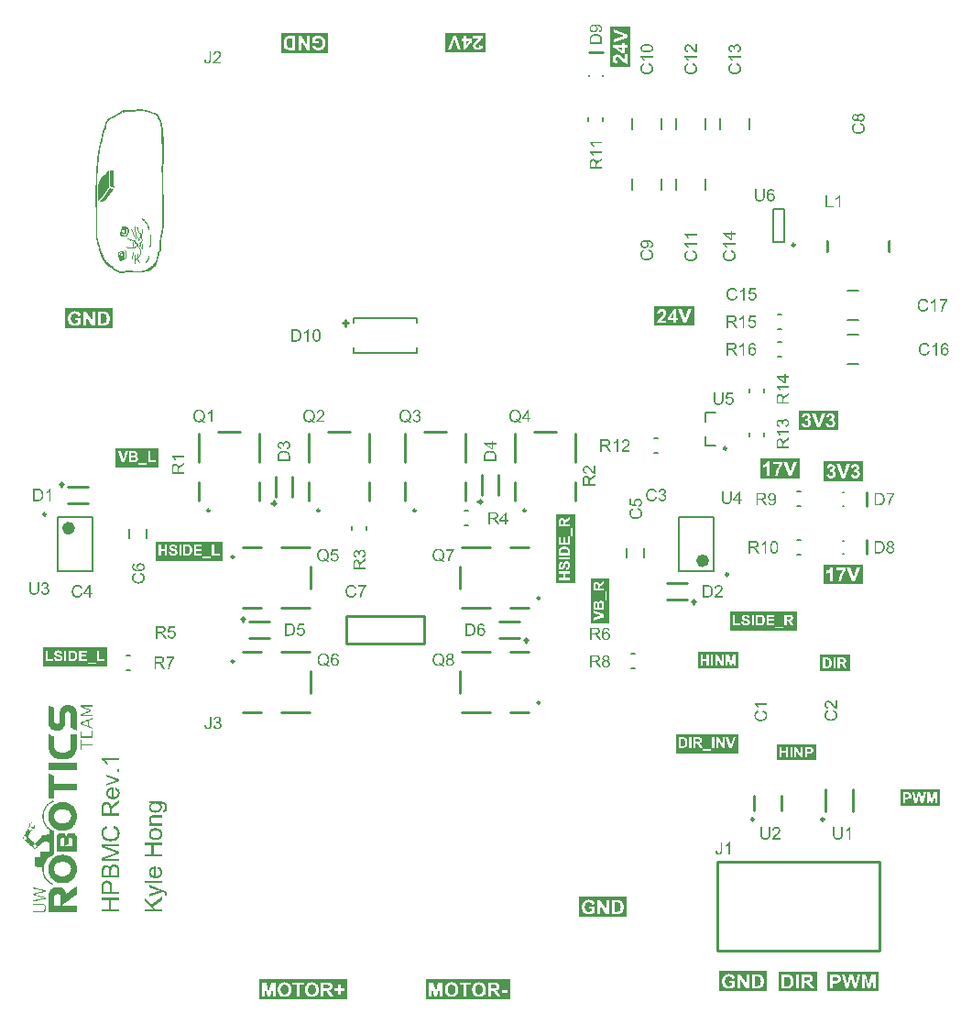
<source format=gto>
G04*
G04 #@! TF.GenerationSoftware,Altium Limited,Altium Designer,20.1.11 (218)*
G04*
G04 Layer_Color=65535*
%FSAX25Y25*%
%MOIN*%
G70*
G04*
G04 #@! TF.SameCoordinates,831A3C98-130E-4F96-B11D-56A826E748C0*
G04*
G04*
G04 #@! TF.FilePolarity,Positive*
G04*
G01*
G75*
%ADD10C,0.00984*%
%ADD11C,0.02362*%
%ADD12C,0.01000*%
%ADD13C,0.00500*%
%ADD14C,0.00787*%
%ADD15C,0.00600*%
G36*
X0048324Y0330166D02*
X0048751D01*
Y0330060D01*
X0049284D01*
Y0329953D01*
X0049604D01*
Y0329847D01*
X0050350D01*
Y0329740D01*
X0050776D01*
Y0329633D01*
X0051096D01*
Y0329527D01*
X0051416D01*
Y0329420D01*
X0051735D01*
Y0329314D01*
X0051949D01*
Y0329207D01*
X0052162D01*
Y0329100D01*
X0052801D01*
Y0328994D01*
X0052908D01*
Y0328887D01*
X0053334D01*
Y0328781D01*
X0053761D01*
Y0328674D01*
X0053974D01*
Y0328568D01*
X0054080D01*
Y0328461D01*
X0054187D01*
Y0328354D01*
X0054294D01*
Y0328248D01*
X0054400D01*
Y0327928D01*
X0054507D01*
Y0327715D01*
X0054614D01*
Y0327502D01*
X0054720D01*
Y0327288D01*
X0054827D01*
Y0327075D01*
X0054933D01*
Y0326969D01*
X0055040D01*
Y0326542D01*
X0055146D01*
Y0326222D01*
X0055253D01*
Y0325796D01*
X0055360D01*
Y0325583D01*
X0055466D01*
Y0325370D01*
X0055573D01*
Y0324517D01*
X0055679D01*
Y0324091D01*
X0055786D01*
Y0323664D01*
X0055893D01*
Y0322278D01*
X0055999D01*
Y0320999D01*
X0056106D01*
Y0320146D01*
X0056212D01*
Y0314071D01*
X0056319D01*
Y0311299D01*
X0056212D01*
Y0310233D01*
X0056106D01*
Y0307781D01*
X0055999D01*
Y0303411D01*
X0056106D01*
Y0299147D01*
X0056212D01*
Y0291579D01*
X0056319D01*
Y0289554D01*
X0056212D01*
Y0287102D01*
X0056106D01*
Y0286569D01*
X0055999D01*
Y0285503D01*
X0055893D01*
Y0285077D01*
X0055786D01*
Y0284544D01*
X0055679D01*
Y0284224D01*
X0055573D01*
Y0283478D01*
X0055466D01*
Y0283051D01*
X0055360D01*
Y0282199D01*
X0055253D01*
Y0281133D01*
X0055360D01*
Y0279001D01*
X0055253D01*
Y0278681D01*
X0055146D01*
Y0278574D01*
X0055040D01*
Y0278361D01*
X0054933D01*
Y0278255D01*
X0054827D01*
Y0277508D01*
X0054720D01*
Y0277295D01*
X0054614D01*
Y0276869D01*
X0054507D01*
Y0276762D01*
X0054400D01*
Y0276549D01*
X0054294D01*
Y0275909D01*
X0054187D01*
Y0275803D01*
X0054080D01*
Y0275163D01*
X0053974D01*
Y0274737D01*
X0053867D01*
Y0274630D01*
X0053761D01*
Y0274311D01*
X0053654D01*
Y0273991D01*
X0053548D01*
Y0273778D01*
X0053441D01*
Y0273565D01*
X0053334D01*
Y0273245D01*
X0053228D01*
Y0273031D01*
X0053014D01*
Y0272925D01*
X0052908D01*
Y0272818D01*
X0052801D01*
Y0272712D01*
X0052695D01*
Y0272498D01*
X0052482D01*
Y0272392D01*
X0052375D01*
Y0272285D01*
X0052268D01*
Y0272179D01*
X0052162D01*
Y0272072D01*
X0051949D01*
Y0271966D01*
X0051842D01*
Y0271859D01*
X0051629D01*
Y0271752D01*
X0051416D01*
Y0271646D01*
X0051202D01*
Y0271539D01*
X0050989D01*
Y0271433D01*
X0050776D01*
Y0271326D01*
X0050350D01*
Y0271219D01*
X0049390D01*
Y0271113D01*
X0048964D01*
Y0271006D01*
X0048538D01*
Y0270900D01*
X0044913D01*
Y0271006D01*
X0042355D01*
Y0270900D01*
X0041929D01*
Y0270793D01*
X0041609D01*
Y0270686D01*
X0040223D01*
Y0270793D01*
X0040010D01*
Y0270900D01*
X0039797D01*
Y0271006D01*
X0039477D01*
Y0271113D01*
X0039264D01*
Y0271219D01*
X0039051D01*
Y0271326D01*
X0038837D01*
Y0271433D01*
X0038731D01*
Y0271539D01*
X0038624D01*
Y0271646D01*
X0038198D01*
Y0271752D01*
X0037985D01*
Y0271859D01*
X0037878D01*
Y0271966D01*
X0037771D01*
Y0272072D01*
X0037665D01*
Y0272179D01*
X0037558D01*
Y0272285D01*
X0037452D01*
Y0272392D01*
X0037345D01*
Y0272498D01*
X0037238D01*
Y0272605D01*
X0037132D01*
Y0272712D01*
X0036599D01*
Y0272818D01*
X0036492D01*
Y0272925D01*
X0036279D01*
Y0273031D01*
X0036173D01*
Y0273138D01*
X0035959D01*
Y0273245D01*
X0035853D01*
Y0273351D01*
X0035640D01*
Y0273458D01*
X0035533D01*
Y0273565D01*
X0035426D01*
Y0273671D01*
X0035320D01*
Y0273991D01*
X0035213D01*
Y0274097D01*
X0035107D01*
Y0274204D01*
X0035000D01*
Y0274311D01*
X0034893D01*
Y0274417D01*
X0034787D01*
Y0274524D01*
X0034680D01*
Y0274737D01*
X0034574D01*
Y0274844D01*
X0034467D01*
Y0274950D01*
X0034360D01*
Y0275163D01*
X0034254D01*
Y0275377D01*
X0034147D01*
Y0275483D01*
X0034041D01*
Y0275803D01*
X0033934D01*
Y0276016D01*
X0033827D01*
Y0276336D01*
X0033721D01*
Y0276549D01*
X0033614D01*
Y0276762D01*
X0033508D01*
Y0277295D01*
X0033401D01*
Y0277508D01*
X0033294D01*
Y0277722D01*
X0033188D01*
Y0277935D01*
X0033081D01*
Y0278255D01*
X0032975D01*
Y0278361D01*
X0032868D01*
Y0278574D01*
X0032761D01*
Y0279321D01*
X0032655D01*
Y0279747D01*
X0032548D01*
Y0280173D01*
X0032442D01*
Y0280386D01*
X0032335D01*
Y0280600D01*
X0032228D01*
Y0280920D01*
X0032122D01*
Y0281239D01*
X0032015D01*
Y0281666D01*
X0031909D01*
Y0282732D01*
X0031802D01*
Y0282945D01*
X0031696D01*
Y0283158D01*
X0031589D01*
Y0294564D01*
X0031482D01*
Y0296163D01*
X0031376D01*
Y0298614D01*
X0031482D01*
Y0300107D01*
X0031376D01*
Y0302132D01*
X0031482D01*
Y0302665D01*
X0031589D01*
Y0307035D01*
X0031696D01*
Y0308741D01*
X0031802D01*
Y0309700D01*
X0031909D01*
Y0311086D01*
X0032015D01*
Y0312365D01*
X0032122D01*
Y0313431D01*
X0032228D01*
Y0314071D01*
X0032335D01*
Y0314710D01*
X0032442D01*
Y0315137D01*
X0032548D01*
Y0315669D01*
X0032655D01*
Y0316416D01*
X0032761D01*
Y0317055D01*
X0032868D01*
Y0317482D01*
X0032975D01*
Y0317801D01*
X0033081D01*
Y0318015D01*
X0033188D01*
Y0318334D01*
X0033294D01*
Y0318548D01*
X0033401D01*
Y0319080D01*
X0033508D01*
Y0319720D01*
X0033614D01*
Y0319933D01*
X0033721D01*
Y0320679D01*
X0033827D01*
Y0321319D01*
X0033934D01*
Y0321639D01*
X0034041D01*
Y0322065D01*
X0034147D01*
Y0322492D01*
X0034254D01*
Y0322811D01*
X0034360D01*
Y0323025D01*
X0034467D01*
Y0323238D01*
X0034574D01*
Y0323344D01*
X0034680D01*
Y0323451D01*
X0034787D01*
Y0324410D01*
X0034893D01*
Y0324943D01*
X0035000D01*
Y0325263D01*
X0035107D01*
Y0325476D01*
X0035213D01*
Y0325689D01*
X0035320D01*
Y0325903D01*
X0035426D01*
Y0326116D01*
X0035533D01*
Y0326222D01*
X0035640D01*
Y0326329D01*
X0035746D01*
Y0326436D01*
X0035853D01*
Y0326542D01*
X0035959D01*
Y0326649D01*
X0036066D01*
Y0326755D01*
X0036173D01*
Y0326862D01*
X0036279D01*
Y0326969D01*
X0036386D01*
Y0327075D01*
X0036599D01*
Y0327182D01*
X0036812D01*
Y0327288D01*
X0037025D01*
Y0327395D01*
X0037238D01*
Y0327502D01*
X0037452D01*
Y0327608D01*
X0037878D01*
Y0327715D01*
X0037985D01*
Y0327821D01*
X0038304D01*
Y0327928D01*
X0038411D01*
Y0328034D01*
X0038624D01*
Y0328141D01*
X0038837D01*
Y0328248D01*
X0038944D01*
Y0328354D01*
X0039157D01*
Y0328461D01*
X0039264D01*
Y0328568D01*
X0039477D01*
Y0328674D01*
X0039584D01*
Y0328781D01*
X0039797D01*
Y0328887D01*
X0039903D01*
Y0328994D01*
X0040117D01*
Y0329100D01*
X0040223D01*
Y0329207D01*
X0040330D01*
Y0329314D01*
X0040436D01*
Y0329420D01*
X0040650D01*
Y0329527D01*
X0040863D01*
Y0329633D01*
X0041183D01*
Y0329740D01*
X0041396D01*
Y0329847D01*
X0045660D01*
Y0329953D01*
X0046086D01*
Y0330060D01*
X0046406D01*
Y0330166D01*
X0046725D01*
Y0330273D01*
X0048324D01*
Y0330166D01*
D02*
G37*
G36*
X0030405Y0113107D02*
X0026886D01*
Y0112846D01*
X0027277D01*
Y0112715D01*
X0027668D01*
Y0112585D01*
X0027929D01*
Y0112455D01*
X0028320D01*
Y0112324D01*
X0028580D01*
Y0112194D01*
X0028971D01*
Y0112064D01*
X0029232D01*
Y0111933D01*
X0029623D01*
Y0111803D01*
X0029754D01*
Y0111282D01*
X0029493D01*
Y0111151D01*
X0029232D01*
Y0111021D01*
X0028841D01*
Y0110890D01*
X0028580D01*
Y0110760D01*
X0028320D01*
Y0110630D01*
X0027929D01*
Y0110499D01*
X0027798D01*
Y0110369D01*
X0027407D01*
Y0110239D01*
X0027016D01*
Y0110108D01*
X0026886D01*
Y0109978D01*
X0030405D01*
Y0109587D01*
X0025973D01*
Y0110108D01*
X0026103D01*
Y0110239D01*
X0026495D01*
Y0110369D01*
X0026625D01*
Y0110499D01*
X0027016D01*
Y0110630D01*
X0027277D01*
Y0110760D01*
X0027537D01*
Y0110890D01*
X0027929D01*
Y0111021D01*
X0028189D01*
Y0111151D01*
X0028450D01*
Y0111282D01*
X0028841D01*
Y0111412D01*
X0029102D01*
Y0111542D01*
X0029232D01*
Y0111673D01*
X0029102D01*
Y0111803D01*
X0028841D01*
Y0111933D01*
X0028450D01*
Y0112064D01*
X0028059D01*
Y0112194D01*
X0027798D01*
Y0112324D01*
X0027537D01*
Y0112455D01*
X0027146D01*
Y0112585D01*
X0026755D01*
Y0112715D01*
X0026495D01*
Y0112846D01*
X0026103D01*
Y0112976D01*
X0025973D01*
Y0113498D01*
X0030405D01*
Y0113107D01*
D02*
G37*
G36*
X0022453Y0113367D02*
X0022844D01*
Y0113237D01*
X0023235D01*
Y0113107D01*
X0023366D01*
Y0112976D01*
X0023626D01*
Y0112846D01*
X0023757D01*
Y0112715D01*
X0023887D01*
Y0112585D01*
X0024017D01*
Y0112324D01*
X0024148D01*
Y0112194D01*
X0024278D01*
Y0111803D01*
X0024409D01*
Y0111412D01*
X0024539D01*
Y0104372D01*
X0024409D01*
Y0104502D01*
X0024148D01*
Y0104633D01*
X0023887D01*
Y0104763D01*
X0023496D01*
Y0104894D01*
X0023235D01*
Y0105024D01*
X0022975D01*
Y0105154D01*
X0022714D01*
Y0105285D01*
X0022453D01*
Y0110499D01*
X0022323D01*
Y0110760D01*
X0022192D01*
Y0110890D01*
X0022062D01*
Y0111021D01*
X0021671D01*
Y0111151D01*
X0021149D01*
Y0111021D01*
X0020889D01*
Y0110890D01*
X0020758D01*
Y0110760D01*
X0020628D01*
Y0110630D01*
X0020498D01*
Y0110239D01*
X0020367D01*
Y0106458D01*
X0020237D01*
Y0106067D01*
X0020107D01*
Y0105806D01*
X0019976D01*
Y0105545D01*
X0019846D01*
Y0105285D01*
X0019715D01*
Y0105154D01*
X0019585D01*
Y0105024D01*
X0019455D01*
Y0104894D01*
X0019324D01*
Y0104763D01*
X0019194D01*
Y0104633D01*
X0018933D01*
Y0104502D01*
X0018542D01*
Y0104372D01*
X0016456D01*
Y0104502D01*
X0015935D01*
Y0104633D01*
X0015674D01*
Y0104763D01*
X0015413D01*
Y0104894D01*
X0015283D01*
Y0105024D01*
X0015153D01*
Y0105154D01*
X0015022D01*
Y0105285D01*
X0014892D01*
Y0105545D01*
X0014762D01*
Y0105676D01*
X0014631D01*
Y0106067D01*
X0014501D01*
Y0106458D01*
X0014370D01*
Y0113498D01*
X0014501D01*
Y0113367D01*
X0014762D01*
Y0113237D01*
X0015022D01*
Y0113107D01*
X0015283D01*
Y0112976D01*
X0015544D01*
Y0112846D01*
X0015935D01*
Y0112715D01*
X0016196D01*
Y0112585D01*
X0016456D01*
Y0107240D01*
X0016587D01*
Y0107110D01*
X0016717D01*
Y0106979D01*
X0016847D01*
Y0106849D01*
X0017239D01*
Y0106719D01*
X0017630D01*
Y0106849D01*
X0018021D01*
Y0106979D01*
X0018151D01*
Y0107110D01*
X0018281D01*
Y0107501D01*
X0018412D01*
Y0111282D01*
X0018542D01*
Y0111673D01*
X0018673D01*
Y0112064D01*
X0018803D01*
Y0112324D01*
X0018933D01*
Y0112455D01*
X0019064D01*
Y0112715D01*
X0019194D01*
Y0112846D01*
X0019324D01*
Y0112976D01*
X0019455D01*
Y0113107D01*
X0019715D01*
Y0113237D01*
X0019976D01*
Y0113367D01*
X0020367D01*
Y0113498D01*
X0022453D01*
Y0113367D01*
D02*
G37*
G36*
X0030405Y0108413D02*
X0030145D01*
Y0108283D01*
X0029884D01*
Y0108153D01*
X0029493D01*
Y0108022D01*
X0029232D01*
Y0107892D01*
X0029102D01*
Y0105806D01*
X0029362D01*
Y0105676D01*
X0029623D01*
Y0105545D01*
X0029884D01*
Y0105415D01*
X0030275D01*
Y0105285D01*
X0030405D01*
Y0104894D01*
X0030275D01*
Y0105024D01*
X0029884D01*
Y0105154D01*
X0029623D01*
Y0105285D01*
X0029362D01*
Y0105415D01*
X0028971D01*
Y0105545D01*
X0028711D01*
Y0105676D01*
X0028320D01*
Y0105806D01*
X0028059D01*
Y0105937D01*
X0027798D01*
Y0106067D01*
X0027407D01*
Y0106197D01*
X0027146D01*
Y0106328D01*
X0026755D01*
Y0106458D01*
X0026495D01*
Y0106588D01*
X0026103D01*
Y0106719D01*
X0025973D01*
Y0107240D01*
X0026103D01*
Y0107370D01*
X0026495D01*
Y0107501D01*
X0026886D01*
Y0107631D01*
X0027146D01*
Y0107762D01*
X0027537D01*
Y0107892D01*
X0027929D01*
Y0108022D01*
X0028189D01*
Y0108153D01*
X0028580D01*
Y0108283D01*
X0028971D01*
Y0108413D01*
X0029232D01*
Y0108544D01*
X0029623D01*
Y0108674D01*
X0029884D01*
Y0108805D01*
X0030275D01*
Y0108935D01*
X0030405D01*
Y0108413D01*
D02*
G37*
G36*
Y0101634D02*
X0025973D01*
Y0104111D01*
X0026364D01*
Y0102156D01*
X0027929D01*
Y0103851D01*
X0028189D01*
Y0102156D01*
X0030145D01*
Y0104242D01*
X0030405D01*
Y0101634D01*
D02*
G37*
G36*
X0026234Y0099418D02*
X0030405D01*
Y0099027D01*
X0026234D01*
Y0097332D01*
X0025973D01*
Y0100983D01*
X0026234D01*
Y0099418D01*
D02*
G37*
G36*
X0024539Y0097332D02*
X0024409D01*
Y0096811D01*
X0024278D01*
Y0096550D01*
X0024148D01*
Y0096159D01*
X0024017D01*
Y0095898D01*
X0023887D01*
Y0095768D01*
X0023757D01*
Y0095507D01*
X0023626D01*
Y0095377D01*
X0023496D01*
Y0095246D01*
X0023366D01*
Y0095116D01*
X0023235D01*
Y0094986D01*
X0023105D01*
Y0094855D01*
X0022975D01*
Y0094725D01*
X0022844D01*
Y0094595D01*
X0022583D01*
Y0094464D01*
X0022323D01*
Y0094334D01*
X0022062D01*
Y0094204D01*
X0021671D01*
Y0094073D01*
X0021280D01*
Y0093943D01*
X0020758D01*
Y0093812D01*
X0018281D01*
Y0093943D01*
X0017760D01*
Y0094073D01*
X0017239D01*
Y0094204D01*
X0016847D01*
Y0094334D01*
X0016587D01*
Y0094464D01*
X0016456D01*
Y0094595D01*
X0016196D01*
Y0094725D01*
X0016065D01*
Y0094855D01*
X0015935D01*
Y0094986D01*
X0015804D01*
Y0095116D01*
X0015674D01*
Y0095246D01*
X0015544D01*
Y0095377D01*
X0015413D01*
Y0095507D01*
X0015283D01*
Y0095638D01*
X0015153D01*
Y0095898D01*
X0015022D01*
Y0096159D01*
X0014892D01*
Y0096420D01*
X0014762D01*
Y0096811D01*
X0014631D01*
Y0097202D01*
X0014501D01*
Y0097593D01*
X0014370D01*
Y0102938D01*
X0014631D01*
Y0102808D01*
X0014892D01*
Y0102677D01*
X0015153D01*
Y0102547D01*
X0015413D01*
Y0102417D01*
X0015674D01*
Y0102286D01*
X0015935D01*
Y0102156D01*
X0016326D01*
Y0102025D01*
X0016456D01*
Y0097984D01*
X0016587D01*
Y0097593D01*
X0016717D01*
Y0097463D01*
X0016847D01*
Y0097202D01*
X0016978D01*
Y0097072D01*
X0017108D01*
Y0096941D01*
X0017369D01*
Y0096811D01*
X0017499D01*
Y0096680D01*
X0017890D01*
Y0096550D01*
X0018281D01*
Y0096420D01*
X0020628D01*
Y0096550D01*
X0021149D01*
Y0096680D01*
X0021410D01*
Y0096811D01*
X0021671D01*
Y0096941D01*
X0021801D01*
Y0097072D01*
X0022062D01*
Y0097332D01*
X0022192D01*
Y0097463D01*
X0022323D01*
Y0097854D01*
X0022453D01*
Y0103068D01*
X0024539D01*
Y0097332D01*
D02*
G37*
G36*
Y0090032D02*
X0014370D01*
Y0092509D01*
X0024539D01*
Y0090032D01*
D02*
G37*
G36*
X0014501Y0088598D02*
X0014892D01*
Y0088467D01*
X0015153D01*
Y0088337D01*
X0015413D01*
Y0088207D01*
X0015674D01*
Y0088076D01*
X0015935D01*
Y0087946D01*
X0016196D01*
Y0087816D01*
X0016456D01*
Y0085078D01*
X0024539D01*
Y0082731D01*
X0016456D01*
Y0079603D01*
X0014370D01*
Y0088728D01*
X0014501D01*
Y0088598D01*
D02*
G37*
G36*
X0008374Y0070868D02*
X0008243D01*
Y0070998D01*
X0008374D01*
Y0070868D01*
D02*
G37*
G36*
X0007331Y0069173D02*
X0007200D01*
Y0069304D01*
X0007331D01*
Y0069173D01*
D02*
G37*
G36*
X0007200Y0069043D02*
X0007070D01*
Y0069173D01*
X0007200D01*
Y0069043D01*
D02*
G37*
G36*
X0008243Y0070738D02*
X0008113D01*
Y0070607D01*
X0007852D01*
Y0070477D01*
X0007722D01*
Y0070347D01*
X0007591D01*
Y0070086D01*
X0007722D01*
Y0069825D01*
X0007852D01*
Y0069434D01*
X0007982D01*
Y0069304D01*
X0008374D01*
Y0069173D01*
X0009025D01*
Y0069434D01*
X0009156D01*
Y0069955D01*
X0009286D01*
Y0068782D01*
X0009025D01*
Y0068652D01*
X0008634D01*
Y0068521D01*
X0008374D01*
Y0068391D01*
X0008243D01*
Y0068913D01*
X0008113D01*
Y0069173D01*
X0007982D01*
Y0069304D01*
X0007331D01*
Y0070347D01*
X0007200D01*
Y0070477D01*
X0007461D01*
Y0070607D01*
X0007722D01*
Y0070738D01*
X0007982D01*
Y0070868D01*
X0008243D01*
Y0070738D01*
D02*
G37*
G36*
Y0068130D02*
X0008113D01*
Y0068391D01*
X0008243D01*
Y0068130D01*
D02*
G37*
G36*
X0020107Y0078168D02*
X0020889D01*
Y0078038D01*
X0021280D01*
Y0077908D01*
X0021671D01*
Y0077777D01*
X0022062D01*
Y0077647D01*
X0022192D01*
Y0077517D01*
X0022453D01*
Y0077386D01*
X0022583D01*
Y0077256D01*
X0022844D01*
Y0077126D01*
X0022975D01*
Y0076995D01*
X0023105D01*
Y0076865D01*
X0023235D01*
Y0076735D01*
X0023366D01*
Y0076604D01*
X0023496D01*
Y0076474D01*
X0023626D01*
Y0076343D01*
X0023757D01*
Y0076083D01*
X0023887D01*
Y0075822D01*
X0024017D01*
Y0075561D01*
X0024148D01*
Y0075301D01*
X0024278D01*
Y0074909D01*
X0024409D01*
Y0074388D01*
X0024539D01*
Y0071911D01*
X0024409D01*
Y0071390D01*
X0024278D01*
Y0070998D01*
X0024148D01*
Y0070607D01*
X0024017D01*
Y0070347D01*
X0023887D01*
Y0070086D01*
X0023757D01*
Y0069955D01*
X0023626D01*
Y0069825D01*
X0023496D01*
Y0069564D01*
X0023366D01*
Y0069434D01*
X0023235D01*
Y0069304D01*
X0023105D01*
Y0069173D01*
X0022975D01*
Y0069043D01*
X0022714D01*
Y0068913D01*
X0022583D01*
Y0068782D01*
X0022323D01*
Y0068652D01*
X0022192D01*
Y0068521D01*
X0021932D01*
Y0068391D01*
X0021671D01*
Y0068261D01*
X0021149D01*
Y0068130D01*
X0020628D01*
Y0068000D01*
X0019976D01*
Y0067870D01*
X0018933D01*
Y0068000D01*
X0018151D01*
Y0068130D01*
X0017630D01*
Y0068261D01*
X0017239D01*
Y0068391D01*
X0016978D01*
Y0068521D01*
X0016717D01*
Y0068652D01*
X0016456D01*
Y0068782D01*
X0016326D01*
Y0068913D01*
X0016196D01*
Y0069043D01*
X0016065D01*
Y0069173D01*
X0015804D01*
Y0069434D01*
X0015674D01*
Y0069564D01*
X0015544D01*
Y0069695D01*
X0015413D01*
Y0069825D01*
X0015283D01*
Y0069955D01*
X0015153D01*
Y0070216D01*
X0015022D01*
Y0070477D01*
X0014892D01*
Y0070607D01*
X0014762D01*
Y0070998D01*
X0014631D01*
Y0071390D01*
X0014501D01*
Y0071781D01*
X0014370D01*
Y0074388D01*
X0014501D01*
Y0074909D01*
X0014631D01*
Y0075301D01*
X0014762D01*
Y0075561D01*
X0014892D01*
Y0075822D01*
X0015022D01*
Y0076083D01*
X0015153D01*
Y0076213D01*
X0015283D01*
Y0076474D01*
X0015413D01*
Y0076604D01*
X0015544D01*
Y0076735D01*
X0015674D01*
Y0076865D01*
X0015804D01*
Y0076995D01*
X0015935D01*
Y0077126D01*
X0016065D01*
Y0077256D01*
X0016326D01*
Y0077386D01*
X0016456D01*
Y0077517D01*
X0016717D01*
Y0077647D01*
X0016978D01*
Y0077777D01*
X0017239D01*
Y0077908D01*
X0017630D01*
Y0078038D01*
X0018021D01*
Y0078168D01*
X0018803D01*
Y0078299D01*
X0020107D01*
Y0078168D01*
D02*
G37*
G36*
X0023496Y0066957D02*
X0023757D01*
Y0066827D01*
X0023887D01*
Y0066696D01*
X0024017D01*
Y0066566D01*
X0024148D01*
Y0066436D01*
X0024278D01*
Y0066175D01*
X0024409D01*
Y0065914D01*
X0024539D01*
Y0060439D01*
X0017239D01*
Y0065132D01*
X0017369D01*
Y0065914D01*
X0017499D01*
Y0066175D01*
X0017630D01*
Y0066436D01*
X0017760D01*
Y0066566D01*
X0017890D01*
Y0066696D01*
X0018021D01*
Y0066827D01*
X0018281D01*
Y0066957D01*
X0018673D01*
Y0067087D01*
X0019715D01*
Y0066957D01*
X0020107D01*
Y0066827D01*
X0020237D01*
Y0066696D01*
X0020367D01*
Y0066566D01*
X0020498D01*
Y0066305D01*
X0020628D01*
Y0066044D01*
X0020889D01*
Y0066175D01*
X0021019D01*
Y0066436D01*
X0021149D01*
Y0066566D01*
X0021280D01*
Y0066696D01*
X0021410D01*
Y0066827D01*
X0021671D01*
Y0066957D01*
X0021932D01*
Y0067087D01*
X0023496D01*
Y0066957D01*
D02*
G37*
G36*
X0005375Y0065523D02*
X0005245D01*
Y0065784D01*
X0005375D01*
Y0065523D01*
D02*
G37*
G36*
X0005245Y0065002D02*
X0005114D01*
Y0065523D01*
X0005245D01*
Y0065002D01*
D02*
G37*
G36*
X0016065Y0078560D02*
X0016196D01*
Y0078429D01*
X0016065D01*
Y0078299D01*
X0015804D01*
Y0078168D01*
X0015544D01*
Y0078038D01*
X0015283D01*
Y0077908D01*
X0015022D01*
Y0077777D01*
X0014892D01*
Y0077647D01*
X0014631D01*
Y0077517D01*
X0014501D01*
Y0077386D01*
X0014370D01*
Y0077256D01*
X0014240D01*
Y0077126D01*
X0014110D01*
Y0076995D01*
X0013979D01*
Y0076865D01*
X0013849D01*
Y0076735D01*
X0013719D01*
Y0076474D01*
X0013588D01*
Y0076343D01*
X0013458D01*
Y0076083D01*
X0013328D01*
Y0075822D01*
X0013197D01*
Y0075561D01*
X0013067D01*
Y0075301D01*
X0012936D01*
Y0074909D01*
X0012806D01*
Y0074388D01*
X0012676D01*
Y0071911D01*
X0012806D01*
Y0071390D01*
X0012936D01*
Y0070998D01*
X0013067D01*
Y0070738D01*
X0013197D01*
Y0070477D01*
X0013328D01*
Y0070216D01*
X0013458D01*
Y0069955D01*
X0013588D01*
Y0069825D01*
X0013719D01*
Y0069695D01*
X0013849D01*
Y0069434D01*
X0013979D01*
Y0069304D01*
X0014110D01*
Y0069173D01*
X0014240D01*
Y0069043D01*
X0014370D01*
Y0068913D01*
X0014631D01*
Y0068782D01*
X0014762D01*
Y0068652D01*
X0014892D01*
Y0068521D01*
X0015153D01*
Y0068391D01*
X0015283D01*
Y0068261D01*
X0015544D01*
Y0068130D01*
X0015935D01*
Y0068000D01*
X0016196D01*
Y0059135D01*
X0016065D01*
Y0059005D01*
X0015804D01*
Y0058874D01*
X0015544D01*
Y0058744D01*
X0015283D01*
Y0058614D01*
X0015022D01*
Y0058483D01*
X0014892D01*
Y0058353D01*
X0014762D01*
Y0058223D01*
X0014501D01*
Y0058092D01*
X0014370D01*
Y0057962D01*
X0014240D01*
Y0057832D01*
X0014110D01*
Y0057701D01*
X0013979D01*
Y0057571D01*
X0013849D01*
Y0057440D01*
X0013719D01*
Y0057180D01*
X0013588D01*
Y0057049D01*
X0013458D01*
Y0056788D01*
X0013328D01*
Y0056528D01*
X0013197D01*
Y0056397D01*
X0013067D01*
Y0056006D01*
X0012936D01*
Y0055615D01*
X0012806D01*
Y0055224D01*
X0012676D01*
Y0052486D01*
X0012806D01*
Y0052095D01*
X0012936D01*
Y0051704D01*
X0013067D01*
Y0051313D01*
X0013197D01*
Y0051052D01*
X0013328D01*
Y0050792D01*
X0013458D01*
Y0050661D01*
X0013588D01*
Y0050531D01*
X0013719D01*
Y0050270D01*
X0013849D01*
Y0050140D01*
X0013979D01*
Y0050010D01*
X0014110D01*
Y0049879D01*
X0014240D01*
Y0049749D01*
X0014370D01*
Y0049618D01*
X0014501D01*
Y0049488D01*
X0014762D01*
Y0049358D01*
X0014892D01*
Y0049227D01*
X0015022D01*
Y0049097D01*
X0015283D01*
Y0048967D01*
X0015544D01*
Y0048836D01*
X0015804D01*
Y0048706D01*
X0016196D01*
Y0048575D01*
X0016065D01*
Y0048184D01*
X0015804D01*
Y0048315D01*
X0015544D01*
Y0048445D01*
X0015283D01*
Y0048575D01*
X0015022D01*
Y0048706D01*
X0014762D01*
Y0048836D01*
X0014631D01*
Y0048967D01*
X0014370D01*
Y0049097D01*
X0014240D01*
Y0049227D01*
X0014110D01*
Y0049358D01*
X0013979D01*
Y0049488D01*
X0013849D01*
Y0049618D01*
X0013719D01*
Y0049749D01*
X0013588D01*
Y0049879D01*
X0013458D01*
Y0050010D01*
X0013328D01*
Y0050270D01*
X0013197D01*
Y0050401D01*
X0013067D01*
Y0050661D01*
X0012936D01*
Y0050792D01*
X0012806D01*
Y0051052D01*
X0012676D01*
Y0051313D01*
X0012545D01*
Y0051704D01*
X0012415D01*
Y0052226D01*
X0012285D01*
Y0052878D01*
X0012154D01*
Y0054703D01*
X0010068D01*
Y0054833D01*
X0009286D01*
Y0058223D01*
X0011372D01*
Y0060308D01*
X0014631D01*
Y0060960D01*
X0014762D01*
Y0061091D01*
X0014631D01*
Y0061221D01*
X0014762D01*
Y0063568D01*
X0014501D01*
Y0063698D01*
X0013979D01*
Y0063828D01*
X0013458D01*
Y0063959D01*
X0013067D01*
Y0064089D01*
X0012806D01*
Y0063959D01*
X0012676D01*
Y0063828D01*
X0012545D01*
Y0063698D01*
X0012285D01*
Y0063568D01*
X0012154D01*
Y0063437D01*
X0012024D01*
Y0063307D01*
X0011893D01*
Y0063177D01*
X0011763D01*
Y0063046D01*
X0011633D01*
Y0062916D01*
X0011372D01*
Y0062785D01*
X0011242D01*
Y0062655D01*
X0011111D01*
Y0062525D01*
X0010981D01*
Y0062394D01*
X0010720D01*
Y0062264D01*
X0010590D01*
Y0062134D01*
X0010459D01*
Y0062003D01*
X0010329D01*
Y0061873D01*
X0010199D01*
Y0061742D01*
X0009938D01*
Y0061612D01*
X0009808D01*
Y0061482D01*
X0009677D01*
Y0061351D01*
X0009156D01*
Y0061482D01*
X0008895D01*
Y0061612D01*
X0008765D01*
Y0061873D01*
X0008504D01*
Y0062003D01*
X0008374D01*
Y0062134D01*
X0008243D01*
Y0062264D01*
X0008113D01*
Y0062394D01*
X0007852D01*
Y0062525D01*
X0007722D01*
Y0062655D01*
X0007591D01*
Y0062785D01*
X0007461D01*
Y0062916D01*
X0007331D01*
Y0063046D01*
X0007200D01*
Y0063177D01*
X0006940D01*
Y0063307D01*
X0006809D01*
Y0063437D01*
X0006679D01*
Y0063568D01*
X0006549D01*
Y0063698D01*
X0006288D01*
Y0063828D01*
X0006157D01*
Y0063959D01*
X0006027D01*
Y0064089D01*
X0005897D01*
Y0064219D01*
X0005766D01*
Y0064350D01*
X0005636D01*
Y0064480D01*
X0005506D01*
Y0064610D01*
X0006157D01*
Y0064741D01*
X0006288D01*
Y0064871D01*
X0006418D01*
Y0065653D01*
X0006288D01*
Y0065784D01*
X0006157D01*
Y0065914D01*
X0005506D01*
Y0065784D01*
X0005375D01*
Y0066044D01*
X0005506D01*
Y0066305D01*
X0005636D01*
Y0066566D01*
X0005766D01*
Y0066696D01*
X0005897D01*
Y0066957D01*
X0006027D01*
Y0067218D01*
X0006157D01*
Y0067479D01*
X0006288D01*
Y0067739D01*
X0006418D01*
Y0068000D01*
X0006549D01*
Y0068130D01*
X0006679D01*
Y0068391D01*
X0006809D01*
Y0068652D01*
X0006940D01*
Y0068913D01*
X0007070D01*
Y0068261D01*
X0007200D01*
Y0068130D01*
X0007331D01*
Y0068000D01*
X0007982D01*
Y0068130D01*
X0008113D01*
Y0067870D01*
X0007982D01*
Y0067609D01*
X0007852D01*
Y0067479D01*
X0007722D01*
Y0067218D01*
X0007591D01*
Y0066957D01*
X0007461D01*
Y0066696D01*
X0007331D01*
Y0066436D01*
X0007200D01*
Y0066305D01*
X0007070D01*
Y0066044D01*
X0006940D01*
Y0065784D01*
X0006809D01*
Y0065523D01*
X0006940D01*
Y0065393D01*
X0007070D01*
Y0065262D01*
X0007200D01*
Y0065132D01*
X0007331D01*
Y0065002D01*
X0007591D01*
Y0064871D01*
X0007722D01*
Y0064741D01*
X0007852D01*
Y0064610D01*
X0007982D01*
Y0064480D01*
X0008113D01*
Y0064350D01*
X0008243D01*
Y0064219D01*
X0008374D01*
Y0064089D01*
X0008504D01*
Y0063959D01*
X0008765D01*
Y0063828D01*
X0008895D01*
Y0063698D01*
X0009025D01*
Y0063568D01*
X0009156D01*
Y0063307D01*
X0009416D01*
Y0063437D01*
X0009547D01*
Y0063568D01*
X0009808D01*
Y0063698D01*
X0009938D01*
Y0063828D01*
X0010068D01*
Y0063959D01*
X0010199D01*
Y0064089D01*
X0010329D01*
Y0064219D01*
X0010459D01*
Y0064350D01*
X0010720D01*
Y0064480D01*
X0010851D01*
Y0064610D01*
X0010981D01*
Y0064741D01*
X0011111D01*
Y0064871D01*
X0011372D01*
Y0065002D01*
X0011502D01*
Y0065132D01*
X0011633D01*
Y0065262D01*
X0011763D01*
Y0066044D01*
X0012154D01*
Y0066175D01*
X0012676D01*
Y0066305D01*
X0013197D01*
Y0066436D01*
X0013588D01*
Y0066566D01*
X0014110D01*
Y0066696D01*
X0014762D01*
Y0068130D01*
X0014631D01*
Y0068261D01*
X0014501D01*
Y0068391D01*
X0014370D01*
Y0068521D01*
X0014110D01*
Y0068652D01*
X0013979D01*
Y0068782D01*
X0013849D01*
Y0068913D01*
X0013719D01*
Y0069043D01*
X0013588D01*
Y0069173D01*
X0013458D01*
Y0069434D01*
X0013328D01*
Y0069564D01*
X0013197D01*
Y0069695D01*
X0013067D01*
Y0069955D01*
X0012936D01*
Y0070216D01*
X0012806D01*
Y0070477D01*
X0012676D01*
Y0070738D01*
X0012545D01*
Y0071129D01*
X0012415D01*
Y0071520D01*
X0012285D01*
Y0072302D01*
X0012154D01*
Y0074127D01*
X0012285D01*
Y0074779D01*
X0012415D01*
Y0075170D01*
X0012545D01*
Y0075561D01*
X0012676D01*
Y0075952D01*
X0012806D01*
Y0076083D01*
X0012936D01*
Y0076343D01*
X0013067D01*
Y0076604D01*
X0013197D01*
Y0076735D01*
X0013328D01*
Y0076995D01*
X0013458D01*
Y0077126D01*
X0013588D01*
Y0077256D01*
X0013719D01*
Y0077386D01*
X0013849D01*
Y0077517D01*
X0013979D01*
Y0077647D01*
X0014110D01*
Y0077777D01*
X0014240D01*
Y0077908D01*
X0014370D01*
Y0078038D01*
X0014631D01*
Y0078168D01*
X0014762D01*
Y0078299D01*
X0015022D01*
Y0078429D01*
X0015283D01*
Y0078560D01*
X0015544D01*
Y0078690D01*
X0015804D01*
Y0078820D01*
X0016065D01*
Y0078560D01*
D02*
G37*
G36*
X0020367Y0059005D02*
X0021019D01*
Y0058874D01*
X0021410D01*
Y0058744D01*
X0021671D01*
Y0058614D01*
X0022062D01*
Y0058483D01*
X0022323D01*
Y0058353D01*
X0022453D01*
Y0058223D01*
X0022714D01*
Y0058092D01*
X0022844D01*
Y0057962D01*
X0022975D01*
Y0057832D01*
X0023105D01*
Y0057701D01*
X0023235D01*
Y0057571D01*
X0023366D01*
Y0057440D01*
X0023496D01*
Y0057310D01*
X0023626D01*
Y0057180D01*
X0023757D01*
Y0056919D01*
X0023887D01*
Y0056658D01*
X0024017D01*
Y0056528D01*
X0024148D01*
Y0056137D01*
X0024278D01*
Y0055746D01*
X0024409D01*
Y0055224D01*
X0024539D01*
Y0052747D01*
X0024409D01*
Y0052226D01*
X0024278D01*
Y0051835D01*
X0024148D01*
Y0051443D01*
X0024017D01*
Y0051183D01*
X0023887D01*
Y0051052D01*
X0023757D01*
Y0050792D01*
X0023626D01*
Y0050661D01*
X0023496D01*
Y0050531D01*
X0023366D01*
Y0050401D01*
X0023235D01*
Y0050140D01*
X0023105D01*
Y0050010D01*
X0022844D01*
Y0049879D01*
X0022714D01*
Y0049749D01*
X0022583D01*
Y0049618D01*
X0022323D01*
Y0049488D01*
X0022062D01*
Y0049358D01*
X0021801D01*
Y0049227D01*
X0021541D01*
Y0049097D01*
X0021149D01*
Y0048967D01*
X0020628D01*
Y0048836D01*
X0018281D01*
Y0048967D01*
X0017630D01*
Y0049097D01*
X0017369D01*
Y0049227D01*
X0017108D01*
Y0049358D01*
X0016717D01*
Y0049488D01*
X0016587D01*
Y0049618D01*
X0016326D01*
Y0049749D01*
X0016196D01*
Y0049879D01*
X0016065D01*
Y0050010D01*
X0015935D01*
Y0050140D01*
X0015804D01*
Y0050270D01*
X0015674D01*
Y0050401D01*
X0015544D01*
Y0050531D01*
X0015413D01*
Y0050661D01*
X0015283D01*
Y0050792D01*
X0015153D01*
Y0051052D01*
X0015022D01*
Y0051313D01*
X0014892D01*
Y0051574D01*
X0014762D01*
Y0051835D01*
X0014631D01*
Y0052226D01*
X0014501D01*
Y0052617D01*
X0014370D01*
Y0055224D01*
X0014501D01*
Y0055746D01*
X0014631D01*
Y0056137D01*
X0014762D01*
Y0056397D01*
X0014892D01*
Y0056658D01*
X0015022D01*
Y0056919D01*
X0015153D01*
Y0057049D01*
X0015283D01*
Y0057310D01*
X0015413D01*
Y0057440D01*
X0015544D01*
Y0057571D01*
X0015674D01*
Y0057701D01*
X0015804D01*
Y0057832D01*
X0015935D01*
Y0057962D01*
X0016065D01*
Y0058092D01*
X0016196D01*
Y0058223D01*
X0016456D01*
Y0058353D01*
X0016587D01*
Y0058483D01*
X0016847D01*
Y0058614D01*
X0017108D01*
Y0058744D01*
X0017499D01*
Y0058874D01*
X0017890D01*
Y0059005D01*
X0018542D01*
Y0059135D01*
X0018673D01*
Y0059005D01*
X0018933D01*
Y0059135D01*
X0019976D01*
Y0059005D01*
X0020237D01*
Y0059135D01*
X0020367D01*
Y0059005D01*
D02*
G37*
G36*
X0024669Y0047533D02*
X0024539D01*
Y0047663D01*
X0024669D01*
Y0047533D01*
D02*
G37*
G36*
X0024539Y0044534D02*
X0024409D01*
Y0044404D01*
X0024148D01*
Y0044273D01*
X0024017D01*
Y0044143D01*
X0023757D01*
Y0044013D01*
X0023626D01*
Y0043882D01*
X0023496D01*
Y0043752D01*
X0023235D01*
Y0043622D01*
X0023105D01*
Y0043491D01*
X0022844D01*
Y0043361D01*
X0022714D01*
Y0043231D01*
X0022453D01*
Y0043100D01*
X0022323D01*
Y0042970D01*
X0022192D01*
Y0042839D01*
X0021932D01*
Y0042709D01*
X0021801D01*
Y0042579D01*
X0021541D01*
Y0042448D01*
X0021410D01*
Y0042318D01*
X0021149D01*
Y0042188D01*
X0021019D01*
Y0042057D01*
X0020889D01*
Y0041927D01*
X0020628D01*
Y0041796D01*
X0020498D01*
Y0041666D01*
X0020237D01*
Y0041536D01*
X0020107D01*
Y0041405D01*
X0019846D01*
Y0041275D01*
X0019715D01*
Y0041145D01*
X0019585D01*
Y0041014D01*
X0019324D01*
Y0040753D01*
X0024539D01*
Y0038277D01*
X0024409D01*
Y0038407D01*
X0024278D01*
Y0038277D01*
X0024148D01*
Y0038407D01*
X0024017D01*
Y0038277D01*
X0023887D01*
Y0038407D01*
X0023757D01*
Y0038277D01*
X0023626D01*
Y0038407D01*
X0023496D01*
Y0038277D01*
X0023366D01*
Y0038407D01*
X0023235D01*
Y0038277D01*
X0023105D01*
Y0038407D01*
X0022975D01*
Y0038277D01*
X0022844D01*
Y0038407D01*
X0022714D01*
Y0038277D01*
X0022583D01*
Y0038407D01*
X0022453D01*
Y0038277D01*
X0022323D01*
Y0038407D01*
X0022192D01*
Y0038277D01*
X0022062D01*
Y0038407D01*
X0021932D01*
Y0038277D01*
X0021801D01*
Y0038407D01*
X0021671D01*
Y0038277D01*
X0021541D01*
Y0038407D01*
X0021410D01*
Y0038277D01*
X0021280D01*
Y0038407D01*
X0021149D01*
Y0038277D01*
X0021019D01*
Y0038407D01*
X0020889D01*
Y0038277D01*
X0020758D01*
Y0038407D01*
X0020628D01*
Y0038277D01*
X0020498D01*
Y0038407D01*
X0020367D01*
Y0038277D01*
X0020237D01*
Y0038407D01*
X0020107D01*
Y0038277D01*
X0019976D01*
Y0038407D01*
X0019846D01*
Y0038277D01*
X0019715D01*
Y0038407D01*
X0019585D01*
Y0038277D01*
X0019455D01*
Y0038407D01*
X0019324D01*
Y0038277D01*
X0019194D01*
Y0038407D01*
X0019064D01*
Y0038277D01*
X0018933D01*
Y0038407D01*
X0018803D01*
Y0038277D01*
X0018673D01*
Y0038407D01*
X0018542D01*
Y0038277D01*
X0018412D01*
Y0038407D01*
X0018281D01*
Y0038277D01*
X0018151D01*
Y0038407D01*
X0018021D01*
Y0038277D01*
X0017890D01*
Y0038407D01*
X0017760D01*
Y0038277D01*
X0017630D01*
Y0038407D01*
X0017499D01*
Y0038277D01*
X0017369D01*
Y0038407D01*
X0017239D01*
Y0038277D01*
X0017108D01*
Y0038407D01*
X0016978D01*
Y0038277D01*
X0016847D01*
Y0038407D01*
X0016717D01*
Y0038277D01*
X0016587D01*
Y0038407D01*
X0016456D01*
Y0038277D01*
X0016326D01*
Y0038407D01*
X0016196D01*
Y0038277D01*
X0016065D01*
Y0038407D01*
X0015935D01*
Y0038277D01*
X0015804D01*
Y0038407D01*
X0015674D01*
Y0038277D01*
X0015544D01*
Y0038407D01*
X0015413D01*
Y0038277D01*
X0015283D01*
Y0038407D01*
X0015153D01*
Y0038277D01*
X0015022D01*
Y0038407D01*
X0014892D01*
Y0038277D01*
X0014762D01*
Y0038407D01*
X0014631D01*
Y0038277D01*
X0014370D01*
Y0044925D01*
X0014501D01*
Y0045447D01*
X0014631D01*
Y0045707D01*
X0014762D01*
Y0045968D01*
X0014892D01*
Y0046099D01*
X0015022D01*
Y0046359D01*
X0015153D01*
Y0046490D01*
X0015283D01*
Y0046620D01*
X0015413D01*
Y0046750D01*
X0015544D01*
Y0046881D01*
X0015804D01*
Y0047011D01*
X0016065D01*
Y0047142D01*
X0016326D01*
Y0047272D01*
X0016717D01*
Y0047402D01*
X0018673D01*
Y0047272D01*
X0019064D01*
Y0047142D01*
X0019324D01*
Y0047011D01*
X0019585D01*
Y0046881D01*
X0019715D01*
Y0046750D01*
X0019846D01*
Y0046620D01*
X0019976D01*
Y0046490D01*
X0020107D01*
Y0046359D01*
X0020237D01*
Y0046229D01*
X0020367D01*
Y0045968D01*
X0020498D01*
Y0045707D01*
X0020628D01*
Y0045447D01*
X0020758D01*
Y0045056D01*
X0021019D01*
Y0045186D01*
X0021149D01*
Y0045316D01*
X0021280D01*
Y0045447D01*
X0021541D01*
Y0045577D01*
X0021671D01*
Y0045707D01*
X0021932D01*
Y0045838D01*
X0022062D01*
Y0045968D01*
X0022323D01*
Y0046099D01*
X0022453D01*
Y0046229D01*
X0022714D01*
Y0046359D01*
X0022844D01*
Y0046490D01*
X0022975D01*
Y0046620D01*
X0023235D01*
Y0046750D01*
X0023366D01*
Y0046881D01*
X0023626D01*
Y0047011D01*
X0023757D01*
Y0047142D01*
X0024017D01*
Y0047272D01*
X0024148D01*
Y0047402D01*
X0024409D01*
Y0047533D01*
X0024539D01*
Y0044534D01*
D02*
G37*
G36*
X0009025Y0047142D02*
X0009547D01*
Y0047011D01*
X0010199D01*
Y0046881D01*
X0010720D01*
Y0046750D01*
X0011242D01*
Y0046620D01*
X0011893D01*
Y0046490D01*
X0012415D01*
Y0046359D01*
X0012936D01*
Y0046229D01*
X0013197D01*
Y0045707D01*
X0012806D01*
Y0045577D01*
X0012285D01*
Y0045447D01*
X0011763D01*
Y0045316D01*
X0011242D01*
Y0045186D01*
X0010720D01*
Y0045056D01*
X0010068D01*
Y0044925D01*
X0009677D01*
Y0044795D01*
X0009286D01*
Y0044664D01*
X0009416D01*
Y0044534D01*
X0010068D01*
Y0044404D01*
X0010459D01*
Y0044273D01*
X0011111D01*
Y0044143D01*
X0011502D01*
Y0044013D01*
X0012024D01*
Y0043882D01*
X0012545D01*
Y0043752D01*
X0012936D01*
Y0043622D01*
X0013197D01*
Y0043100D01*
X0012545D01*
Y0042970D01*
X0012154D01*
Y0042839D01*
X0011502D01*
Y0042709D01*
X0010851D01*
Y0042579D01*
X0010329D01*
Y0042448D01*
X0009808D01*
Y0042318D01*
X0009156D01*
Y0042188D01*
X0008634D01*
Y0042579D01*
X0009156D01*
Y0042709D01*
X0009677D01*
Y0042839D01*
X0010199D01*
Y0042970D01*
X0010851D01*
Y0043100D01*
X0011372D01*
Y0043231D01*
X0011893D01*
Y0043361D01*
X0012545D01*
Y0043622D01*
X0011763D01*
Y0043752D01*
X0011372D01*
Y0043882D01*
X0010851D01*
Y0044013D01*
X0010329D01*
Y0044143D01*
X0009808D01*
Y0044273D01*
X0009286D01*
Y0044404D01*
X0008895D01*
Y0044534D01*
X0008634D01*
Y0044925D01*
X0008765D01*
Y0045056D01*
X0009286D01*
Y0045186D01*
X0009808D01*
Y0045316D01*
X0010329D01*
Y0045447D01*
X0010720D01*
Y0045577D01*
X0011242D01*
Y0045707D01*
X0011893D01*
Y0045838D01*
X0012545D01*
Y0046099D01*
X0011893D01*
Y0046229D01*
X0011502D01*
Y0046359D01*
X0010851D01*
Y0046490D01*
X0010199D01*
Y0046620D01*
X0009808D01*
Y0046750D01*
X0009156D01*
Y0046881D01*
X0008634D01*
Y0047272D01*
X0009025D01*
Y0047142D01*
D02*
G37*
G36*
X0011893Y0041275D02*
X0012545D01*
Y0041145D01*
X0012806D01*
Y0041014D01*
X0012936D01*
Y0040884D01*
X0013067D01*
Y0040623D01*
X0013197D01*
Y0040232D01*
X0013328D01*
Y0039320D01*
X0013197D01*
Y0038798D01*
X0013067D01*
Y0038668D01*
X0012936D01*
Y0038407D01*
X0012676D01*
Y0038277D01*
X0012154D01*
Y0038146D01*
X0008634D01*
Y0038668D01*
X0012545D01*
Y0038798D01*
X0012676D01*
Y0038928D01*
X0012806D01*
Y0039189D01*
X0012936D01*
Y0039711D01*
X0013067D01*
Y0039841D01*
X0012936D01*
Y0039971D01*
X0013067D01*
Y0040102D01*
X0012936D01*
Y0040493D01*
X0012806D01*
Y0040623D01*
X0012676D01*
Y0040753D01*
X0012545D01*
Y0040884D01*
X0012024D01*
Y0041014D01*
X0008634D01*
Y0041405D01*
X0011893D01*
Y0041275D01*
D02*
G37*
G36*
X0040119Y0093546D02*
X0035103D01*
X0035113Y0093537D01*
X0035152Y0093498D01*
X0035200Y0093429D01*
X0035269Y0093341D01*
X0035357Y0093234D01*
X0035444Y0093107D01*
X0035552Y0092961D01*
X0035649Y0092795D01*
Y0092785D01*
X0035659Y0092775D01*
X0035698Y0092717D01*
X0035747Y0092629D01*
X0035805Y0092522D01*
X0035874Y0092395D01*
X0035932Y0092258D01*
X0036001Y0092112D01*
X0036059Y0091975D01*
X0035288D01*
Y0091985D01*
X0035278Y0092004D01*
X0035259Y0092043D01*
X0035230Y0092082D01*
X0035200Y0092141D01*
X0035171Y0092209D01*
X0035083Y0092365D01*
X0034976Y0092541D01*
X0034849Y0092736D01*
X0034703Y0092931D01*
X0034546Y0093117D01*
X0034537Y0093127D01*
X0034527Y0093137D01*
X0034468Y0093195D01*
X0034380Y0093283D01*
X0034273Y0093390D01*
X0034137Y0093507D01*
X0033990Y0093625D01*
X0033834Y0093732D01*
X0033678Y0093820D01*
Y0094337D01*
X0040119D01*
Y0093546D01*
D02*
G37*
G36*
Y0089320D02*
X0039222D01*
Y0090218D01*
X0040119D01*
Y0089320D01*
D02*
G37*
G36*
Y0086646D02*
Y0085904D01*
X0035474Y0084138D01*
Y0084967D01*
X0038265Y0085963D01*
X0038285Y0085973D01*
X0038343Y0085992D01*
X0038431Y0086021D01*
X0038548Y0086061D01*
X0038685Y0086109D01*
X0038841Y0086158D01*
X0039017Y0086217D01*
X0039192Y0086265D01*
X0039173Y0086275D01*
X0039124Y0086285D01*
X0039046Y0086314D01*
X0038948Y0086343D01*
X0038821Y0086383D01*
X0038665Y0086431D01*
X0038499Y0086490D01*
X0038314Y0086558D01*
X0035474Y0087593D01*
Y0088403D01*
X0040119Y0086646D01*
D02*
G37*
G36*
X0038001Y0083650D02*
Y0080195D01*
X0038011D01*
X0038031D01*
X0038080Y0080204D01*
X0038128D01*
X0038197Y0080214D01*
X0038265Y0080224D01*
X0038441Y0080263D01*
X0038626Y0080322D01*
X0038821Y0080390D01*
X0039017Y0080497D01*
X0039182Y0080624D01*
X0039202Y0080644D01*
X0039241Y0080692D01*
X0039309Y0080780D01*
X0039378Y0080888D01*
X0039456Y0081034D01*
X0039524Y0081200D01*
X0039563Y0081385D01*
X0039583Y0081590D01*
Y0081669D01*
X0039573Y0081747D01*
X0039553Y0081844D01*
X0039524Y0081961D01*
X0039485Y0082088D01*
X0039436Y0082215D01*
X0039358Y0082332D01*
X0039348Y0082342D01*
X0039309Y0082381D01*
X0039261Y0082440D01*
X0039173Y0082508D01*
X0039075Y0082586D01*
X0038948Y0082664D01*
X0038792Y0082742D01*
X0038616Y0082820D01*
X0038724Y0083630D01*
X0038734D01*
X0038753Y0083621D01*
X0038792Y0083611D01*
X0038841Y0083591D01*
X0038899Y0083572D01*
X0038968Y0083542D01*
X0039134Y0083464D01*
X0039309Y0083367D01*
X0039495Y0083250D01*
X0039680Y0083093D01*
X0039836Y0082918D01*
Y0082908D01*
X0039856Y0082898D01*
X0039875Y0082869D01*
X0039895Y0082820D01*
X0039924Y0082771D01*
X0039963Y0082713D01*
X0039992Y0082644D01*
X0040032Y0082557D01*
X0040100Y0082371D01*
X0040168Y0082137D01*
X0040207Y0081883D01*
X0040227Y0081590D01*
Y0081493D01*
X0040217Y0081424D01*
X0040207Y0081337D01*
X0040198Y0081239D01*
X0040178Y0081132D01*
X0040149Y0081005D01*
X0040071Y0080751D01*
X0040022Y0080614D01*
X0039963Y0080488D01*
X0039895Y0080351D01*
X0039807Y0080224D01*
X0039709Y0080097D01*
X0039602Y0079980D01*
X0039592Y0079970D01*
X0039573Y0079951D01*
X0039534Y0079921D01*
X0039485Y0079892D01*
X0039426Y0079843D01*
X0039348Y0079795D01*
X0039251Y0079736D01*
X0039143Y0079687D01*
X0039026Y0079629D01*
X0038899Y0079570D01*
X0038753Y0079521D01*
X0038597Y0079482D01*
X0038431Y0079443D01*
X0038245Y0079414D01*
X0038050Y0079394D01*
X0037845Y0079385D01*
X0037836D01*
X0037797D01*
X0037728D01*
X0037650Y0079394D01*
X0037552Y0079404D01*
X0037435Y0079414D01*
X0037308Y0079433D01*
X0037172Y0079463D01*
X0036879Y0079531D01*
X0036733Y0079580D01*
X0036577Y0079638D01*
X0036430Y0079707D01*
X0036284Y0079785D01*
X0036147Y0079873D01*
X0036020Y0079980D01*
X0036010Y0079990D01*
X0035991Y0080009D01*
X0035962Y0080039D01*
X0035913Y0080087D01*
X0035864Y0080146D01*
X0035815Y0080224D01*
X0035757Y0080302D01*
X0035688Y0080400D01*
X0035630Y0080507D01*
X0035571Y0080624D01*
X0035522Y0080751D01*
X0035464Y0080897D01*
X0035425Y0081044D01*
X0035396Y0081200D01*
X0035376Y0081366D01*
X0035366Y0081542D01*
Y0081629D01*
X0035376Y0081698D01*
X0035386Y0081776D01*
X0035396Y0081873D01*
X0035415Y0081971D01*
X0035444Y0082088D01*
X0035522Y0082322D01*
X0035571Y0082449D01*
X0035640Y0082576D01*
X0035708Y0082703D01*
X0035796Y0082830D01*
X0035893Y0082947D01*
X0036010Y0083064D01*
X0036020Y0083074D01*
X0036040Y0083093D01*
X0036079Y0083123D01*
X0036128Y0083162D01*
X0036196Y0083201D01*
X0036274Y0083250D01*
X0036362Y0083308D01*
X0036469Y0083367D01*
X0036596Y0083416D01*
X0036723Y0083474D01*
X0036869Y0083523D01*
X0037035Y0083572D01*
X0037201Y0083601D01*
X0037387Y0083630D01*
X0037582Y0083650D01*
X0037797Y0083659D01*
X0037806D01*
X0037845D01*
X0037914D01*
X0038001Y0083650D01*
D02*
G37*
G36*
X0040119Y0077872D02*
X0038792Y0077023D01*
X0038782D01*
X0038763Y0077003D01*
X0038734Y0076984D01*
X0038694Y0076964D01*
X0038597Y0076896D01*
X0038470Y0076808D01*
X0038324Y0076710D01*
X0038177Y0076603D01*
X0038041Y0076505D01*
X0037914Y0076408D01*
X0037904Y0076398D01*
X0037865Y0076369D01*
X0037806Y0076320D01*
X0037738Y0076271D01*
X0037601Y0076125D01*
X0037533Y0076056D01*
X0037484Y0075978D01*
X0037474Y0075969D01*
X0037465Y0075949D01*
X0037445Y0075910D01*
X0037416Y0075861D01*
X0037357Y0075744D01*
X0037308Y0075598D01*
Y0075588D01*
X0037299Y0075568D01*
Y0075529D01*
X0037289Y0075481D01*
X0037279Y0075412D01*
Y0075334D01*
X0037269Y0075237D01*
Y0074143D01*
X0040119D01*
Y0073294D01*
X0033707D01*
Y0076271D01*
X0033717Y0076349D01*
Y0076427D01*
X0033727Y0076623D01*
X0033746Y0076828D01*
X0033785Y0077042D01*
X0033824Y0077247D01*
X0033854Y0077345D01*
X0033883Y0077433D01*
Y0077442D01*
X0033893Y0077452D01*
X0033912Y0077511D01*
X0033961Y0077589D01*
X0034029Y0077686D01*
X0034107Y0077803D01*
X0034215Y0077921D01*
X0034341Y0078038D01*
X0034498Y0078145D01*
X0034517Y0078155D01*
X0034576Y0078184D01*
X0034664Y0078233D01*
X0034781Y0078282D01*
X0034927Y0078331D01*
X0035093Y0078379D01*
X0035269Y0078409D01*
X0035464Y0078418D01*
X0035474D01*
X0035493D01*
X0035532D01*
X0035581Y0078409D01*
X0035640D01*
X0035708Y0078399D01*
X0035864Y0078360D01*
X0036050Y0078311D01*
X0036235Y0078233D01*
X0036430Y0078116D01*
X0036528Y0078048D01*
X0036616Y0077969D01*
X0036635Y0077950D01*
X0036655Y0077921D01*
X0036694Y0077891D01*
X0036723Y0077843D01*
X0036772Y0077784D01*
X0036811Y0077716D01*
X0036860Y0077638D01*
X0036908Y0077550D01*
X0036957Y0077442D01*
X0037006Y0077335D01*
X0037055Y0077208D01*
X0037104Y0077081D01*
X0037143Y0076935D01*
X0037172Y0076779D01*
X0037201Y0076613D01*
X0037211Y0076632D01*
X0037230Y0076671D01*
X0037260Y0076730D01*
X0037299Y0076798D01*
X0037406Y0076964D01*
X0037465Y0077052D01*
X0037523Y0077120D01*
X0037543Y0077140D01*
X0037582Y0077189D01*
X0037660Y0077257D01*
X0037758Y0077345D01*
X0037884Y0077452D01*
X0038031Y0077569D01*
X0038197Y0077696D01*
X0038382Y0077823D01*
X0040119Y0078936D01*
Y0077872D01*
D02*
G37*
G36*
X0055255Y0078535D02*
X0055353D01*
X0055470Y0078526D01*
X0055587Y0078516D01*
X0055831Y0078487D01*
X0056085Y0078448D01*
X0056319Y0078399D01*
X0056426Y0078360D01*
X0056514Y0078321D01*
X0056524D01*
X0056534Y0078311D01*
X0056592Y0078282D01*
X0056670Y0078223D01*
X0056778Y0078155D01*
X0056895Y0078057D01*
X0057012Y0077940D01*
X0057129Y0077794D01*
X0057236Y0077628D01*
Y0077618D01*
X0057246Y0077608D01*
X0057256Y0077579D01*
X0057275Y0077540D01*
X0057324Y0077442D01*
X0057363Y0077306D01*
X0057412Y0077130D01*
X0057461Y0076925D01*
X0057490Y0076701D01*
X0057500Y0076447D01*
Y0076369D01*
X0057490Y0076310D01*
Y0076242D01*
X0057481Y0076154D01*
X0057451Y0075969D01*
X0057402Y0075754D01*
X0057344Y0075529D01*
X0057246Y0075305D01*
X0057119Y0075100D01*
Y0075090D01*
X0057100Y0075081D01*
X0057051Y0075022D01*
X0056963Y0074944D01*
X0056836Y0074846D01*
X0056680Y0074758D01*
X0056485Y0074680D01*
X0056261Y0074632D01*
X0056134Y0074612D01*
X0055997D01*
X0056104Y0075373D01*
X0056124D01*
X0056163Y0075383D01*
X0056221Y0075403D01*
X0056300Y0075422D01*
X0056387Y0075461D01*
X0056475Y0075510D01*
X0056553Y0075568D01*
X0056622Y0075647D01*
X0056631Y0075656D01*
X0056661Y0075705D01*
X0056690Y0075764D01*
X0056729Y0075861D01*
X0056778Y0075969D01*
X0056807Y0076105D01*
X0056836Y0076271D01*
X0056846Y0076447D01*
Y0076535D01*
X0056836Y0076632D01*
X0056817Y0076759D01*
X0056788Y0076896D01*
X0056748Y0077033D01*
X0056700Y0077169D01*
X0056622Y0077286D01*
X0056612Y0077296D01*
X0056583Y0077335D01*
X0056534Y0077384D01*
X0056465Y0077452D01*
X0056378Y0077521D01*
X0056280Y0077579D01*
X0056153Y0077638D01*
X0056016Y0077686D01*
X0056007D01*
X0055968Y0077696D01*
X0055899Y0077706D01*
X0055802Y0077716D01*
X0055665Y0077735D01*
X0055577D01*
X0055489Y0077745D01*
X0055382D01*
X0055275D01*
X0055148D01*
X0055011D01*
X0055021Y0077735D01*
X0055041Y0077725D01*
X0055070Y0077696D01*
X0055109Y0077657D01*
X0055148Y0077599D01*
X0055206Y0077540D01*
X0055314Y0077394D01*
X0055421Y0077208D01*
X0055519Y0076984D01*
X0055558Y0076867D01*
X0055587Y0076740D01*
X0055607Y0076603D01*
X0055616Y0076466D01*
Y0076379D01*
X0055607Y0076310D01*
X0055597Y0076232D01*
X0055577Y0076135D01*
X0055558Y0076037D01*
X0055528Y0075920D01*
X0055499Y0075803D01*
X0055450Y0075686D01*
X0055392Y0075559D01*
X0055323Y0075442D01*
X0055245Y0075315D01*
X0055158Y0075198D01*
X0055050Y0075090D01*
X0054933Y0074983D01*
X0054923Y0074973D01*
X0054904Y0074963D01*
X0054865Y0074934D01*
X0054806Y0074905D01*
X0054738Y0074866D01*
X0054660Y0074817D01*
X0054572Y0074768D01*
X0054465Y0074719D01*
X0054347Y0074671D01*
X0054221Y0074622D01*
X0054084Y0074583D01*
X0053938Y0074534D01*
X0053625Y0074475D01*
X0053450Y0074466D01*
X0053274Y0074456D01*
X0053264D01*
X0053245D01*
X0053206D01*
X0053157D01*
X0053098Y0074466D01*
X0053030D01*
X0052874Y0074485D01*
X0052679Y0074514D01*
X0052474Y0074553D01*
X0052259Y0074612D01*
X0052044Y0074690D01*
X0052034D01*
X0052015Y0074700D01*
X0051986Y0074719D01*
X0051947Y0074739D01*
X0051849Y0074788D01*
X0051722Y0074866D01*
X0051585Y0074973D01*
X0051439Y0075090D01*
X0051302Y0075227D01*
X0051175Y0075393D01*
Y0075403D01*
X0051166Y0075412D01*
X0051146Y0075442D01*
X0051127Y0075471D01*
X0051078Y0075568D01*
X0051019Y0075695D01*
X0050961Y0075861D01*
X0050912Y0076037D01*
X0050873Y0076242D01*
X0050863Y0076466D01*
Y0076544D01*
X0050873Y0076603D01*
X0050883Y0076671D01*
X0050902Y0076759D01*
X0050951Y0076945D01*
X0050980Y0077052D01*
X0051029Y0077159D01*
X0051078Y0077276D01*
X0051146Y0077394D01*
X0051224Y0077501D01*
X0051312Y0077618D01*
X0051420Y0077725D01*
X0051537Y0077823D01*
X0050971D01*
Y0078545D01*
X0054992D01*
X0055001D01*
X0055041D01*
X0055089D01*
X0055167D01*
X0055255Y0078535D01*
D02*
G37*
G36*
X0055616Y0072767D02*
X0052796D01*
X0052786D01*
X0052776D01*
X0052718D01*
X0052630D01*
X0052522Y0072758D01*
X0052415Y0072748D01*
X0052288Y0072728D01*
X0052181Y0072699D01*
X0052083Y0072670D01*
X0052073D01*
X0052044Y0072650D01*
X0051995Y0072631D01*
X0051947Y0072601D01*
X0051878Y0072553D01*
X0051820Y0072494D01*
X0051751Y0072426D01*
X0051693Y0072348D01*
X0051683Y0072338D01*
X0051673Y0072309D01*
X0051644Y0072260D01*
X0051615Y0072192D01*
X0051595Y0072113D01*
X0051566Y0072016D01*
X0051556Y0071918D01*
X0051546Y0071801D01*
Y0071713D01*
X0051566Y0071625D01*
X0051585Y0071499D01*
X0051625Y0071362D01*
X0051683Y0071225D01*
X0051761Y0071069D01*
X0051868Y0070933D01*
X0051888Y0070913D01*
X0051937Y0070874D01*
X0052015Y0070815D01*
X0052073Y0070786D01*
X0052142Y0070757D01*
X0052220Y0070718D01*
X0052308Y0070688D01*
X0052405Y0070659D01*
X0052513Y0070630D01*
X0052640Y0070601D01*
X0052776Y0070591D01*
X0052923Y0070571D01*
X0053079D01*
X0055616D01*
Y0069781D01*
X0050971D01*
Y0070493D01*
X0051634D01*
X0051625Y0070503D01*
X0051605Y0070513D01*
X0051566Y0070542D01*
X0051517Y0070591D01*
X0051459Y0070640D01*
X0051390Y0070708D01*
X0051322Y0070776D01*
X0051244Y0070864D01*
X0051175Y0070972D01*
X0051107Y0071079D01*
X0051039Y0071196D01*
X0050980Y0071333D01*
X0050932Y0071469D01*
X0050893Y0071625D01*
X0050873Y0071791D01*
X0050863Y0071967D01*
Y0072035D01*
X0050873Y0072123D01*
X0050883Y0072221D01*
X0050902Y0072338D01*
X0050932Y0072475D01*
X0050971Y0072601D01*
X0051019Y0072738D01*
X0051029Y0072758D01*
X0051049Y0072797D01*
X0051078Y0072855D01*
X0051127Y0072933D01*
X0051185Y0073021D01*
X0051254Y0073109D01*
X0051332Y0073197D01*
X0051420Y0073265D01*
X0051429Y0073275D01*
X0051459Y0073294D01*
X0051517Y0073324D01*
X0051585Y0073363D01*
X0051664Y0073402D01*
X0051761Y0073441D01*
X0051878Y0073480D01*
X0051995Y0073509D01*
X0052005D01*
X0052034Y0073519D01*
X0052093Y0073529D01*
X0052171Y0073538D01*
X0052278D01*
X0052415Y0073548D01*
X0052571Y0073558D01*
X0052766D01*
X0055616D01*
Y0072767D01*
D02*
G37*
G36*
X0038138Y0069742D02*
X0038187Y0069722D01*
X0038265Y0069703D01*
X0038343Y0069664D01*
X0038450Y0069625D01*
X0038558Y0069586D01*
X0038675Y0069527D01*
X0038938Y0069400D01*
X0039202Y0069225D01*
X0039456Y0069029D01*
X0039573Y0068912D01*
X0039680Y0068785D01*
X0039690Y0068775D01*
X0039700Y0068756D01*
X0039729Y0068717D01*
X0039768Y0068658D01*
X0039807Y0068590D01*
X0039856Y0068512D01*
X0039905Y0068424D01*
X0039954Y0068317D01*
X0040002Y0068200D01*
X0040051Y0068073D01*
X0040100Y0067926D01*
X0040139Y0067780D01*
X0040207Y0067458D01*
X0040217Y0067282D01*
X0040227Y0067097D01*
Y0066999D01*
X0040217Y0066921D01*
Y0066833D01*
X0040207Y0066736D01*
X0040188Y0066619D01*
X0040178Y0066501D01*
X0040119Y0066228D01*
X0040051Y0065945D01*
X0039944Y0065672D01*
X0039885Y0065535D01*
X0039807Y0065408D01*
X0039797Y0065399D01*
X0039788Y0065379D01*
X0039758Y0065350D01*
X0039729Y0065301D01*
X0039631Y0065184D01*
X0039495Y0065047D01*
X0039329Y0064881D01*
X0039114Y0064725D01*
X0038870Y0064559D01*
X0038587Y0064423D01*
X0038577D01*
X0038548Y0064413D01*
X0038509Y0064393D01*
X0038450Y0064374D01*
X0038372Y0064345D01*
X0038285Y0064315D01*
X0038187Y0064286D01*
X0038070Y0064257D01*
X0037953Y0064227D01*
X0037816Y0064198D01*
X0037523Y0064139D01*
X0037211Y0064100D01*
X0036869Y0064091D01*
X0036860D01*
X0036821D01*
X0036772D01*
X0036703Y0064100D01*
X0036616D01*
X0036508Y0064110D01*
X0036401Y0064120D01*
X0036274Y0064139D01*
X0036001Y0064188D01*
X0035708Y0064247D01*
X0035405Y0064345D01*
X0035122Y0064471D01*
X0035113D01*
X0035093Y0064491D01*
X0035054Y0064510D01*
X0034995Y0064540D01*
X0034937Y0064579D01*
X0034868Y0064627D01*
X0034703Y0064754D01*
X0034517Y0064901D01*
X0034332Y0065086D01*
X0034146Y0065311D01*
X0033990Y0065555D01*
Y0065565D01*
X0033971Y0065584D01*
X0033951Y0065623D01*
X0033932Y0065682D01*
X0033902Y0065740D01*
X0033863Y0065818D01*
X0033834Y0065916D01*
X0033795Y0066013D01*
X0033756Y0066121D01*
X0033727Y0066238D01*
X0033658Y0066501D01*
X0033619Y0066794D01*
X0033600Y0067107D01*
Y0067204D01*
X0033610Y0067273D01*
X0033619Y0067351D01*
X0033629Y0067448D01*
X0033639Y0067555D01*
X0033658Y0067673D01*
X0033717Y0067926D01*
X0033805Y0068200D01*
X0033863Y0068336D01*
X0033932Y0068473D01*
X0034010Y0068600D01*
X0034097Y0068727D01*
X0034107Y0068736D01*
X0034117Y0068756D01*
X0034146Y0068785D01*
X0034185Y0068834D01*
X0034234Y0068883D01*
X0034302Y0068951D01*
X0034371Y0069020D01*
X0034449Y0069088D01*
X0034546Y0069166D01*
X0034644Y0069234D01*
X0034761Y0069312D01*
X0034888Y0069390D01*
X0035015Y0069459D01*
X0035161Y0069527D01*
X0035474Y0069644D01*
X0035669Y0068805D01*
X0035659D01*
X0035640Y0068795D01*
X0035601Y0068785D01*
X0035552Y0068766D01*
X0035493Y0068736D01*
X0035425Y0068707D01*
X0035278Y0068639D01*
X0035113Y0068551D01*
X0034937Y0068434D01*
X0034781Y0068307D01*
X0034644Y0068151D01*
X0034634Y0068131D01*
X0034595Y0068073D01*
X0034546Y0067985D01*
X0034478Y0067858D01*
X0034420Y0067712D01*
X0034371Y0067526D01*
X0034332Y0067321D01*
X0034322Y0067087D01*
Y0067019D01*
X0034332Y0066970D01*
Y0066902D01*
X0034341Y0066833D01*
X0034371Y0066658D01*
X0034410Y0066462D01*
X0034478Y0066257D01*
X0034566Y0066053D01*
X0034683Y0065857D01*
Y0065847D01*
X0034703Y0065838D01*
X0034751Y0065779D01*
X0034830Y0065691D01*
X0034937Y0065584D01*
X0035074Y0065477D01*
X0035230Y0065359D01*
X0035425Y0065252D01*
X0035640Y0065164D01*
X0035649D01*
X0035669Y0065155D01*
X0035698Y0065145D01*
X0035747Y0065135D01*
X0035796Y0065115D01*
X0035864Y0065106D01*
X0036020Y0065067D01*
X0036206Y0065028D01*
X0036411Y0064998D01*
X0036635Y0064979D01*
X0036869Y0064969D01*
X0036879D01*
X0036908D01*
X0036947D01*
X0037006D01*
X0037074Y0064979D01*
X0037162D01*
X0037250Y0064989D01*
X0037348Y0064998D01*
X0037572Y0065028D01*
X0037816Y0065067D01*
X0038060Y0065125D01*
X0038294Y0065203D01*
X0038304D01*
X0038324Y0065213D01*
X0038353Y0065233D01*
X0038392Y0065252D01*
X0038509Y0065301D01*
X0038636Y0065379D01*
X0038792Y0065486D01*
X0038938Y0065613D01*
X0039085Y0065760D01*
X0039212Y0065935D01*
Y0065945D01*
X0039222Y0065955D01*
X0039241Y0065984D01*
X0039261Y0066023D01*
X0039300Y0066131D01*
X0039358Y0066267D01*
X0039407Y0066423D01*
X0039456Y0066609D01*
X0039495Y0066814D01*
X0039505Y0067028D01*
Y0067097D01*
X0039495Y0067146D01*
Y0067204D01*
X0039485Y0067282D01*
X0039456Y0067448D01*
X0039407Y0067634D01*
X0039329Y0067839D01*
X0039231Y0068034D01*
X0039095Y0068229D01*
X0039085Y0068239D01*
X0039075Y0068248D01*
X0039017Y0068307D01*
X0038919Y0068395D01*
X0038792Y0068502D01*
X0038616Y0068610D01*
X0038411Y0068727D01*
X0038158Y0068824D01*
X0037875Y0068902D01*
X0038089Y0069752D01*
X0038099D01*
X0038138Y0069742D01*
D02*
G37*
G36*
X0053459Y0068854D02*
X0053547D01*
X0053645Y0068844D01*
X0053752Y0068834D01*
X0053977Y0068795D01*
X0054211Y0068746D01*
X0054445Y0068678D01*
X0054650Y0068590D01*
X0054660D01*
X0054670Y0068580D01*
X0054738Y0068541D01*
X0054826Y0068473D01*
X0054943Y0068385D01*
X0055070Y0068278D01*
X0055197Y0068141D01*
X0055323Y0067985D01*
X0055441Y0067800D01*
Y0067790D01*
X0055450Y0067780D01*
X0055470Y0067751D01*
X0055480Y0067712D01*
X0055528Y0067604D01*
X0055577Y0067468D01*
X0055636Y0067302D01*
X0055675Y0067116D01*
X0055714Y0066911D01*
X0055724Y0066687D01*
Y0066589D01*
X0055714Y0066521D01*
X0055704Y0066443D01*
X0055694Y0066345D01*
X0055675Y0066238D01*
X0055646Y0066121D01*
X0055568Y0065877D01*
X0055519Y0065740D01*
X0055460Y0065613D01*
X0055392Y0065477D01*
X0055304Y0065350D01*
X0055206Y0065223D01*
X0055099Y0065106D01*
X0055089Y0065096D01*
X0055070Y0065077D01*
X0055031Y0065047D01*
X0054982Y0065018D01*
X0054914Y0064969D01*
X0054835Y0064920D01*
X0054748Y0064862D01*
X0054640Y0064813D01*
X0054513Y0064754D01*
X0054387Y0064696D01*
X0054230Y0064647D01*
X0054074Y0064608D01*
X0053899Y0064569D01*
X0053713Y0064540D01*
X0053508Y0064520D01*
X0053293Y0064510D01*
X0053274D01*
X0053235D01*
X0053167Y0064520D01*
X0053079D01*
X0052971Y0064530D01*
X0052854Y0064549D01*
X0052718Y0064569D01*
X0052571Y0064598D01*
X0052415Y0064637D01*
X0052259Y0064686D01*
X0052103Y0064745D01*
X0051947Y0064813D01*
X0051790Y0064891D01*
X0051644Y0064989D01*
X0051507Y0065096D01*
X0051380Y0065223D01*
X0051371Y0065233D01*
X0051361Y0065252D01*
X0051332Y0065281D01*
X0051302Y0065330D01*
X0051263Y0065389D01*
X0051215Y0065457D01*
X0051166Y0065535D01*
X0051117Y0065633D01*
X0051078Y0065730D01*
X0051029Y0065838D01*
X0050941Y0066092D01*
X0050883Y0066375D01*
X0050873Y0066531D01*
X0050863Y0066687D01*
Y0066775D01*
X0050873Y0066843D01*
X0050883Y0066931D01*
X0050893Y0067019D01*
X0050912Y0067126D01*
X0050941Y0067243D01*
X0051019Y0067487D01*
X0051068Y0067614D01*
X0051127Y0067751D01*
X0051205Y0067878D01*
X0051293Y0068005D01*
X0051390Y0068131D01*
X0051498Y0068248D01*
X0051507Y0068258D01*
X0051527Y0068278D01*
X0051566Y0068307D01*
X0051615Y0068346D01*
X0051673Y0068395D01*
X0051751Y0068444D01*
X0051849Y0068502D01*
X0051947Y0068561D01*
X0052064Y0068610D01*
X0052200Y0068668D01*
X0052337Y0068717D01*
X0052493Y0068766D01*
X0052659Y0068805D01*
X0052845Y0068834D01*
X0053030Y0068854D01*
X0053235Y0068863D01*
X0053245D01*
X0053274D01*
X0053323D01*
X0053381D01*
X0053459Y0068854D01*
D02*
G37*
G36*
X0055616Y0062646D02*
X0052591D01*
Y0059328D01*
X0055616D01*
Y0058479D01*
X0049204D01*
Y0059328D01*
X0051839D01*
Y0062646D01*
X0049204D01*
Y0063495D01*
X0055616D01*
Y0062646D01*
D02*
G37*
G36*
X0040119Y0062148D02*
X0034751D01*
X0040119Y0060275D01*
Y0059513D01*
X0034664Y0057669D01*
X0040119D01*
Y0056849D01*
X0033707D01*
Y0058118D01*
X0038245Y0059640D01*
X0038255D01*
X0038275Y0059650D01*
X0038304Y0059660D01*
X0038353Y0059669D01*
X0038460Y0059708D01*
X0038597Y0059757D01*
X0038753Y0059806D01*
X0038909Y0059855D01*
X0039065Y0059904D01*
X0039192Y0059943D01*
X0039173Y0059952D01*
X0039124Y0059962D01*
X0039046Y0059992D01*
X0038938Y0060031D01*
X0038792Y0060070D01*
X0038616Y0060128D01*
X0038411Y0060206D01*
X0038167Y0060284D01*
X0033707Y0061817D01*
Y0062968D01*
X0040119D01*
Y0062148D01*
D02*
G37*
G36*
X0038431Y0055697D02*
X0038538Y0055687D01*
X0038665Y0055658D01*
X0038812Y0055629D01*
X0038958Y0055580D01*
X0039104Y0055512D01*
X0039124Y0055502D01*
X0039173Y0055482D01*
X0039241Y0055434D01*
X0039329Y0055385D01*
X0039426Y0055317D01*
X0039524Y0055238D01*
X0039622Y0055141D01*
X0039709Y0055043D01*
X0039719Y0055033D01*
X0039739Y0054994D01*
X0039778Y0054936D01*
X0039827Y0054848D01*
X0039875Y0054750D01*
X0039924Y0054624D01*
X0039973Y0054487D01*
X0040022Y0054340D01*
Y0054321D01*
X0040041Y0054262D01*
X0040051Y0054175D01*
X0040071Y0054057D01*
X0040090Y0053901D01*
X0040100Y0053726D01*
X0040119Y0053530D01*
Y0050866D01*
X0033707D01*
Y0053384D01*
X0033717Y0053452D01*
Y0053521D01*
X0033727Y0053687D01*
X0033756Y0053872D01*
X0033785Y0054067D01*
X0033834Y0054262D01*
X0033902Y0054438D01*
Y0054448D01*
X0033912Y0054458D01*
X0033941Y0054516D01*
X0033990Y0054594D01*
X0034049Y0054692D01*
X0034137Y0054809D01*
X0034244Y0054926D01*
X0034361Y0055033D01*
X0034507Y0055141D01*
X0034527Y0055151D01*
X0034576Y0055180D01*
X0034664Y0055219D01*
X0034771Y0055268D01*
X0034898Y0055317D01*
X0035034Y0055356D01*
X0035191Y0055385D01*
X0035357Y0055395D01*
X0035376D01*
X0035425D01*
X0035503Y0055385D01*
X0035610Y0055365D01*
X0035727Y0055336D01*
X0035854Y0055297D01*
X0036001Y0055248D01*
X0036137Y0055170D01*
X0036157Y0055160D01*
X0036196Y0055131D01*
X0036264Y0055072D01*
X0036342Y0055004D01*
X0036440Y0054907D01*
X0036528Y0054789D01*
X0036625Y0054653D01*
X0036713Y0054487D01*
Y0054497D01*
X0036723Y0054516D01*
X0036733Y0054545D01*
X0036742Y0054584D01*
X0036791Y0054692D01*
X0036850Y0054819D01*
X0036938Y0054965D01*
X0037035Y0055111D01*
X0037152Y0055258D01*
X0037299Y0055385D01*
X0037318Y0055395D01*
X0037367Y0055434D01*
X0037455Y0055482D01*
X0037572Y0055551D01*
X0037718Y0055609D01*
X0037875Y0055658D01*
X0038060Y0055697D01*
X0038265Y0055707D01*
X0038285D01*
X0038343D01*
X0038431Y0055697D01*
D02*
G37*
G36*
X0053498Y0054887D02*
Y0051432D01*
X0053508D01*
X0053528D01*
X0053576Y0051442D01*
X0053625D01*
X0053694Y0051451D01*
X0053762Y0051461D01*
X0053938Y0051500D01*
X0054123Y0051559D01*
X0054318Y0051627D01*
X0054513Y0051735D01*
X0054679Y0051861D01*
X0054699Y0051881D01*
X0054738Y0051930D01*
X0054806Y0052018D01*
X0054875Y0052125D01*
X0054953Y0052271D01*
X0055021Y0052437D01*
X0055060Y0052623D01*
X0055080Y0052828D01*
Y0052906D01*
X0055070Y0052984D01*
X0055050Y0053081D01*
X0055021Y0053199D01*
X0054982Y0053325D01*
X0054933Y0053452D01*
X0054855Y0053569D01*
X0054845Y0053579D01*
X0054806Y0053618D01*
X0054757Y0053677D01*
X0054670Y0053745D01*
X0054572Y0053823D01*
X0054445Y0053901D01*
X0054289Y0053979D01*
X0054113Y0054057D01*
X0054221Y0054868D01*
X0054230D01*
X0054250Y0054858D01*
X0054289Y0054848D01*
X0054338Y0054829D01*
X0054396Y0054809D01*
X0054465Y0054780D01*
X0054631Y0054702D01*
X0054806Y0054604D01*
X0054992Y0054487D01*
X0055177Y0054331D01*
X0055333Y0054155D01*
Y0054145D01*
X0055353Y0054136D01*
X0055372Y0054106D01*
X0055392Y0054057D01*
X0055421Y0054009D01*
X0055460Y0053950D01*
X0055489Y0053882D01*
X0055528Y0053794D01*
X0055597Y0053609D01*
X0055665Y0053374D01*
X0055704Y0053120D01*
X0055724Y0052828D01*
Y0052730D01*
X0055714Y0052662D01*
X0055704Y0052574D01*
X0055694Y0052476D01*
X0055675Y0052369D01*
X0055646Y0052242D01*
X0055568Y0051988D01*
X0055519Y0051852D01*
X0055460Y0051725D01*
X0055392Y0051588D01*
X0055304Y0051461D01*
X0055206Y0051334D01*
X0055099Y0051217D01*
X0055089Y0051208D01*
X0055070Y0051188D01*
X0055031Y0051159D01*
X0054982Y0051129D01*
X0054923Y0051081D01*
X0054845Y0051032D01*
X0054748Y0050973D01*
X0054640Y0050924D01*
X0054523Y0050866D01*
X0054396Y0050807D01*
X0054250Y0050759D01*
X0054094Y0050719D01*
X0053928Y0050681D01*
X0053742Y0050651D01*
X0053547Y0050632D01*
X0053342Y0050622D01*
X0053333D01*
X0053293D01*
X0053225D01*
X0053147Y0050632D01*
X0053049Y0050641D01*
X0052932Y0050651D01*
X0052805Y0050671D01*
X0052669Y0050700D01*
X0052376Y0050768D01*
X0052230Y0050817D01*
X0052073Y0050876D01*
X0051927Y0050944D01*
X0051781Y0051022D01*
X0051644Y0051110D01*
X0051517Y0051217D01*
X0051507Y0051227D01*
X0051488Y0051247D01*
X0051459Y0051276D01*
X0051410Y0051325D01*
X0051361Y0051383D01*
X0051312Y0051461D01*
X0051254Y0051539D01*
X0051185Y0051637D01*
X0051127Y0051744D01*
X0051068Y0051861D01*
X0051019Y0051988D01*
X0050961Y0052135D01*
X0050922Y0052281D01*
X0050893Y0052437D01*
X0050873Y0052603D01*
X0050863Y0052779D01*
Y0052867D01*
X0050873Y0052935D01*
X0050883Y0053013D01*
X0050893Y0053111D01*
X0050912Y0053208D01*
X0050941Y0053325D01*
X0051019Y0053560D01*
X0051068Y0053687D01*
X0051136Y0053813D01*
X0051205Y0053940D01*
X0051293Y0054067D01*
X0051390Y0054184D01*
X0051507Y0054301D01*
X0051517Y0054311D01*
X0051537Y0054331D01*
X0051576Y0054360D01*
X0051625Y0054399D01*
X0051693Y0054438D01*
X0051771Y0054487D01*
X0051859Y0054545D01*
X0051966Y0054604D01*
X0052093Y0054653D01*
X0052220Y0054711D01*
X0052366Y0054760D01*
X0052532Y0054809D01*
X0052698Y0054838D01*
X0052883Y0054868D01*
X0053079Y0054887D01*
X0053293Y0054897D01*
X0053303D01*
X0053342D01*
X0053411D01*
X0053498Y0054887D01*
D02*
G37*
G36*
X0055616Y0048875D02*
X0049204D01*
Y0049665D01*
X0055616D01*
Y0048875D01*
D02*
G37*
G36*
X0035698Y0049812D02*
X0035766Y0049802D01*
X0035854Y0049792D01*
X0035942Y0049783D01*
X0036040Y0049753D01*
X0036264Y0049695D01*
X0036489Y0049597D01*
X0036606Y0049539D01*
X0036723Y0049470D01*
X0036840Y0049392D01*
X0036947Y0049295D01*
X0036957Y0049285D01*
X0036967Y0049265D01*
X0036996Y0049236D01*
X0037035Y0049197D01*
X0037074Y0049129D01*
X0037123Y0049060D01*
X0037172Y0048972D01*
X0037221Y0048865D01*
X0037279Y0048748D01*
X0037328Y0048611D01*
X0037377Y0048455D01*
X0037416Y0048289D01*
X0037455Y0048094D01*
X0037484Y0047889D01*
X0037494Y0047665D01*
X0037504Y0047421D01*
Y0045781D01*
X0040119D01*
Y0044932D01*
X0033707D01*
Y0047557D01*
X0033717Y0047704D01*
X0033727Y0047860D01*
X0033736Y0048026D01*
X0033756Y0048182D01*
X0033775Y0048319D01*
Y0048338D01*
X0033795Y0048397D01*
X0033814Y0048485D01*
X0033844Y0048592D01*
X0033883Y0048719D01*
X0033932Y0048846D01*
X0034000Y0048982D01*
X0034078Y0049109D01*
X0034088Y0049119D01*
X0034117Y0049168D01*
X0034166Y0049226D01*
X0034234Y0049295D01*
X0034322Y0049373D01*
X0034429Y0049461D01*
X0034546Y0049548D01*
X0034693Y0049626D01*
X0034712Y0049636D01*
X0034761Y0049656D01*
X0034839Y0049685D01*
X0034947Y0049724D01*
X0035074Y0049763D01*
X0035220Y0049792D01*
X0035386Y0049812D01*
X0035561Y0049822D01*
X0035571D01*
X0035601D01*
X0035640D01*
X0035698Y0049812D01*
D02*
G37*
G36*
X0055694Y0046454D02*
X0055704D01*
X0055724Y0046445D01*
X0055763Y0046425D01*
X0055821Y0046406D01*
X0055880Y0046386D01*
X0055948Y0046357D01*
X0056114Y0046298D01*
X0056290Y0046220D01*
X0056456Y0046152D01*
X0056622Y0046084D01*
X0056690Y0046044D01*
X0056748Y0046015D01*
X0056768Y0046005D01*
X0056807Y0045976D01*
X0056875Y0045937D01*
X0056963Y0045879D01*
X0057051Y0045801D01*
X0057149Y0045722D01*
X0057236Y0045625D01*
X0057315Y0045527D01*
X0057324Y0045517D01*
X0057344Y0045478D01*
X0057373Y0045420D01*
X0057402Y0045342D01*
X0057441Y0045254D01*
X0057471Y0045137D01*
X0057490Y0045020D01*
X0057500Y0044883D01*
Y0044844D01*
X0057490Y0044795D01*
Y0044737D01*
X0057481Y0044659D01*
X0057461Y0044571D01*
X0057402Y0044376D01*
X0056670Y0044288D01*
Y0044297D01*
X0056680Y0044327D01*
X0056690Y0044376D01*
X0056709Y0044444D01*
X0056739Y0044581D01*
X0056748Y0044737D01*
Y0044785D01*
X0056739Y0044824D01*
Y0044893D01*
X0056709Y0045029D01*
X0056690Y0045098D01*
X0056661Y0045156D01*
Y0045166D01*
X0056641Y0045186D01*
X0056622Y0045215D01*
X0056592Y0045244D01*
X0056514Y0045332D01*
X0056407Y0045420D01*
X0056397D01*
X0056378Y0045430D01*
X0056348Y0045449D01*
X0056290Y0045478D01*
X0056212Y0045508D01*
X0056114Y0045547D01*
X0055977Y0045595D01*
X0055821Y0045654D01*
X0055812Y0045664D01*
X0055773Y0045674D01*
X0055714Y0045703D01*
X0055626Y0045732D01*
X0050971Y0043966D01*
Y0044805D01*
X0053645Y0045771D01*
X0053655D01*
X0053664Y0045781D01*
X0053694Y0045791D01*
X0053733Y0045801D01*
X0053840Y0045840D01*
X0053977Y0045888D01*
X0054133Y0045937D01*
X0054318Y0045996D01*
X0054513Y0046054D01*
X0054718Y0046113D01*
X0054709D01*
X0054699Y0046123D01*
X0054670D01*
X0054631Y0046142D01*
X0054523Y0046162D01*
X0054396Y0046201D01*
X0054240Y0046249D01*
X0054065Y0046308D01*
X0053879Y0046367D01*
X0053684Y0046435D01*
X0050971Y0047430D01*
Y0048211D01*
X0055694Y0046454D01*
D02*
G37*
G36*
X0055616Y0042677D02*
X0052386Y0040393D01*
X0053391Y0039349D01*
X0055616D01*
Y0038500D01*
X0049204D01*
Y0039349D01*
X0052376D01*
X0049204Y0042531D01*
Y0043683D01*
X0051810Y0040989D01*
X0055616Y0043800D01*
Y0042677D01*
D02*
G37*
G36*
X0040119Y0042667D02*
X0037094D01*
Y0039349D01*
X0040119D01*
Y0038500D01*
X0033707D01*
Y0039349D01*
X0036342D01*
Y0042667D01*
X0033707D01*
Y0043517D01*
X0040119D01*
Y0042667D01*
D02*
G37*
G36*
X0293590Y0093500D02*
X0279410D01*
Y0099343D01*
X0293590D01*
Y0093500D01*
D02*
G37*
G36*
X0035743Y0127500D02*
X0012257D01*
Y0134467D01*
X0035743D01*
Y0127500D01*
D02*
G37*
G36*
X0310588Y0195000D02*
X0296412D01*
Y0202240D01*
X0310588D01*
Y0195000D01*
D02*
G37*
G36*
Y0157500D02*
X0296412D01*
Y0164647D01*
X0310588D01*
Y0157500D01*
D02*
G37*
G36*
X0301588Y0213500D02*
X0287412D01*
Y0220741D01*
X0301588D01*
Y0213500D01*
D02*
G37*
G36*
X0287588Y0196000D02*
X0273412D01*
Y0203147D01*
X0287588D01*
Y0196000D01*
D02*
G37*
G36*
X0286603Y0147467D02*
Y0140500D01*
X0262397D01*
Y0147467D01*
X0286603D01*
D02*
G37*
G36*
X0218500Y0143366D02*
X0211598D01*
Y0159634D01*
X0218500D01*
Y0143366D01*
D02*
G37*
G36*
X0206000Y0158090D02*
X0199033D01*
Y0182910D01*
X0206000D01*
Y0158090D01*
D02*
G37*
G36*
X0077551Y0166000D02*
X0053449D01*
Y0172967D01*
X0077551D01*
Y0166000D01*
D02*
G37*
G36*
X0054274Y0200000D02*
X0038726D01*
Y0206902D01*
X0054274D01*
Y0200000D01*
D02*
G37*
G36*
X0338672Y0082843D02*
Y0077000D01*
X0324328D01*
Y0082843D01*
X0338672D01*
D02*
G37*
G36*
X0265467Y0127000D02*
X0250533D01*
Y0132843D01*
X0265467D01*
Y0127000D01*
D02*
G37*
G36*
X0305902Y0131843D02*
Y0126000D01*
X0295098D01*
Y0131843D01*
X0305902D01*
D02*
G37*
G36*
X0265387Y0096000D02*
X0242613D01*
Y0102902D01*
X0265387D01*
Y0096000D01*
D02*
G37*
G36*
X0224603Y0036500D02*
X0207397D01*
Y0043811D01*
X0224603D01*
Y0036500D01*
D02*
G37*
G36*
X0316240Y0009500D02*
X0297760D01*
Y0016631D01*
X0316240D01*
Y0009500D01*
D02*
G37*
G36*
X0293877D02*
X0280123D01*
Y0016631D01*
X0293877D01*
Y0009500D01*
D02*
G37*
G36*
X0275603Y0016811D02*
Y0009500D01*
X0258397D01*
Y0016811D01*
X0275603D01*
D02*
G37*
G36*
X0182234Y0006500D02*
X0151766D01*
Y0013811D01*
X0182234D01*
Y0006500D01*
D02*
G37*
G36*
X0123011D02*
X0090989D01*
Y0013811D01*
X0123011D01*
Y0006500D01*
D02*
G37*
G36*
X0116103Y0350689D02*
X0098897D01*
Y0358000D01*
X0116103D01*
Y0350689D01*
D02*
G37*
G36*
X0173283Y0350853D02*
X0158717D01*
Y0358000D01*
X0173283D01*
Y0350853D01*
D02*
G37*
G36*
X0226000Y0345717D02*
X0218853D01*
Y0360283D01*
X0226000D01*
Y0345717D01*
D02*
G37*
G36*
X0249283Y0251500D02*
X0234717D01*
Y0258647D01*
X0249283D01*
Y0251500D01*
D02*
G37*
G36*
X0037603Y0250500D02*
X0020397D01*
Y0257811D01*
X0037603D01*
Y0250500D01*
D02*
G37*
G36*
X0263266Y0265312D02*
X0263321Y0265305D01*
X0263389Y0265298D01*
X0263464Y0265292D01*
X0263546Y0265278D01*
X0263724Y0265237D01*
X0263915Y0265175D01*
X0264011Y0265134D01*
X0264106Y0265087D01*
X0264195Y0265032D01*
X0264284Y0264970D01*
X0264290Y0264964D01*
X0264304Y0264957D01*
X0264325Y0264936D01*
X0264359Y0264909D01*
X0264393Y0264875D01*
X0264441Y0264827D01*
X0264489Y0264779D01*
X0264536Y0264725D01*
X0264591Y0264656D01*
X0264639Y0264588D01*
X0264693Y0264506D01*
X0264748Y0264417D01*
X0264796Y0264328D01*
X0264844Y0264226D01*
X0264926Y0264007D01*
X0264338Y0263871D01*
Y0263878D01*
X0264332Y0263891D01*
X0264325Y0263919D01*
X0264311Y0263953D01*
X0264290Y0263994D01*
X0264270Y0264042D01*
X0264222Y0264144D01*
X0264161Y0264260D01*
X0264079Y0264383D01*
X0263990Y0264492D01*
X0263881Y0264588D01*
X0263867Y0264595D01*
X0263826Y0264622D01*
X0263765Y0264656D01*
X0263676Y0264704D01*
X0263573Y0264745D01*
X0263444Y0264779D01*
X0263300Y0264807D01*
X0263136Y0264813D01*
X0263088D01*
X0263054Y0264807D01*
X0263006D01*
X0262959Y0264800D01*
X0262836Y0264779D01*
X0262699Y0264752D01*
X0262556Y0264704D01*
X0262412Y0264643D01*
X0262276Y0264561D01*
X0262269D01*
X0262262Y0264547D01*
X0262221Y0264513D01*
X0262159Y0264458D01*
X0262084Y0264383D01*
X0262009Y0264287D01*
X0261927Y0264178D01*
X0261852Y0264042D01*
X0261791Y0263891D01*
Y0263884D01*
X0261784Y0263871D01*
X0261777Y0263850D01*
X0261770Y0263816D01*
X0261757Y0263782D01*
X0261750Y0263734D01*
X0261722Y0263625D01*
X0261695Y0263495D01*
X0261675Y0263352D01*
X0261661Y0263195D01*
X0261654Y0263031D01*
Y0263024D01*
Y0263003D01*
Y0262976D01*
Y0262935D01*
X0261661Y0262887D01*
Y0262826D01*
X0261668Y0262764D01*
X0261675Y0262696D01*
X0261695Y0262539D01*
X0261722Y0262368D01*
X0261763Y0262197D01*
X0261818Y0262034D01*
Y0262027D01*
X0261825Y0262013D01*
X0261839Y0261993D01*
X0261852Y0261965D01*
X0261886Y0261883D01*
X0261941Y0261794D01*
X0262016Y0261685D01*
X0262105Y0261583D01*
X0262207Y0261480D01*
X0262330Y0261391D01*
X0262337D01*
X0262344Y0261385D01*
X0262364Y0261371D01*
X0262392Y0261357D01*
X0262467Y0261330D01*
X0262562Y0261289D01*
X0262672Y0261255D01*
X0262802Y0261221D01*
X0262945Y0261193D01*
X0263095Y0261187D01*
X0263143D01*
X0263177Y0261193D01*
X0263218D01*
X0263273Y0261200D01*
X0263389Y0261221D01*
X0263519Y0261255D01*
X0263662Y0261310D01*
X0263799Y0261378D01*
X0263935Y0261473D01*
X0263942Y0261480D01*
X0263949Y0261487D01*
X0263990Y0261528D01*
X0264052Y0261596D01*
X0264127Y0261685D01*
X0264202Y0261808D01*
X0264284Y0261952D01*
X0264352Y0262129D01*
X0264407Y0262327D01*
X0265001Y0262177D01*
Y0262170D01*
X0264994Y0262143D01*
X0264980Y0262109D01*
X0264967Y0262054D01*
X0264939Y0261999D01*
X0264912Y0261924D01*
X0264885Y0261849D01*
X0264844Y0261767D01*
X0264755Y0261583D01*
X0264632Y0261398D01*
X0264495Y0261221D01*
X0264413Y0261139D01*
X0264325Y0261064D01*
X0264318Y0261057D01*
X0264304Y0261050D01*
X0264277Y0261030D01*
X0264236Y0261002D01*
X0264188Y0260975D01*
X0264133Y0260941D01*
X0264072Y0260907D01*
X0263997Y0260873D01*
X0263915Y0260838D01*
X0263826Y0260804D01*
X0263724Y0260770D01*
X0263621Y0260743D01*
X0263396Y0260695D01*
X0263273Y0260688D01*
X0263143Y0260681D01*
X0263075D01*
X0263020Y0260688D01*
X0262959D01*
X0262890Y0260695D01*
X0262808Y0260708D01*
X0262726Y0260715D01*
X0262535Y0260756D01*
X0262337Y0260804D01*
X0262146Y0260879D01*
X0262050Y0260920D01*
X0261962Y0260975D01*
X0261955Y0260982D01*
X0261941Y0260989D01*
X0261920Y0261009D01*
X0261886Y0261030D01*
X0261804Y0261098D01*
X0261709Y0261193D01*
X0261593Y0261310D01*
X0261483Y0261460D01*
X0261367Y0261631D01*
X0261272Y0261829D01*
Y0261836D01*
X0261265Y0261856D01*
X0261251Y0261883D01*
X0261238Y0261924D01*
X0261217Y0261979D01*
X0261196Y0262040D01*
X0261176Y0262109D01*
X0261156Y0262191D01*
X0261135Y0262273D01*
X0261115Y0262368D01*
X0261074Y0262573D01*
X0261046Y0262792D01*
X0261039Y0263031D01*
Y0263038D01*
Y0263065D01*
Y0263099D01*
X0261046Y0263147D01*
Y0263208D01*
X0261053Y0263283D01*
X0261060Y0263359D01*
X0261074Y0263447D01*
X0261108Y0263639D01*
X0261149Y0263843D01*
X0261217Y0264055D01*
X0261306Y0264253D01*
Y0264260D01*
X0261319Y0264274D01*
X0261333Y0264301D01*
X0261354Y0264342D01*
X0261381Y0264383D01*
X0261415Y0264431D01*
X0261504Y0264547D01*
X0261606Y0264677D01*
X0261736Y0264807D01*
X0261893Y0264936D01*
X0262064Y0265046D01*
X0262071D01*
X0262084Y0265059D01*
X0262112Y0265073D01*
X0262153Y0265087D01*
X0262194Y0265107D01*
X0262248Y0265134D01*
X0262317Y0265155D01*
X0262385Y0265182D01*
X0262460Y0265210D01*
X0262542Y0265230D01*
X0262726Y0265278D01*
X0262931Y0265305D01*
X0263150Y0265319D01*
X0263218D01*
X0263266Y0265312D01*
D02*
G37*
G36*
X0271749Y0264649D02*
X0269959D01*
X0269713Y0263440D01*
X0269720Y0263447D01*
X0269734Y0263454D01*
X0269755Y0263468D01*
X0269782Y0263488D01*
X0269823Y0263509D01*
X0269864Y0263529D01*
X0269973Y0263584D01*
X0270096Y0263639D01*
X0270239Y0263680D01*
X0270396Y0263714D01*
X0270560Y0263727D01*
X0270615D01*
X0270656Y0263721D01*
X0270711Y0263714D01*
X0270765Y0263707D01*
X0270834Y0263693D01*
X0270902Y0263680D01*
X0271059Y0263625D01*
X0271141Y0263598D01*
X0271223Y0263557D01*
X0271312Y0263509D01*
X0271394Y0263454D01*
X0271476Y0263393D01*
X0271551Y0263318D01*
X0271558Y0263311D01*
X0271571Y0263297D01*
X0271592Y0263277D01*
X0271612Y0263243D01*
X0271646Y0263201D01*
X0271681Y0263154D01*
X0271715Y0263099D01*
X0271756Y0263038D01*
X0271797Y0262962D01*
X0271831Y0262887D01*
X0271865Y0262799D01*
X0271899Y0262710D01*
X0271920Y0262607D01*
X0271940Y0262505D01*
X0271954Y0262389D01*
X0271961Y0262273D01*
Y0262266D01*
Y0262245D01*
Y0262211D01*
X0271954Y0262170D01*
X0271947Y0262116D01*
X0271940Y0262054D01*
X0271933Y0261986D01*
X0271920Y0261911D01*
X0271872Y0261747D01*
X0271810Y0261576D01*
X0271769Y0261480D01*
X0271722Y0261391D01*
X0271667Y0261303D01*
X0271605Y0261221D01*
X0271599Y0261214D01*
X0271585Y0261200D01*
X0271558Y0261173D01*
X0271523Y0261139D01*
X0271482Y0261098D01*
X0271428Y0261050D01*
X0271366Y0261002D01*
X0271291Y0260954D01*
X0271216Y0260900D01*
X0271127Y0260852D01*
X0271025Y0260804D01*
X0270922Y0260763D01*
X0270806Y0260729D01*
X0270690Y0260702D01*
X0270560Y0260688D01*
X0270424Y0260681D01*
X0270362D01*
X0270321Y0260688D01*
X0270274Y0260695D01*
X0270212Y0260702D01*
X0270144Y0260708D01*
X0270069Y0260722D01*
X0269912Y0260763D01*
X0269748Y0260825D01*
X0269666Y0260866D01*
X0269584Y0260913D01*
X0269502Y0260961D01*
X0269427Y0261023D01*
X0269420Y0261030D01*
X0269413Y0261036D01*
X0269392Y0261057D01*
X0269365Y0261084D01*
X0269338Y0261118D01*
X0269304Y0261159D01*
X0269270Y0261207D01*
X0269229Y0261262D01*
X0269153Y0261391D01*
X0269078Y0261549D01*
X0269024Y0261726D01*
X0269003Y0261829D01*
X0268989Y0261931D01*
X0269570Y0261972D01*
Y0261965D01*
Y0261952D01*
X0269577Y0261931D01*
X0269584Y0261904D01*
X0269604Y0261829D01*
X0269632Y0261733D01*
X0269666Y0261631D01*
X0269720Y0261528D01*
X0269782Y0261426D01*
X0269864Y0261337D01*
X0269877Y0261330D01*
X0269905Y0261303D01*
X0269953Y0261275D01*
X0270021Y0261234D01*
X0270103Y0261200D01*
X0270198Y0261166D01*
X0270308Y0261139D01*
X0270424Y0261132D01*
X0270465D01*
X0270492Y0261139D01*
X0270567Y0261146D01*
X0270663Y0261166D01*
X0270765Y0261207D01*
X0270881Y0261255D01*
X0270991Y0261330D01*
X0271045Y0261371D01*
X0271100Y0261426D01*
Y0261433D01*
X0271114Y0261439D01*
X0271141Y0261480D01*
X0271189Y0261549D01*
X0271237Y0261637D01*
X0271284Y0261754D01*
X0271332Y0261890D01*
X0271359Y0262047D01*
X0271373Y0262225D01*
Y0262232D01*
Y0262245D01*
Y0262273D01*
X0271366Y0262300D01*
Y0262341D01*
X0271359Y0262389D01*
X0271339Y0262498D01*
X0271312Y0262614D01*
X0271264Y0262737D01*
X0271196Y0262860D01*
X0271107Y0262969D01*
X0271093Y0262983D01*
X0271059Y0263010D01*
X0271004Y0263058D01*
X0270922Y0263106D01*
X0270827Y0263154D01*
X0270704Y0263201D01*
X0270567Y0263229D01*
X0270417Y0263243D01*
X0270369D01*
X0270321Y0263236D01*
X0270253Y0263229D01*
X0270178Y0263208D01*
X0270096Y0263188D01*
X0270014Y0263154D01*
X0269932Y0263113D01*
X0269925Y0263106D01*
X0269898Y0263092D01*
X0269857Y0263065D01*
X0269809Y0263031D01*
X0269761Y0262983D01*
X0269707Y0262928D01*
X0269652Y0262867D01*
X0269604Y0262799D01*
X0269085Y0262874D01*
X0269522Y0265175D01*
X0271749D01*
Y0264649D01*
D02*
G37*
G36*
X0267583Y0260756D02*
X0267029D01*
Y0264267D01*
X0267022Y0264260D01*
X0266995Y0264233D01*
X0266947Y0264199D01*
X0266886Y0264151D01*
X0266811Y0264089D01*
X0266722Y0264028D01*
X0266619Y0263953D01*
X0266503Y0263884D01*
X0266497D01*
X0266490Y0263878D01*
X0266449Y0263850D01*
X0266387Y0263816D01*
X0266312Y0263775D01*
X0266223Y0263727D01*
X0266128Y0263686D01*
X0266025Y0263639D01*
X0265930Y0263598D01*
Y0264137D01*
X0265936D01*
X0265950Y0264144D01*
X0265978Y0264158D01*
X0266005Y0264178D01*
X0266046Y0264199D01*
X0266094Y0264219D01*
X0266203Y0264281D01*
X0266326Y0264356D01*
X0266462Y0264444D01*
X0266599Y0264547D01*
X0266729Y0264656D01*
X0266736Y0264663D01*
X0266742Y0264670D01*
X0266783Y0264711D01*
X0266845Y0264772D01*
X0266920Y0264847D01*
X0267002Y0264943D01*
X0267084Y0265046D01*
X0267159Y0265155D01*
X0267221Y0265264D01*
X0267583D01*
Y0260756D01*
D02*
G37*
G36*
X0276932Y0066676D02*
Y0066669D01*
Y0066648D01*
Y0066614D01*
Y0066566D01*
X0276925Y0066505D01*
Y0066443D01*
X0276918Y0066368D01*
X0276911Y0066286D01*
X0276891Y0066115D01*
X0276863Y0065938D01*
X0276829Y0065760D01*
X0276775Y0065603D01*
Y0065596D01*
X0276768Y0065583D01*
X0276761Y0065562D01*
X0276747Y0065535D01*
X0276706Y0065467D01*
X0276652Y0065371D01*
X0276576Y0065269D01*
X0276481Y0065159D01*
X0276358Y0065057D01*
X0276221Y0064954D01*
X0276215D01*
X0276201Y0064941D01*
X0276180Y0064934D01*
X0276146Y0064913D01*
X0276112Y0064900D01*
X0276064Y0064879D01*
X0276003Y0064852D01*
X0275941Y0064832D01*
X0275873Y0064811D01*
X0275791Y0064784D01*
X0275709Y0064763D01*
X0275613Y0064749D01*
X0275409Y0064722D01*
X0275176Y0064709D01*
X0275115D01*
X0275074Y0064715D01*
X0275019D01*
X0274958Y0064722D01*
X0274889Y0064729D01*
X0274814Y0064736D01*
X0274651Y0064763D01*
X0274480Y0064797D01*
X0274302Y0064852D01*
X0274145Y0064920D01*
X0274138D01*
X0274125Y0064934D01*
X0274111Y0064941D01*
X0274084Y0064961D01*
X0274008Y0065009D01*
X0273926Y0065084D01*
X0273831Y0065173D01*
X0273742Y0065275D01*
X0273653Y0065405D01*
X0273578Y0065549D01*
Y0065556D01*
X0273571Y0065569D01*
X0273565Y0065590D01*
X0273551Y0065624D01*
X0273537Y0065665D01*
X0273523Y0065719D01*
X0273510Y0065781D01*
X0273496Y0065849D01*
X0273476Y0065924D01*
X0273462Y0066006D01*
X0273448Y0066102D01*
X0273435Y0066198D01*
X0273421Y0066307D01*
X0273414Y0066423D01*
X0273407Y0066546D01*
Y0066676D01*
Y0069271D01*
X0274002D01*
Y0066676D01*
Y0066669D01*
Y0066648D01*
Y0066621D01*
Y0066580D01*
Y0066532D01*
X0274008Y0066478D01*
X0274015Y0066348D01*
X0274029Y0066211D01*
X0274043Y0066068D01*
X0274070Y0065931D01*
X0274084Y0065870D01*
X0274104Y0065815D01*
X0274111Y0065801D01*
X0274125Y0065767D01*
X0274152Y0065719D01*
X0274193Y0065658D01*
X0274241Y0065590D01*
X0274309Y0065514D01*
X0274384Y0065446D01*
X0274480Y0065385D01*
X0274493Y0065378D01*
X0274528Y0065364D01*
X0274582Y0065337D01*
X0274657Y0065316D01*
X0274753Y0065289D01*
X0274862Y0065262D01*
X0274985Y0065248D01*
X0275122Y0065241D01*
X0275183D01*
X0275231Y0065248D01*
X0275286D01*
X0275347Y0065255D01*
X0275484Y0065275D01*
X0275641Y0065316D01*
X0275791Y0065364D01*
X0275935Y0065439D01*
X0276003Y0065480D01*
X0276058Y0065535D01*
Y0065542D01*
X0276071Y0065549D01*
X0276085Y0065569D01*
X0276098Y0065596D01*
X0276126Y0065631D01*
X0276146Y0065672D01*
X0276174Y0065726D01*
X0276201Y0065788D01*
X0276221Y0065863D01*
X0276249Y0065945D01*
X0276276Y0066034D01*
X0276296Y0066143D01*
X0276310Y0066259D01*
X0276324Y0066382D01*
X0276338Y0066525D01*
Y0066676D01*
Y0069271D01*
X0276932D01*
Y0066676D01*
D02*
G37*
G36*
X0279288Y0069285D02*
X0279343Y0069278D01*
X0279404Y0069271D01*
X0279472Y0069264D01*
X0279548Y0069244D01*
X0279712Y0069203D01*
X0279882Y0069141D01*
X0279971Y0069100D01*
X0280053Y0069052D01*
X0280128Y0068991D01*
X0280203Y0068929D01*
X0280210Y0068923D01*
X0280217Y0068916D01*
X0280237Y0068895D01*
X0280265Y0068868D01*
X0280292Y0068827D01*
X0280326Y0068786D01*
X0280395Y0068684D01*
X0280463Y0068554D01*
X0280524Y0068404D01*
X0280572Y0068233D01*
X0280579Y0068137D01*
X0280586Y0068042D01*
Y0068028D01*
Y0067994D01*
X0280579Y0067939D01*
X0280572Y0067871D01*
X0280558Y0067789D01*
X0280538Y0067700D01*
X0280511Y0067605D01*
X0280470Y0067509D01*
X0280463Y0067495D01*
X0280449Y0067461D01*
X0280422Y0067413D01*
X0280381Y0067345D01*
X0280333Y0067263D01*
X0280272Y0067167D01*
X0280190Y0067072D01*
X0280101Y0066962D01*
X0280087Y0066949D01*
X0280053Y0066908D01*
X0279992Y0066846D01*
X0279951Y0066805D01*
X0279903Y0066758D01*
X0279848Y0066703D01*
X0279780Y0066641D01*
X0279712Y0066580D01*
X0279636Y0066505D01*
X0279554Y0066430D01*
X0279459Y0066348D01*
X0279363Y0066266D01*
X0279254Y0066170D01*
X0279247Y0066163D01*
X0279233Y0066150D01*
X0279206Y0066129D01*
X0279172Y0066102D01*
X0279090Y0066034D01*
X0278988Y0065945D01*
X0278885Y0065849D01*
X0278776Y0065754D01*
X0278687Y0065672D01*
X0278653Y0065637D01*
X0278619Y0065603D01*
X0278612Y0065596D01*
X0278598Y0065576D01*
X0278571Y0065549D01*
X0278537Y0065508D01*
X0278462Y0065419D01*
X0278386Y0065310D01*
X0280593D01*
Y0064784D01*
X0277622D01*
Y0064790D01*
Y0064818D01*
Y0064859D01*
X0277628Y0064907D01*
X0277635Y0064961D01*
X0277642Y0065023D01*
X0277662Y0065091D01*
X0277683Y0065159D01*
Y0065166D01*
X0277690Y0065173D01*
X0277703Y0065214D01*
X0277731Y0065269D01*
X0277772Y0065351D01*
X0277820Y0065439D01*
X0277888Y0065542D01*
X0277956Y0065644D01*
X0278045Y0065754D01*
Y0065760D01*
X0278059Y0065767D01*
X0278093Y0065808D01*
X0278147Y0065870D01*
X0278229Y0065952D01*
X0278332Y0066047D01*
X0278455Y0066163D01*
X0278605Y0066293D01*
X0278769Y0066436D01*
X0278776Y0066443D01*
X0278803Y0066464D01*
X0278837Y0066491D01*
X0278885Y0066539D01*
X0278946Y0066587D01*
X0279015Y0066648D01*
X0279165Y0066778D01*
X0279329Y0066935D01*
X0279493Y0067092D01*
X0279575Y0067167D01*
X0279643Y0067242D01*
X0279705Y0067318D01*
X0279759Y0067386D01*
Y0067393D01*
X0279773Y0067400D01*
X0279787Y0067420D01*
X0279800Y0067447D01*
X0279841Y0067516D01*
X0279889Y0067605D01*
X0279937Y0067707D01*
X0279978Y0067816D01*
X0280005Y0067939D01*
X0280019Y0068055D01*
Y0068062D01*
Y0068069D01*
X0280012Y0068110D01*
X0280005Y0068171D01*
X0279992Y0068247D01*
X0279957Y0068335D01*
X0279916Y0068424D01*
X0279862Y0068520D01*
X0279780Y0068608D01*
X0279766Y0068615D01*
X0279739Y0068643D01*
X0279684Y0068677D01*
X0279616Y0068725D01*
X0279527Y0068766D01*
X0279425Y0068800D01*
X0279302Y0068827D01*
X0279165Y0068834D01*
X0279124D01*
X0279097Y0068827D01*
X0279029Y0068820D01*
X0278940Y0068806D01*
X0278837Y0068772D01*
X0278728Y0068731D01*
X0278625Y0068670D01*
X0278530Y0068588D01*
X0278523Y0068574D01*
X0278496Y0068547D01*
X0278455Y0068492D01*
X0278414Y0068417D01*
X0278366Y0068322D01*
X0278332Y0068212D01*
X0278305Y0068083D01*
X0278291Y0067932D01*
X0277724Y0067994D01*
Y0068001D01*
Y0068021D01*
X0277731Y0068055D01*
X0277738Y0068096D01*
X0277751Y0068151D01*
X0277758Y0068212D01*
X0277799Y0068349D01*
X0277854Y0068506D01*
X0277929Y0068663D01*
X0278031Y0068820D01*
X0278086Y0068888D01*
X0278154Y0068957D01*
X0278161Y0068964D01*
X0278175Y0068971D01*
X0278195Y0068991D01*
X0278223Y0069011D01*
X0278263Y0069032D01*
X0278311Y0069066D01*
X0278366Y0069093D01*
X0278428Y0069128D01*
X0278496Y0069155D01*
X0278571Y0069189D01*
X0278660Y0069216D01*
X0278748Y0069237D01*
X0278953Y0069278D01*
X0279063Y0069285D01*
X0279179Y0069292D01*
X0279240D01*
X0279288Y0069285D01*
D02*
G37*
G36*
X0259486Y0060728D02*
Y0060721D01*
Y0060700D01*
Y0060673D01*
Y0060632D01*
X0259479Y0060584D01*
Y0060529D01*
X0259472Y0060407D01*
X0259452Y0060263D01*
X0259432Y0060120D01*
X0259397Y0059976D01*
X0259349Y0059853D01*
X0259343Y0059840D01*
X0259322Y0059805D01*
X0259288Y0059751D01*
X0259247Y0059683D01*
X0259186Y0059601D01*
X0259110Y0059525D01*
X0259015Y0059450D01*
X0258912Y0059382D01*
X0258899Y0059375D01*
X0258858Y0059355D01*
X0258796Y0059334D01*
X0258714Y0059307D01*
X0258612Y0059273D01*
X0258496Y0059252D01*
X0258359Y0059232D01*
X0258216Y0059225D01*
X0258161D01*
X0258120Y0059232D01*
X0258072Y0059238D01*
X0258011Y0059245D01*
X0257881Y0059266D01*
X0257738Y0059307D01*
X0257587Y0059368D01*
X0257512Y0059402D01*
X0257444Y0059450D01*
X0257376Y0059498D01*
X0257314Y0059560D01*
Y0059566D01*
X0257300Y0059573D01*
X0257287Y0059594D01*
X0257266Y0059621D01*
X0257239Y0059662D01*
X0257219Y0059703D01*
X0257184Y0059758D01*
X0257157Y0059812D01*
X0257130Y0059881D01*
X0257102Y0059956D01*
X0257075Y0060038D01*
X0257055Y0060133D01*
X0257034Y0060229D01*
X0257020Y0060338D01*
X0257014Y0060447D01*
Y0060570D01*
X0257546Y0060646D01*
Y0060639D01*
Y0060625D01*
Y0060598D01*
X0257553Y0060563D01*
Y0060523D01*
X0257560Y0060475D01*
X0257580Y0060365D01*
X0257601Y0060242D01*
X0257635Y0060126D01*
X0257683Y0060024D01*
X0257710Y0059976D01*
X0257738Y0059935D01*
X0257745Y0059928D01*
X0257772Y0059908D01*
X0257806Y0059874D01*
X0257861Y0059846D01*
X0257929Y0059812D01*
X0258011Y0059778D01*
X0258106Y0059758D01*
X0258216Y0059751D01*
X0258257D01*
X0258298Y0059758D01*
X0258346Y0059764D01*
X0258407Y0059778D01*
X0258475Y0059792D01*
X0258537Y0059819D01*
X0258598Y0059853D01*
X0258605Y0059860D01*
X0258626Y0059874D01*
X0258653Y0059894D01*
X0258687Y0059928D01*
X0258728Y0059962D01*
X0258762Y0060010D01*
X0258796Y0060065D01*
X0258824Y0060126D01*
Y0060133D01*
X0258837Y0060161D01*
X0258844Y0060202D01*
X0258858Y0060263D01*
X0258871Y0060345D01*
X0258878Y0060441D01*
X0258892Y0060557D01*
Y0060693D01*
Y0063787D01*
X0259486D01*
Y0060728D01*
D02*
G37*
G36*
X0262307Y0059300D02*
X0261754D01*
Y0062811D01*
X0261747Y0062804D01*
X0261719Y0062776D01*
X0261672Y0062742D01*
X0261610Y0062695D01*
X0261535Y0062633D01*
X0261446Y0062572D01*
X0261344Y0062496D01*
X0261228Y0062428D01*
X0261221D01*
X0261214Y0062421D01*
X0261173Y0062394D01*
X0261112Y0062360D01*
X0261036Y0062319D01*
X0260948Y0062271D01*
X0260852Y0062230D01*
X0260750Y0062182D01*
X0260654Y0062141D01*
Y0062681D01*
X0260661D01*
X0260675Y0062688D01*
X0260702Y0062701D01*
X0260729Y0062722D01*
X0260770Y0062742D01*
X0260818Y0062763D01*
X0260927Y0062824D01*
X0261050Y0062899D01*
X0261187Y0062988D01*
X0261323Y0063091D01*
X0261453Y0063200D01*
X0261460Y0063207D01*
X0261467Y0063214D01*
X0261508Y0063255D01*
X0261569Y0063316D01*
X0261644Y0063391D01*
X0261726Y0063487D01*
X0261808Y0063589D01*
X0261883Y0063699D01*
X0261945Y0063808D01*
X0262307D01*
Y0059300D01*
D02*
G37*
G36*
X0277349Y0301285D02*
X0277391D01*
X0277445Y0301278D01*
X0277568Y0301257D01*
X0277705Y0301216D01*
X0277848Y0301162D01*
X0277992Y0301093D01*
X0278060Y0301046D01*
X0278128Y0300991D01*
X0278135D01*
X0278142Y0300977D01*
X0278183Y0300936D01*
X0278237Y0300868D01*
X0278306Y0300779D01*
X0278381Y0300663D01*
X0278442Y0300526D01*
X0278504Y0300363D01*
X0278538Y0300178D01*
X0277992Y0300137D01*
Y0300144D01*
Y0300151D01*
X0277978Y0300192D01*
X0277957Y0300247D01*
X0277937Y0300315D01*
X0277869Y0300472D01*
X0277828Y0300540D01*
X0277780Y0300602D01*
X0277773Y0300615D01*
X0277739Y0300643D01*
X0277691Y0300677D01*
X0277630Y0300725D01*
X0277548Y0300766D01*
X0277452Y0300806D01*
X0277343Y0300834D01*
X0277227Y0300841D01*
X0277179D01*
X0277131Y0300834D01*
X0277069Y0300820D01*
X0276994Y0300806D01*
X0276912Y0300779D01*
X0276837Y0300738D01*
X0276755Y0300690D01*
X0276742Y0300684D01*
X0276714Y0300656D01*
X0276666Y0300608D01*
X0276612Y0300547D01*
X0276544Y0300472D01*
X0276475Y0300376D01*
X0276407Y0300260D01*
X0276345Y0300130D01*
Y0300124D01*
X0276339Y0300117D01*
X0276332Y0300089D01*
X0276325Y0300062D01*
X0276311Y0300028D01*
X0276298Y0299980D01*
X0276284Y0299925D01*
X0276270Y0299864D01*
X0276257Y0299796D01*
X0276243Y0299721D01*
X0276229Y0299632D01*
X0276216Y0299543D01*
X0276209Y0299441D01*
X0276202Y0299331D01*
X0276195Y0299215D01*
Y0299099D01*
X0276202Y0299106D01*
X0276229Y0299140D01*
X0276270Y0299195D01*
X0276332Y0299263D01*
X0276400Y0299338D01*
X0276482Y0299413D01*
X0276578Y0299482D01*
X0276680Y0299543D01*
X0276694Y0299550D01*
X0276728Y0299564D01*
X0276789Y0299591D01*
X0276865Y0299618D01*
X0276953Y0299645D01*
X0277056Y0299673D01*
X0277165Y0299686D01*
X0277281Y0299693D01*
X0277336D01*
X0277377Y0299686D01*
X0277425Y0299680D01*
X0277479Y0299673D01*
X0277609Y0299645D01*
X0277752Y0299591D01*
X0277835Y0299564D01*
X0277910Y0299522D01*
X0277992Y0299475D01*
X0278074Y0299420D01*
X0278149Y0299359D01*
X0278224Y0299283D01*
X0278231Y0299277D01*
X0278237Y0299263D01*
X0278258Y0299242D01*
X0278285Y0299208D01*
X0278313Y0299167D01*
X0278347Y0299119D01*
X0278381Y0299065D01*
X0278422Y0299003D01*
X0278456Y0298928D01*
X0278490Y0298853D01*
X0278524Y0298764D01*
X0278552Y0298676D01*
X0278579Y0298573D01*
X0278599Y0298471D01*
X0278606Y0298355D01*
X0278613Y0298238D01*
Y0298232D01*
Y0298218D01*
Y0298198D01*
Y0298170D01*
X0278606Y0298129D01*
Y0298088D01*
X0278593Y0297979D01*
X0278565Y0297863D01*
X0278538Y0297726D01*
X0278490Y0297590D01*
X0278429Y0297453D01*
Y0297446D01*
X0278422Y0297439D01*
X0278408Y0297419D01*
X0278395Y0297392D01*
X0278354Y0297330D01*
X0278299Y0297248D01*
X0278224Y0297159D01*
X0278135Y0297071D01*
X0278039Y0296982D01*
X0277923Y0296900D01*
X0277910Y0296893D01*
X0277869Y0296872D01*
X0277800Y0296838D01*
X0277718Y0296804D01*
X0277609Y0296770D01*
X0277486Y0296736D01*
X0277349Y0296715D01*
X0277206Y0296708D01*
X0277179D01*
X0277138Y0296715D01*
X0277090D01*
X0277035Y0296722D01*
X0276967Y0296736D01*
X0276892Y0296749D01*
X0276810Y0296770D01*
X0276721Y0296797D01*
X0276625Y0296831D01*
X0276537Y0296872D01*
X0276441Y0296920D01*
X0276345Y0296982D01*
X0276250Y0297050D01*
X0276161Y0297125D01*
X0276079Y0297214D01*
X0276072Y0297221D01*
X0276059Y0297241D01*
X0276038Y0297269D01*
X0276011Y0297310D01*
X0275977Y0297364D01*
X0275942Y0297432D01*
X0275902Y0297515D01*
X0275867Y0297610D01*
X0275826Y0297719D01*
X0275785Y0297842D01*
X0275751Y0297979D01*
X0275717Y0298129D01*
X0275690Y0298293D01*
X0275669Y0298478D01*
X0275656Y0298669D01*
X0275649Y0298881D01*
Y0298887D01*
Y0298894D01*
Y0298915D01*
Y0298935D01*
Y0299003D01*
X0275656Y0299092D01*
X0275662Y0299201D01*
X0275676Y0299324D01*
X0275690Y0299461D01*
X0275710Y0299605D01*
X0275731Y0299762D01*
X0275765Y0299919D01*
X0275806Y0300076D01*
X0275854Y0300226D01*
X0275908Y0300383D01*
X0275970Y0300520D01*
X0276045Y0300656D01*
X0276127Y0300772D01*
X0276134Y0300779D01*
X0276147Y0300793D01*
X0276168Y0300820D01*
X0276202Y0300854D01*
X0276250Y0300895D01*
X0276298Y0300936D01*
X0276359Y0300984D01*
X0276428Y0301032D01*
X0276503Y0301080D01*
X0276591Y0301128D01*
X0276680Y0301168D01*
X0276783Y0301209D01*
X0276892Y0301244D01*
X0277008Y0301271D01*
X0277131Y0301285D01*
X0277261Y0301291D01*
X0277309D01*
X0277349Y0301285D01*
D02*
G37*
G36*
X0274911Y0298676D02*
Y0298669D01*
Y0298648D01*
Y0298614D01*
Y0298566D01*
X0274904Y0298505D01*
Y0298443D01*
X0274898Y0298368D01*
X0274891Y0298286D01*
X0274870Y0298115D01*
X0274843Y0297938D01*
X0274809Y0297760D01*
X0274754Y0297603D01*
Y0297596D01*
X0274747Y0297583D01*
X0274741Y0297562D01*
X0274727Y0297535D01*
X0274686Y0297467D01*
X0274631Y0297371D01*
X0274556Y0297269D01*
X0274460Y0297159D01*
X0274338Y0297057D01*
X0274201Y0296954D01*
X0274194D01*
X0274180Y0296941D01*
X0274160Y0296934D01*
X0274126Y0296913D01*
X0274092Y0296900D01*
X0274044Y0296879D01*
X0273982Y0296852D01*
X0273921Y0296831D01*
X0273853Y0296811D01*
X0273771Y0296784D01*
X0273689Y0296763D01*
X0273593Y0296749D01*
X0273388Y0296722D01*
X0273156Y0296708D01*
X0273094D01*
X0273054Y0296715D01*
X0272999D01*
X0272937Y0296722D01*
X0272869Y0296729D01*
X0272794Y0296736D01*
X0272630Y0296763D01*
X0272459Y0296797D01*
X0272282Y0296852D01*
X0272125Y0296920D01*
X0272118D01*
X0272104Y0296934D01*
X0272090Y0296941D01*
X0272063Y0296961D01*
X0271988Y0297009D01*
X0271906Y0297084D01*
X0271810Y0297173D01*
X0271722Y0297275D01*
X0271633Y0297405D01*
X0271558Y0297549D01*
Y0297555D01*
X0271551Y0297569D01*
X0271544Y0297590D01*
X0271530Y0297624D01*
X0271517Y0297665D01*
X0271503Y0297719D01*
X0271489Y0297781D01*
X0271476Y0297849D01*
X0271455Y0297924D01*
X0271442Y0298006D01*
X0271428Y0298102D01*
X0271414Y0298198D01*
X0271401Y0298307D01*
X0271394Y0298423D01*
X0271387Y0298546D01*
Y0298676D01*
Y0301271D01*
X0271981D01*
Y0298676D01*
Y0298669D01*
Y0298648D01*
Y0298621D01*
Y0298580D01*
Y0298532D01*
X0271988Y0298478D01*
X0271995Y0298348D01*
X0272008Y0298211D01*
X0272022Y0298068D01*
X0272049Y0297931D01*
X0272063Y0297870D01*
X0272084Y0297815D01*
X0272090Y0297801D01*
X0272104Y0297767D01*
X0272131Y0297719D01*
X0272172Y0297658D01*
X0272220Y0297590D01*
X0272288Y0297515D01*
X0272364Y0297446D01*
X0272459Y0297385D01*
X0272473Y0297378D01*
X0272507Y0297364D01*
X0272562Y0297337D01*
X0272637Y0297316D01*
X0272732Y0297289D01*
X0272842Y0297262D01*
X0272965Y0297248D01*
X0273101Y0297241D01*
X0273163D01*
X0273211Y0297248D01*
X0273265D01*
X0273327Y0297255D01*
X0273463Y0297275D01*
X0273620Y0297316D01*
X0273771Y0297364D01*
X0273914Y0297439D01*
X0273982Y0297480D01*
X0274037Y0297535D01*
Y0297542D01*
X0274051Y0297549D01*
X0274064Y0297569D01*
X0274078Y0297596D01*
X0274105Y0297631D01*
X0274126Y0297672D01*
X0274153Y0297726D01*
X0274180Y0297788D01*
X0274201Y0297863D01*
X0274228Y0297945D01*
X0274255Y0298034D01*
X0274276Y0298143D01*
X0274290Y0298259D01*
X0274303Y0298382D01*
X0274317Y0298525D01*
Y0298676D01*
Y0301271D01*
X0274911D01*
Y0298676D01*
D02*
G37*
G36*
X0259894Y0224686D02*
Y0224679D01*
Y0224658D01*
Y0224624D01*
Y0224576D01*
X0259887Y0224515D01*
Y0224454D01*
X0259880Y0224378D01*
X0259874Y0224296D01*
X0259853Y0224126D01*
X0259826Y0223948D01*
X0259792Y0223771D01*
X0259737Y0223614D01*
Y0223607D01*
X0259730Y0223593D01*
X0259723Y0223572D01*
X0259710Y0223545D01*
X0259669Y0223477D01*
X0259614Y0223381D01*
X0259539Y0223279D01*
X0259443Y0223170D01*
X0259320Y0223067D01*
X0259184Y0222965D01*
X0259177D01*
X0259163Y0222951D01*
X0259143Y0222944D01*
X0259109Y0222924D01*
X0259074Y0222910D01*
X0259027Y0222889D01*
X0258965Y0222862D01*
X0258904Y0222842D01*
X0258836Y0222821D01*
X0258753Y0222794D01*
X0258672Y0222773D01*
X0258576Y0222760D01*
X0258371Y0222732D01*
X0258139Y0222719D01*
X0258077D01*
X0258036Y0222726D01*
X0257982D01*
X0257920Y0222732D01*
X0257852Y0222739D01*
X0257777Y0222746D01*
X0257613Y0222773D01*
X0257442Y0222808D01*
X0257265Y0222862D01*
X0257107Y0222931D01*
X0257101D01*
X0257087Y0222944D01*
X0257073Y0222951D01*
X0257046Y0222972D01*
X0256971Y0223019D01*
X0256889Y0223094D01*
X0256793Y0223183D01*
X0256704Y0223286D01*
X0256616Y0223415D01*
X0256541Y0223559D01*
Y0223566D01*
X0256534Y0223579D01*
X0256527Y0223600D01*
X0256513Y0223634D01*
X0256500Y0223675D01*
X0256486Y0223730D01*
X0256472Y0223791D01*
X0256459Y0223859D01*
X0256438Y0223935D01*
X0256424Y0224016D01*
X0256411Y0224112D01*
X0256397Y0224208D01*
X0256383Y0224317D01*
X0256377Y0224433D01*
X0256370Y0224556D01*
Y0224686D01*
Y0227281D01*
X0256964D01*
Y0224686D01*
Y0224679D01*
Y0224658D01*
Y0224631D01*
Y0224590D01*
Y0224542D01*
X0256971Y0224488D01*
X0256978Y0224358D01*
X0256991Y0224221D01*
X0257005Y0224078D01*
X0257032Y0223941D01*
X0257046Y0223880D01*
X0257066Y0223825D01*
X0257073Y0223812D01*
X0257087Y0223777D01*
X0257114Y0223730D01*
X0257155Y0223668D01*
X0257203Y0223600D01*
X0257271Y0223525D01*
X0257347Y0223456D01*
X0257442Y0223395D01*
X0257456Y0223388D01*
X0257490Y0223375D01*
X0257545Y0223347D01*
X0257620Y0223327D01*
X0257715Y0223299D01*
X0257825Y0223272D01*
X0257948Y0223258D01*
X0258084Y0223252D01*
X0258146D01*
X0258193Y0223258D01*
X0258248D01*
X0258310Y0223265D01*
X0258446Y0223286D01*
X0258603Y0223327D01*
X0258753Y0223375D01*
X0258897Y0223450D01*
X0258965Y0223491D01*
X0259020Y0223545D01*
Y0223552D01*
X0259034Y0223559D01*
X0259047Y0223579D01*
X0259061Y0223607D01*
X0259088Y0223641D01*
X0259109Y0223682D01*
X0259136Y0223737D01*
X0259163Y0223798D01*
X0259184Y0223873D01*
X0259211Y0223955D01*
X0259239Y0224044D01*
X0259259Y0224153D01*
X0259273Y0224269D01*
X0259286Y0224392D01*
X0259300Y0224536D01*
Y0224686D01*
Y0227281D01*
X0259894D01*
Y0224686D01*
D02*
G37*
G36*
X0263418Y0226687D02*
X0261629D01*
X0261383Y0225478D01*
X0261390Y0225485D01*
X0261404Y0225492D01*
X0261424Y0225505D01*
X0261451Y0225526D01*
X0261492Y0225546D01*
X0261533Y0225567D01*
X0261643Y0225622D01*
X0261766Y0225676D01*
X0261909Y0225717D01*
X0262066Y0225751D01*
X0262230Y0225765D01*
X0262285D01*
X0262326Y0225758D01*
X0262380Y0225751D01*
X0262435Y0225745D01*
X0262503Y0225731D01*
X0262572Y0225717D01*
X0262729Y0225662D01*
X0262811Y0225635D01*
X0262893Y0225594D01*
X0262981Y0225546D01*
X0263063Y0225492D01*
X0263145Y0225430D01*
X0263220Y0225355D01*
X0263227Y0225348D01*
X0263241Y0225335D01*
X0263261Y0225314D01*
X0263282Y0225280D01*
X0263316Y0225239D01*
X0263350Y0225191D01*
X0263384Y0225137D01*
X0263425Y0225075D01*
X0263466Y0225000D01*
X0263500Y0224925D01*
X0263534Y0224836D01*
X0263569Y0224747D01*
X0263589Y0224645D01*
X0263610Y0224542D01*
X0263623Y0224426D01*
X0263630Y0224310D01*
Y0224303D01*
Y0224283D01*
Y0224249D01*
X0263623Y0224208D01*
X0263616Y0224153D01*
X0263610Y0224092D01*
X0263603Y0224023D01*
X0263589Y0223948D01*
X0263541Y0223784D01*
X0263480Y0223614D01*
X0263439Y0223518D01*
X0263391Y0223429D01*
X0263336Y0223340D01*
X0263275Y0223258D01*
X0263268Y0223252D01*
X0263254Y0223238D01*
X0263227Y0223211D01*
X0263193Y0223176D01*
X0263152Y0223135D01*
X0263097Y0223088D01*
X0263036Y0223040D01*
X0262961Y0222992D01*
X0262886Y0222937D01*
X0262797Y0222889D01*
X0262694Y0222842D01*
X0262592Y0222801D01*
X0262476Y0222767D01*
X0262360Y0222739D01*
X0262230Y0222726D01*
X0262093Y0222719D01*
X0262032D01*
X0261991Y0222726D01*
X0261943Y0222732D01*
X0261882Y0222739D01*
X0261813Y0222746D01*
X0261738Y0222760D01*
X0261581Y0222801D01*
X0261417Y0222862D01*
X0261335Y0222903D01*
X0261253Y0222951D01*
X0261171Y0222999D01*
X0261096Y0223060D01*
X0261089Y0223067D01*
X0261083Y0223074D01*
X0261062Y0223094D01*
X0261035Y0223122D01*
X0261007Y0223156D01*
X0260973Y0223197D01*
X0260939Y0223245D01*
X0260898Y0223299D01*
X0260823Y0223429D01*
X0260748Y0223586D01*
X0260693Y0223764D01*
X0260673Y0223866D01*
X0260659Y0223969D01*
X0261240Y0224010D01*
Y0224003D01*
Y0223989D01*
X0261246Y0223969D01*
X0261253Y0223941D01*
X0261274Y0223866D01*
X0261301Y0223771D01*
X0261335Y0223668D01*
X0261390Y0223566D01*
X0261451Y0223463D01*
X0261533Y0223375D01*
X0261547Y0223368D01*
X0261574Y0223340D01*
X0261622Y0223313D01*
X0261690Y0223272D01*
X0261772Y0223238D01*
X0261868Y0223204D01*
X0261977Y0223176D01*
X0262093Y0223170D01*
X0262134D01*
X0262162Y0223176D01*
X0262237Y0223183D01*
X0262333Y0223204D01*
X0262435Y0223245D01*
X0262551Y0223292D01*
X0262660Y0223368D01*
X0262715Y0223409D01*
X0262770Y0223463D01*
Y0223470D01*
X0262783Y0223477D01*
X0262811Y0223518D01*
X0262858Y0223586D01*
X0262906Y0223675D01*
X0262954Y0223791D01*
X0263002Y0223928D01*
X0263029Y0224085D01*
X0263043Y0224262D01*
Y0224269D01*
Y0224283D01*
Y0224310D01*
X0263036Y0224338D01*
Y0224378D01*
X0263029Y0224426D01*
X0263009Y0224536D01*
X0262981Y0224652D01*
X0262933Y0224775D01*
X0262865Y0224898D01*
X0262776Y0225007D01*
X0262763Y0225021D01*
X0262729Y0225048D01*
X0262674Y0225096D01*
X0262592Y0225143D01*
X0262496Y0225191D01*
X0262373Y0225239D01*
X0262237Y0225266D01*
X0262087Y0225280D01*
X0262039D01*
X0261991Y0225273D01*
X0261923Y0225266D01*
X0261847Y0225246D01*
X0261766Y0225225D01*
X0261684Y0225191D01*
X0261602Y0225150D01*
X0261595Y0225143D01*
X0261567Y0225130D01*
X0261526Y0225102D01*
X0261479Y0225068D01*
X0261431Y0225021D01*
X0261376Y0224966D01*
X0261322Y0224904D01*
X0261274Y0224836D01*
X0260755Y0224911D01*
X0261192Y0227213D01*
X0263418D01*
Y0226687D01*
D02*
G37*
G36*
X0262918Y0188686D02*
Y0188679D01*
Y0188658D01*
Y0188624D01*
Y0188576D01*
X0262911Y0188515D01*
Y0188454D01*
X0262904Y0188379D01*
X0262898Y0188296D01*
X0262877Y0188126D01*
X0262850Y0187948D01*
X0262816Y0187771D01*
X0262761Y0187613D01*
Y0187607D01*
X0262754Y0187593D01*
X0262747Y0187573D01*
X0262734Y0187545D01*
X0262693Y0187477D01*
X0262638Y0187381D01*
X0262563Y0187279D01*
X0262467Y0187170D01*
X0262344Y0187067D01*
X0262208Y0186965D01*
X0262201D01*
X0262187Y0186951D01*
X0262167Y0186944D01*
X0262133Y0186924D01*
X0262098Y0186910D01*
X0262051Y0186890D01*
X0261989Y0186862D01*
X0261928Y0186842D01*
X0261859Y0186821D01*
X0261777Y0186794D01*
X0261696Y0186773D01*
X0261600Y0186760D01*
X0261395Y0186732D01*
X0261163Y0186719D01*
X0261101D01*
X0261060Y0186726D01*
X0261006D01*
X0260944Y0186732D01*
X0260876Y0186739D01*
X0260801Y0186746D01*
X0260637Y0186773D01*
X0260466Y0186808D01*
X0260289Y0186862D01*
X0260131Y0186931D01*
X0260125D01*
X0260111Y0186944D01*
X0260097Y0186951D01*
X0260070Y0186971D01*
X0259995Y0187019D01*
X0259913Y0187094D01*
X0259817Y0187183D01*
X0259728Y0187286D01*
X0259640Y0187415D01*
X0259564Y0187559D01*
Y0187566D01*
X0259558Y0187579D01*
X0259551Y0187600D01*
X0259537Y0187634D01*
X0259524Y0187675D01*
X0259510Y0187730D01*
X0259496Y0187791D01*
X0259483Y0187859D01*
X0259462Y0187935D01*
X0259448Y0188016D01*
X0259435Y0188112D01*
X0259421Y0188208D01*
X0259407Y0188317D01*
X0259401Y0188433D01*
X0259394Y0188556D01*
Y0188686D01*
Y0191281D01*
X0259988D01*
Y0188686D01*
Y0188679D01*
Y0188658D01*
Y0188631D01*
Y0188590D01*
Y0188542D01*
X0259995Y0188488D01*
X0260002Y0188358D01*
X0260015Y0188221D01*
X0260029Y0188078D01*
X0260056Y0187941D01*
X0260070Y0187880D01*
X0260090Y0187825D01*
X0260097Y0187812D01*
X0260111Y0187777D01*
X0260138Y0187730D01*
X0260179Y0187668D01*
X0260227Y0187600D01*
X0260295Y0187525D01*
X0260370Y0187456D01*
X0260466Y0187395D01*
X0260480Y0187388D01*
X0260514Y0187374D01*
X0260568Y0187347D01*
X0260644Y0187327D01*
X0260739Y0187299D01*
X0260848Y0187272D01*
X0260971Y0187258D01*
X0261108Y0187251D01*
X0261170D01*
X0261217Y0187258D01*
X0261272D01*
X0261333Y0187265D01*
X0261470Y0187286D01*
X0261627Y0187327D01*
X0261777Y0187374D01*
X0261921Y0187450D01*
X0261989Y0187491D01*
X0262044Y0187545D01*
Y0187552D01*
X0262057Y0187559D01*
X0262071Y0187579D01*
X0262085Y0187607D01*
X0262112Y0187641D01*
X0262133Y0187682D01*
X0262160Y0187736D01*
X0262187Y0187798D01*
X0262208Y0187873D01*
X0262235Y0187955D01*
X0262262Y0188044D01*
X0262283Y0188153D01*
X0262297Y0188269D01*
X0262310Y0188392D01*
X0262324Y0188536D01*
Y0188686D01*
Y0191281D01*
X0262918D01*
Y0188686D01*
D02*
G37*
G36*
X0265998Y0188372D02*
X0266606D01*
Y0187866D01*
X0265998D01*
Y0186794D01*
X0265445D01*
Y0187866D01*
X0263499D01*
Y0188372D01*
X0265548Y0191274D01*
X0265998D01*
Y0188372D01*
D02*
G37*
G36*
X0013213Y0158285D02*
X0013302Y0158271D01*
X0013404Y0158250D01*
X0013520Y0158223D01*
X0013636Y0158182D01*
X0013753Y0158127D01*
X0013759D01*
X0013766Y0158121D01*
X0013807Y0158100D01*
X0013862Y0158066D01*
X0013930Y0158018D01*
X0014005Y0157957D01*
X0014087Y0157882D01*
X0014162Y0157793D01*
X0014231Y0157697D01*
X0014237Y0157684D01*
X0014258Y0157650D01*
X0014285Y0157595D01*
X0014312Y0157527D01*
X0014340Y0157438D01*
X0014367Y0157342D01*
X0014388Y0157240D01*
X0014394Y0157123D01*
Y0157110D01*
Y0157076D01*
X0014388Y0157021D01*
X0014374Y0156953D01*
X0014354Y0156871D01*
X0014326Y0156782D01*
X0014292Y0156686D01*
X0014237Y0156598D01*
X0014231Y0156584D01*
X0014210Y0156557D01*
X0014169Y0156516D01*
X0014121Y0156461D01*
X0014053Y0156400D01*
X0013978Y0156338D01*
X0013882Y0156270D01*
X0013773Y0156215D01*
X0013780D01*
X0013793Y0156208D01*
X0013814D01*
X0013841Y0156195D01*
X0013910Y0156174D01*
X0013998Y0156133D01*
X0014094Y0156085D01*
X0014196Y0156017D01*
X0014299Y0155935D01*
X0014388Y0155833D01*
X0014394Y0155819D01*
X0014422Y0155778D01*
X0014456Y0155717D01*
X0014504Y0155635D01*
X0014545Y0155532D01*
X0014579Y0155409D01*
X0014606Y0155266D01*
X0014613Y0155109D01*
Y0155102D01*
Y0155081D01*
Y0155054D01*
X0014606Y0155013D01*
X0014599Y0154958D01*
X0014593Y0154904D01*
X0014579Y0154835D01*
X0014558Y0154767D01*
X0014511Y0154610D01*
X0014477Y0154521D01*
X0014429Y0154439D01*
X0014381Y0154357D01*
X0014326Y0154275D01*
X0014258Y0154193D01*
X0014183Y0154112D01*
X0014176Y0154105D01*
X0014162Y0154091D01*
X0014142Y0154077D01*
X0014108Y0154050D01*
X0014067Y0154016D01*
X0014012Y0153982D01*
X0013951Y0153948D01*
X0013889Y0153913D01*
X0013814Y0153873D01*
X0013732Y0153838D01*
X0013643Y0153804D01*
X0013548Y0153770D01*
X0013445Y0153743D01*
X0013336Y0153729D01*
X0013220Y0153715D01*
X0013104Y0153709D01*
X0013049D01*
X0013008Y0153715D01*
X0012953Y0153722D01*
X0012899Y0153729D01*
X0012830Y0153736D01*
X0012762Y0153750D01*
X0012605Y0153790D01*
X0012441Y0153859D01*
X0012359Y0153893D01*
X0012284Y0153941D01*
X0012202Y0153995D01*
X0012127Y0154057D01*
X0012120Y0154064D01*
X0012113Y0154070D01*
X0012093Y0154091D01*
X0012066Y0154118D01*
X0012038Y0154159D01*
X0012004Y0154200D01*
X0011963Y0154248D01*
X0011929Y0154303D01*
X0011847Y0154439D01*
X0011779Y0154596D01*
X0011717Y0154774D01*
X0011697Y0154870D01*
X0011683Y0154972D01*
X0012236Y0155047D01*
Y0155040D01*
X0012243Y0155027D01*
Y0154999D01*
X0012257Y0154972D01*
X0012277Y0154890D01*
X0012311Y0154788D01*
X0012352Y0154678D01*
X0012407Y0154562D01*
X0012475Y0154460D01*
X0012550Y0154371D01*
X0012564Y0154364D01*
X0012591Y0154337D01*
X0012639Y0154310D01*
X0012708Y0154269D01*
X0012783Y0154234D01*
X0012878Y0154200D01*
X0012988Y0154173D01*
X0013104Y0154166D01*
X0013145D01*
X0013172Y0154173D01*
X0013240Y0154180D01*
X0013329Y0154200D01*
X0013438Y0154234D01*
X0013548Y0154275D01*
X0013657Y0154344D01*
X0013759Y0154432D01*
X0013773Y0154446D01*
X0013800Y0154480D01*
X0013841Y0154535D01*
X0013896Y0154617D01*
X0013944Y0154713D01*
X0013985Y0154829D01*
X0014012Y0154958D01*
X0014026Y0155102D01*
Y0155109D01*
Y0155115D01*
Y0155136D01*
X0014019Y0155163D01*
X0014012Y0155232D01*
X0013992Y0155320D01*
X0013964Y0155416D01*
X0013916Y0155525D01*
X0013855Y0155628D01*
X0013773Y0155723D01*
X0013759Y0155737D01*
X0013732Y0155764D01*
X0013677Y0155798D01*
X0013602Y0155846D01*
X0013513Y0155894D01*
X0013404Y0155928D01*
X0013288Y0155956D01*
X0013151Y0155969D01*
X0013090D01*
X0013042Y0155962D01*
X0012988Y0155956D01*
X0012919Y0155949D01*
X0012844Y0155935D01*
X0012762Y0155915D01*
X0012824Y0156400D01*
X0012858D01*
X0012885Y0156393D01*
X0012974D01*
X0013035Y0156400D01*
X0013124Y0156413D01*
X0013220Y0156434D01*
X0013322Y0156468D01*
X0013431Y0156509D01*
X0013541Y0156570D01*
X0013554Y0156577D01*
X0013589Y0156605D01*
X0013630Y0156652D01*
X0013684Y0156714D01*
X0013739Y0156789D01*
X0013780Y0156885D01*
X0013814Y0157001D01*
X0013828Y0157137D01*
Y0157144D01*
Y0157151D01*
Y0157185D01*
X0013814Y0157240D01*
X0013800Y0157315D01*
X0013780Y0157390D01*
X0013739Y0157472D01*
X0013691Y0157561D01*
X0013623Y0157636D01*
X0013616Y0157643D01*
X0013589Y0157670D01*
X0013541Y0157704D01*
X0013479Y0157738D01*
X0013404Y0157779D01*
X0013315Y0157807D01*
X0013213Y0157834D01*
X0013097Y0157841D01*
X0013042D01*
X0012981Y0157827D01*
X0012912Y0157813D01*
X0012824Y0157793D01*
X0012735Y0157752D01*
X0012646Y0157704D01*
X0012557Y0157636D01*
X0012550Y0157629D01*
X0012523Y0157602D01*
X0012489Y0157554D01*
X0012448Y0157485D01*
X0012400Y0157404D01*
X0012359Y0157301D01*
X0012318Y0157178D01*
X0012291Y0157035D01*
X0011738Y0157130D01*
Y0157137D01*
X0011744Y0157158D01*
X0011751Y0157185D01*
X0011758Y0157219D01*
X0011772Y0157267D01*
X0011785Y0157322D01*
X0011833Y0157445D01*
X0011888Y0157581D01*
X0011970Y0157725D01*
X0012066Y0157861D01*
X0012188Y0157984D01*
X0012195Y0157991D01*
X0012202Y0157998D01*
X0012223Y0158011D01*
X0012257Y0158032D01*
X0012291Y0158052D01*
X0012332Y0158080D01*
X0012434Y0158141D01*
X0012564Y0158196D01*
X0012721Y0158244D01*
X0012892Y0158278D01*
X0012988Y0158291D01*
X0013145D01*
X0013213Y0158285D01*
D02*
G37*
G36*
X0010911Y0155676D02*
Y0155669D01*
Y0155648D01*
Y0155614D01*
Y0155566D01*
X0010904Y0155505D01*
Y0155443D01*
X0010898Y0155368D01*
X0010891Y0155286D01*
X0010870Y0155115D01*
X0010843Y0154938D01*
X0010809Y0154760D01*
X0010754Y0154603D01*
Y0154596D01*
X0010747Y0154583D01*
X0010740Y0154562D01*
X0010727Y0154535D01*
X0010686Y0154467D01*
X0010631Y0154371D01*
X0010556Y0154269D01*
X0010460Y0154159D01*
X0010338Y0154057D01*
X0010201Y0153954D01*
X0010194D01*
X0010180Y0153941D01*
X0010160Y0153934D01*
X0010126Y0153913D01*
X0010092Y0153900D01*
X0010044Y0153879D01*
X0009982Y0153852D01*
X0009921Y0153832D01*
X0009853Y0153811D01*
X0009771Y0153784D01*
X0009689Y0153763D01*
X0009593Y0153750D01*
X0009388Y0153722D01*
X0009156Y0153709D01*
X0009094D01*
X0009053Y0153715D01*
X0008999D01*
X0008937Y0153722D01*
X0008869Y0153729D01*
X0008794Y0153736D01*
X0008630Y0153763D01*
X0008459Y0153797D01*
X0008282Y0153852D01*
X0008125Y0153920D01*
X0008118D01*
X0008104Y0153934D01*
X0008090Y0153941D01*
X0008063Y0153961D01*
X0007988Y0154009D01*
X0007906Y0154084D01*
X0007810Y0154173D01*
X0007722Y0154275D01*
X0007633Y0154405D01*
X0007558Y0154549D01*
Y0154555D01*
X0007551Y0154569D01*
X0007544Y0154590D01*
X0007530Y0154624D01*
X0007517Y0154665D01*
X0007503Y0154719D01*
X0007489Y0154781D01*
X0007476Y0154849D01*
X0007455Y0154924D01*
X0007442Y0155006D01*
X0007428Y0155102D01*
X0007414Y0155198D01*
X0007401Y0155307D01*
X0007394Y0155423D01*
X0007387Y0155546D01*
Y0155676D01*
Y0158271D01*
X0007981D01*
Y0155676D01*
Y0155669D01*
Y0155648D01*
Y0155621D01*
Y0155580D01*
Y0155532D01*
X0007988Y0155477D01*
X0007995Y0155348D01*
X0008009Y0155211D01*
X0008022Y0155068D01*
X0008049Y0154931D01*
X0008063Y0154870D01*
X0008084Y0154815D01*
X0008090Y0154801D01*
X0008104Y0154767D01*
X0008131Y0154719D01*
X0008172Y0154658D01*
X0008220Y0154590D01*
X0008288Y0154515D01*
X0008364Y0154446D01*
X0008459Y0154385D01*
X0008473Y0154378D01*
X0008507Y0154364D01*
X0008562Y0154337D01*
X0008637Y0154316D01*
X0008732Y0154289D01*
X0008842Y0154262D01*
X0008965Y0154248D01*
X0009101Y0154241D01*
X0009163D01*
X0009211Y0154248D01*
X0009265D01*
X0009327Y0154255D01*
X0009463Y0154275D01*
X0009620Y0154316D01*
X0009771Y0154364D01*
X0009914Y0154439D01*
X0009982Y0154480D01*
X0010037Y0154535D01*
Y0154542D01*
X0010051Y0154549D01*
X0010064Y0154569D01*
X0010078Y0154596D01*
X0010105Y0154631D01*
X0010126Y0154672D01*
X0010153Y0154726D01*
X0010180Y0154788D01*
X0010201Y0154863D01*
X0010228Y0154945D01*
X0010255Y0155034D01*
X0010276Y0155143D01*
X0010290Y0155259D01*
X0010303Y0155382D01*
X0010317Y0155525D01*
Y0155676D01*
Y0158271D01*
X0010911D01*
Y0155676D01*
D02*
G37*
G36*
X0303342Y0066676D02*
Y0066669D01*
Y0066648D01*
Y0066614D01*
Y0066566D01*
X0303335Y0066505D01*
Y0066443D01*
X0303328Y0066368D01*
X0303321Y0066286D01*
X0303300Y0066115D01*
X0303273Y0065938D01*
X0303239Y0065760D01*
X0303184Y0065603D01*
Y0065596D01*
X0303178Y0065583D01*
X0303171Y0065562D01*
X0303157Y0065535D01*
X0303116Y0065467D01*
X0303062Y0065371D01*
X0302986Y0065269D01*
X0302891Y0065159D01*
X0302768Y0065057D01*
X0302631Y0064954D01*
X0302624D01*
X0302611Y0064941D01*
X0302590Y0064934D01*
X0302556Y0064913D01*
X0302522Y0064900D01*
X0302474Y0064879D01*
X0302413Y0064852D01*
X0302351Y0064832D01*
X0302283Y0064811D01*
X0302201Y0064784D01*
X0302119Y0064763D01*
X0302023Y0064749D01*
X0301818Y0064722D01*
X0301586Y0064709D01*
X0301525D01*
X0301484Y0064715D01*
X0301429D01*
X0301368Y0064722D01*
X0301299Y0064729D01*
X0301224Y0064736D01*
X0301060Y0064763D01*
X0300889Y0064797D01*
X0300712Y0064852D01*
X0300555Y0064920D01*
X0300548D01*
X0300534Y0064934D01*
X0300521Y0064941D01*
X0300493Y0064961D01*
X0300418Y0065009D01*
X0300336Y0065084D01*
X0300241Y0065173D01*
X0300152Y0065275D01*
X0300063Y0065405D01*
X0299988Y0065549D01*
Y0065556D01*
X0299981Y0065569D01*
X0299974Y0065590D01*
X0299961Y0065624D01*
X0299947Y0065665D01*
X0299933Y0065719D01*
X0299920Y0065781D01*
X0299906Y0065849D01*
X0299886Y0065924D01*
X0299872Y0066006D01*
X0299858Y0066102D01*
X0299845Y0066198D01*
X0299831Y0066307D01*
X0299824Y0066423D01*
X0299817Y0066546D01*
Y0066676D01*
Y0069271D01*
X0300411D01*
Y0066676D01*
Y0066669D01*
Y0066648D01*
Y0066621D01*
Y0066580D01*
Y0066532D01*
X0300418Y0066478D01*
X0300425Y0066348D01*
X0300439Y0066211D01*
X0300452Y0066068D01*
X0300480Y0065931D01*
X0300493Y0065870D01*
X0300514Y0065815D01*
X0300521Y0065801D01*
X0300534Y0065767D01*
X0300562Y0065719D01*
X0300603Y0065658D01*
X0300651Y0065590D01*
X0300719Y0065514D01*
X0300794Y0065446D01*
X0300889Y0065385D01*
X0300903Y0065378D01*
X0300937Y0065364D01*
X0300992Y0065337D01*
X0301067Y0065316D01*
X0301163Y0065289D01*
X0301272Y0065262D01*
X0301395Y0065248D01*
X0301532Y0065241D01*
X0301593D01*
X0301641Y0065248D01*
X0301695D01*
X0301757Y0065255D01*
X0301893Y0065275D01*
X0302051Y0065316D01*
X0302201Y0065364D01*
X0302344Y0065439D01*
X0302413Y0065480D01*
X0302467Y0065535D01*
Y0065542D01*
X0302481Y0065549D01*
X0302495Y0065569D01*
X0302508Y0065596D01*
X0302536Y0065631D01*
X0302556Y0065672D01*
X0302583Y0065726D01*
X0302611Y0065788D01*
X0302631Y0065863D01*
X0302659Y0065945D01*
X0302686Y0066034D01*
X0302706Y0066143D01*
X0302720Y0066259D01*
X0302734Y0066382D01*
X0302747Y0066525D01*
Y0066676D01*
Y0069271D01*
X0303342D01*
Y0066676D01*
D02*
G37*
G36*
X0306183Y0064784D02*
X0305630D01*
Y0068294D01*
X0305623Y0068287D01*
X0305595Y0068260D01*
X0305548Y0068226D01*
X0305486Y0068178D01*
X0305411Y0068117D01*
X0305322Y0068055D01*
X0305220Y0067980D01*
X0305104Y0067912D01*
X0305097D01*
X0305090Y0067905D01*
X0305049Y0067878D01*
X0304988Y0067844D01*
X0304912Y0067803D01*
X0304824Y0067755D01*
X0304728Y0067714D01*
X0304626Y0067666D01*
X0304530Y0067625D01*
Y0068164D01*
X0304537D01*
X0304550Y0068171D01*
X0304578Y0068185D01*
X0304605Y0068205D01*
X0304646Y0068226D01*
X0304694Y0068247D01*
X0304803Y0068308D01*
X0304926Y0068383D01*
X0305063Y0068472D01*
X0305199Y0068574D01*
X0305329Y0068684D01*
X0305336Y0068690D01*
X0305343Y0068697D01*
X0305384Y0068738D01*
X0305445Y0068800D01*
X0305520Y0068875D01*
X0305602Y0068971D01*
X0305684Y0069073D01*
X0305759Y0069182D01*
X0305821Y0069292D01*
X0306183D01*
Y0064784D01*
D02*
G37*
G36*
X0270591Y0245285D02*
X0270632D01*
X0270687Y0245278D01*
X0270810Y0245257D01*
X0270946Y0245216D01*
X0271090Y0245162D01*
X0271233Y0245093D01*
X0271302Y0245046D01*
X0271370Y0244991D01*
X0271377D01*
X0271383Y0244977D01*
X0271424Y0244936D01*
X0271479Y0244868D01*
X0271547Y0244779D01*
X0271622Y0244663D01*
X0271684Y0244527D01*
X0271745Y0244363D01*
X0271780Y0244178D01*
X0271233Y0244137D01*
Y0244144D01*
Y0244151D01*
X0271219Y0244192D01*
X0271199Y0244247D01*
X0271179Y0244315D01*
X0271110Y0244472D01*
X0271069Y0244540D01*
X0271022Y0244602D01*
X0271015Y0244615D01*
X0270981Y0244643D01*
X0270933Y0244677D01*
X0270871Y0244725D01*
X0270789Y0244766D01*
X0270694Y0244807D01*
X0270584Y0244834D01*
X0270468Y0244841D01*
X0270420D01*
X0270373Y0244834D01*
X0270311Y0244820D01*
X0270236Y0244807D01*
X0270154Y0244779D01*
X0270079Y0244738D01*
X0269997Y0244690D01*
X0269983Y0244684D01*
X0269956Y0244656D01*
X0269908Y0244608D01*
X0269853Y0244547D01*
X0269785Y0244472D01*
X0269717Y0244376D01*
X0269649Y0244260D01*
X0269587Y0244130D01*
Y0244124D01*
X0269580Y0244117D01*
X0269573Y0244089D01*
X0269567Y0244062D01*
X0269553Y0244028D01*
X0269539Y0243980D01*
X0269526Y0243925D01*
X0269512Y0243864D01*
X0269498Y0243796D01*
X0269485Y0243721D01*
X0269471Y0243632D01*
X0269457Y0243543D01*
X0269451Y0243441D01*
X0269444Y0243331D01*
X0269437Y0243215D01*
Y0243099D01*
X0269444Y0243106D01*
X0269471Y0243140D01*
X0269512Y0243195D01*
X0269573Y0243263D01*
X0269642Y0243338D01*
X0269724Y0243413D01*
X0269819Y0243481D01*
X0269922Y0243543D01*
X0269935Y0243550D01*
X0269970Y0243564D01*
X0270031Y0243591D01*
X0270106Y0243618D01*
X0270195Y0243645D01*
X0270298Y0243673D01*
X0270407Y0243686D01*
X0270523Y0243693D01*
X0270578D01*
X0270619Y0243686D01*
X0270666Y0243680D01*
X0270721Y0243673D01*
X0270851Y0243645D01*
X0270994Y0243591D01*
X0271076Y0243564D01*
X0271151Y0243523D01*
X0271233Y0243475D01*
X0271315Y0243420D01*
X0271390Y0243359D01*
X0271465Y0243283D01*
X0271472Y0243277D01*
X0271479Y0243263D01*
X0271500Y0243243D01*
X0271527Y0243208D01*
X0271554Y0243167D01*
X0271588Y0243120D01*
X0271622Y0243065D01*
X0271663Y0243003D01*
X0271698Y0242928D01*
X0271732Y0242853D01*
X0271766Y0242764D01*
X0271793Y0242676D01*
X0271821Y0242573D01*
X0271841Y0242471D01*
X0271848Y0242355D01*
X0271855Y0242238D01*
Y0242232D01*
Y0242218D01*
Y0242197D01*
Y0242170D01*
X0271848Y0242129D01*
Y0242088D01*
X0271834Y0241979D01*
X0271807Y0241863D01*
X0271780Y0241726D01*
X0271732Y0241590D01*
X0271670Y0241453D01*
Y0241446D01*
X0271663Y0241439D01*
X0271650Y0241419D01*
X0271636Y0241391D01*
X0271595Y0241330D01*
X0271540Y0241248D01*
X0271465Y0241159D01*
X0271377Y0241071D01*
X0271281Y0240982D01*
X0271165Y0240900D01*
X0271151Y0240893D01*
X0271110Y0240873D01*
X0271042Y0240838D01*
X0270960Y0240804D01*
X0270851Y0240770D01*
X0270728Y0240736D01*
X0270591Y0240715D01*
X0270448Y0240708D01*
X0270420D01*
X0270379Y0240715D01*
X0270332D01*
X0270277Y0240722D01*
X0270209Y0240736D01*
X0270134Y0240750D01*
X0270052Y0240770D01*
X0269963Y0240797D01*
X0269867Y0240831D01*
X0269778Y0240873D01*
X0269683Y0240920D01*
X0269587Y0240982D01*
X0269492Y0241050D01*
X0269403Y0241125D01*
X0269321Y0241214D01*
X0269314Y0241221D01*
X0269300Y0241241D01*
X0269280Y0241269D01*
X0269252Y0241310D01*
X0269218Y0241364D01*
X0269184Y0241432D01*
X0269143Y0241514D01*
X0269109Y0241610D01*
X0269068Y0241719D01*
X0269027Y0241842D01*
X0268993Y0241979D01*
X0268959Y0242129D01*
X0268932Y0242293D01*
X0268911Y0242477D01*
X0268897Y0242669D01*
X0268891Y0242881D01*
Y0242887D01*
Y0242894D01*
Y0242915D01*
Y0242935D01*
Y0243003D01*
X0268897Y0243092D01*
X0268904Y0243201D01*
X0268918Y0243324D01*
X0268932Y0243461D01*
X0268952Y0243604D01*
X0268972Y0243761D01*
X0269007Y0243919D01*
X0269048Y0244076D01*
X0269095Y0244226D01*
X0269150Y0244383D01*
X0269212Y0244520D01*
X0269287Y0244656D01*
X0269369Y0244772D01*
X0269375Y0244779D01*
X0269389Y0244793D01*
X0269410Y0244820D01*
X0269444Y0244854D01*
X0269492Y0244895D01*
X0269539Y0244936D01*
X0269601Y0244984D01*
X0269669Y0245032D01*
X0269744Y0245080D01*
X0269833Y0245128D01*
X0269922Y0245168D01*
X0270024Y0245210D01*
X0270134Y0245244D01*
X0270250Y0245271D01*
X0270373Y0245285D01*
X0270502Y0245291D01*
X0270550D01*
X0270591Y0245285D01*
D02*
G37*
G36*
X0267511Y0240784D02*
X0266958D01*
Y0244294D01*
X0266951Y0244287D01*
X0266923Y0244260D01*
X0266876Y0244226D01*
X0266814Y0244178D01*
X0266739Y0244117D01*
X0266650Y0244055D01*
X0266548Y0243980D01*
X0266432Y0243912D01*
X0266425D01*
X0266418Y0243905D01*
X0266377Y0243878D01*
X0266316Y0243844D01*
X0266241Y0243802D01*
X0266152Y0243755D01*
X0266056Y0243714D01*
X0265954Y0243666D01*
X0265858Y0243625D01*
Y0244164D01*
X0265865D01*
X0265879Y0244171D01*
X0265906Y0244185D01*
X0265933Y0244205D01*
X0265974Y0244226D01*
X0266022Y0244247D01*
X0266131Y0244308D01*
X0266254Y0244383D01*
X0266391Y0244472D01*
X0266527Y0244574D01*
X0266657Y0244684D01*
X0266664Y0244690D01*
X0266671Y0244697D01*
X0266712Y0244738D01*
X0266773Y0244800D01*
X0266848Y0244875D01*
X0266930Y0244970D01*
X0267012Y0245073D01*
X0267087Y0245182D01*
X0267149Y0245291D01*
X0267511D01*
Y0240784D01*
D02*
G37*
G36*
X0263283Y0245264D02*
X0263338D01*
X0263474Y0245257D01*
X0263618Y0245244D01*
X0263768Y0245216D01*
X0263911Y0245189D01*
X0263980Y0245168D01*
X0264041Y0245148D01*
X0264048D01*
X0264055Y0245141D01*
X0264096Y0245128D01*
X0264151Y0245093D01*
X0264219Y0245046D01*
X0264301Y0244991D01*
X0264383Y0244916D01*
X0264465Y0244827D01*
X0264540Y0244718D01*
X0264547Y0244704D01*
X0264567Y0244663D01*
X0264601Y0244602D01*
X0264635Y0244520D01*
X0264670Y0244417D01*
X0264704Y0244301D01*
X0264724Y0244178D01*
X0264731Y0244042D01*
Y0244035D01*
Y0244021D01*
Y0243994D01*
X0264724Y0243960D01*
Y0243919D01*
X0264717Y0243871D01*
X0264690Y0243761D01*
X0264656Y0243632D01*
X0264601Y0243502D01*
X0264519Y0243365D01*
X0264472Y0243297D01*
X0264417Y0243236D01*
X0264403Y0243222D01*
X0264383Y0243208D01*
X0264362Y0243181D01*
X0264328Y0243161D01*
X0264287Y0243126D01*
X0264239Y0243099D01*
X0264185Y0243065D01*
X0264123Y0243031D01*
X0264048Y0242997D01*
X0263973Y0242962D01*
X0263884Y0242928D01*
X0263795Y0242894D01*
X0263693Y0242867D01*
X0263584Y0242846D01*
X0263468Y0242826D01*
X0263481Y0242819D01*
X0263509Y0242805D01*
X0263549Y0242785D01*
X0263597Y0242758D01*
X0263713Y0242682D01*
X0263775Y0242641D01*
X0263823Y0242600D01*
X0263836Y0242587D01*
X0263870Y0242560D01*
X0263918Y0242505D01*
X0263980Y0242437D01*
X0264055Y0242348D01*
X0264137Y0242245D01*
X0264226Y0242129D01*
X0264314Y0241999D01*
X0265093Y0240784D01*
X0264349D01*
X0263754Y0241713D01*
Y0241719D01*
X0263741Y0241733D01*
X0263727Y0241754D01*
X0263713Y0241781D01*
X0263666Y0241849D01*
X0263604Y0241938D01*
X0263536Y0242040D01*
X0263461Y0242143D01*
X0263392Y0242238D01*
X0263324Y0242327D01*
X0263317Y0242334D01*
X0263297Y0242361D01*
X0263263Y0242402D01*
X0263228Y0242450D01*
X0263126Y0242546D01*
X0263078Y0242594D01*
X0263023Y0242628D01*
X0263017Y0242635D01*
X0263003Y0242641D01*
X0262976Y0242655D01*
X0262942Y0242676D01*
X0262860Y0242717D01*
X0262757Y0242751D01*
X0262750D01*
X0262737Y0242758D01*
X0262709D01*
X0262675Y0242764D01*
X0262627Y0242771D01*
X0262573D01*
X0262504Y0242778D01*
X0261739D01*
Y0240784D01*
X0261145D01*
Y0245271D01*
X0263228D01*
X0263283Y0245264D01*
D02*
G37*
G36*
X0271660Y0254677D02*
X0269871D01*
X0269625Y0253468D01*
X0269632Y0253475D01*
X0269645Y0253482D01*
X0269666Y0253495D01*
X0269693Y0253516D01*
X0269734Y0253536D01*
X0269775Y0253557D01*
X0269884Y0253611D01*
X0270007Y0253666D01*
X0270151Y0253707D01*
X0270308Y0253741D01*
X0270472Y0253755D01*
X0270526D01*
X0270567Y0253748D01*
X0270622Y0253741D01*
X0270676Y0253734D01*
X0270745Y0253721D01*
X0270813Y0253707D01*
X0270970Y0253652D01*
X0271052Y0253625D01*
X0271134Y0253584D01*
X0271223Y0253536D01*
X0271305Y0253482D01*
X0271387Y0253420D01*
X0271462Y0253345D01*
X0271469Y0253338D01*
X0271482Y0253324D01*
X0271503Y0253304D01*
X0271523Y0253270D01*
X0271558Y0253229D01*
X0271592Y0253181D01*
X0271626Y0253126D01*
X0271667Y0253065D01*
X0271708Y0252990D01*
X0271742Y0252915D01*
X0271776Y0252826D01*
X0271810Y0252737D01*
X0271831Y0252635D01*
X0271851Y0252532D01*
X0271865Y0252416D01*
X0271872Y0252300D01*
Y0252293D01*
Y0252273D01*
Y0252238D01*
X0271865Y0252198D01*
X0271858Y0252143D01*
X0271851Y0252081D01*
X0271845Y0252013D01*
X0271831Y0251938D01*
X0271783Y0251774D01*
X0271722Y0251603D01*
X0271681Y0251508D01*
X0271633Y0251419D01*
X0271578Y0251330D01*
X0271517Y0251248D01*
X0271510Y0251241D01*
X0271496Y0251228D01*
X0271469Y0251200D01*
X0271435Y0251166D01*
X0271394Y0251125D01*
X0271339Y0251077D01*
X0271278Y0251030D01*
X0271202Y0250982D01*
X0271127Y0250927D01*
X0271039Y0250879D01*
X0270936Y0250832D01*
X0270834Y0250791D01*
X0270718Y0250756D01*
X0270601Y0250729D01*
X0270472Y0250715D01*
X0270335Y0250709D01*
X0270274D01*
X0270233Y0250715D01*
X0270185Y0250722D01*
X0270123Y0250729D01*
X0270055Y0250736D01*
X0269980Y0250749D01*
X0269823Y0250791D01*
X0269659Y0250852D01*
X0269577Y0250893D01*
X0269495Y0250941D01*
X0269413Y0250989D01*
X0269338Y0251050D01*
X0269331Y0251057D01*
X0269324Y0251064D01*
X0269304Y0251084D01*
X0269276Y0251112D01*
X0269249Y0251146D01*
X0269215Y0251187D01*
X0269181Y0251235D01*
X0269140Y0251289D01*
X0269065Y0251419D01*
X0268989Y0251576D01*
X0268935Y0251753D01*
X0268914Y0251856D01*
X0268901Y0251958D01*
X0269481Y0251999D01*
Y0251993D01*
Y0251979D01*
X0269488Y0251958D01*
X0269495Y0251931D01*
X0269515Y0251856D01*
X0269543Y0251760D01*
X0269577Y0251658D01*
X0269632Y0251555D01*
X0269693Y0251453D01*
X0269775Y0251364D01*
X0269789Y0251357D01*
X0269816Y0251330D01*
X0269864Y0251303D01*
X0269932Y0251262D01*
X0270014Y0251228D01*
X0270110Y0251193D01*
X0270219Y0251166D01*
X0270335Y0251159D01*
X0270376D01*
X0270403Y0251166D01*
X0270479Y0251173D01*
X0270574Y0251193D01*
X0270676Y0251235D01*
X0270793Y0251282D01*
X0270902Y0251357D01*
X0270957Y0251398D01*
X0271011Y0251453D01*
Y0251460D01*
X0271025Y0251467D01*
X0271052Y0251508D01*
X0271100Y0251576D01*
X0271148Y0251665D01*
X0271196Y0251781D01*
X0271243Y0251918D01*
X0271271Y0252075D01*
X0271284Y0252252D01*
Y0252259D01*
Y0252273D01*
Y0252300D01*
X0271278Y0252327D01*
Y0252368D01*
X0271271Y0252416D01*
X0271250Y0252525D01*
X0271223Y0252641D01*
X0271175Y0252764D01*
X0271107Y0252887D01*
X0271018Y0252997D01*
X0271004Y0253010D01*
X0270970Y0253038D01*
X0270916Y0253085D01*
X0270834Y0253133D01*
X0270738Y0253181D01*
X0270615Y0253229D01*
X0270479Y0253256D01*
X0270328Y0253270D01*
X0270280D01*
X0270233Y0253263D01*
X0270164Y0253256D01*
X0270089Y0253236D01*
X0270007Y0253215D01*
X0269925Y0253181D01*
X0269843Y0253140D01*
X0269836Y0253133D01*
X0269809Y0253119D01*
X0269768Y0253092D01*
X0269720Y0253058D01*
X0269672Y0253010D01*
X0269618Y0252956D01*
X0269563Y0252894D01*
X0269515Y0252826D01*
X0268996Y0252901D01*
X0269433Y0255203D01*
X0271660D01*
Y0254677D01*
D02*
G37*
G36*
X0267494Y0250784D02*
X0266940D01*
Y0254294D01*
X0266934Y0254288D01*
X0266906Y0254260D01*
X0266859Y0254226D01*
X0266797Y0254178D01*
X0266722Y0254117D01*
X0266633Y0254055D01*
X0266531Y0253980D01*
X0266415Y0253912D01*
X0266408D01*
X0266401Y0253905D01*
X0266360Y0253878D01*
X0266299Y0253843D01*
X0266223Y0253802D01*
X0266135Y0253755D01*
X0266039Y0253714D01*
X0265936Y0253666D01*
X0265841Y0253625D01*
Y0254165D01*
X0265848D01*
X0265861Y0254171D01*
X0265889Y0254185D01*
X0265916Y0254205D01*
X0265957Y0254226D01*
X0266005Y0254246D01*
X0266114Y0254308D01*
X0266237Y0254383D01*
X0266374Y0254472D01*
X0266510Y0254574D01*
X0266640Y0254684D01*
X0266647Y0254690D01*
X0266654Y0254697D01*
X0266695Y0254738D01*
X0266756Y0254800D01*
X0266831Y0254875D01*
X0266913Y0254971D01*
X0266995Y0255073D01*
X0267070Y0255182D01*
X0267132Y0255292D01*
X0267494D01*
Y0250784D01*
D02*
G37*
G36*
X0263266Y0255264D02*
X0263321D01*
X0263457Y0255257D01*
X0263601Y0255244D01*
X0263751Y0255216D01*
X0263894Y0255189D01*
X0263963Y0255169D01*
X0264024Y0255148D01*
X0264031D01*
X0264038Y0255141D01*
X0264079Y0255128D01*
X0264133Y0255093D01*
X0264202Y0255046D01*
X0264284Y0254991D01*
X0264366Y0254916D01*
X0264448Y0254827D01*
X0264523Y0254718D01*
X0264530Y0254704D01*
X0264550Y0254663D01*
X0264584Y0254602D01*
X0264618Y0254520D01*
X0264652Y0254417D01*
X0264687Y0254301D01*
X0264707Y0254178D01*
X0264714Y0254042D01*
Y0254035D01*
Y0254021D01*
Y0253994D01*
X0264707Y0253960D01*
Y0253919D01*
X0264700Y0253871D01*
X0264673Y0253762D01*
X0264639Y0253632D01*
X0264584Y0253502D01*
X0264502Y0253365D01*
X0264454Y0253297D01*
X0264400Y0253236D01*
X0264386Y0253222D01*
X0264366Y0253208D01*
X0264345Y0253181D01*
X0264311Y0253161D01*
X0264270Y0253126D01*
X0264222Y0253099D01*
X0264168Y0253065D01*
X0264106Y0253031D01*
X0264031Y0252997D01*
X0263956Y0252962D01*
X0263867Y0252928D01*
X0263778Y0252894D01*
X0263676Y0252867D01*
X0263566Y0252846D01*
X0263450Y0252826D01*
X0263464Y0252819D01*
X0263491Y0252805D01*
X0263532Y0252785D01*
X0263580Y0252758D01*
X0263696Y0252682D01*
X0263758Y0252641D01*
X0263806Y0252601D01*
X0263819Y0252587D01*
X0263853Y0252559D01*
X0263901Y0252505D01*
X0263963Y0252436D01*
X0264038Y0252348D01*
X0264120Y0252245D01*
X0264209Y0252129D01*
X0264297Y0251999D01*
X0265076Y0250784D01*
X0264332D01*
X0263737Y0251713D01*
Y0251719D01*
X0263724Y0251733D01*
X0263710Y0251753D01*
X0263696Y0251781D01*
X0263649Y0251849D01*
X0263587Y0251938D01*
X0263519Y0252040D01*
X0263444Y0252143D01*
X0263375Y0252238D01*
X0263307Y0252327D01*
X0263300Y0252334D01*
X0263280Y0252361D01*
X0263246Y0252402D01*
X0263211Y0252450D01*
X0263109Y0252546D01*
X0263061Y0252594D01*
X0263006Y0252628D01*
X0263000Y0252635D01*
X0262986Y0252641D01*
X0262959Y0252655D01*
X0262925Y0252676D01*
X0262842Y0252717D01*
X0262740Y0252751D01*
X0262733D01*
X0262720Y0252758D01*
X0262692D01*
X0262658Y0252764D01*
X0262610Y0252771D01*
X0262556D01*
X0262487Y0252778D01*
X0261722D01*
Y0250784D01*
X0261128D01*
Y0255271D01*
X0263211D01*
X0263266Y0255264D01*
D02*
G37*
G36*
X0282682Y0233240D02*
X0283754D01*
Y0232687D01*
X0282682D01*
Y0230740D01*
X0282176D01*
X0279273Y0232789D01*
Y0233240D01*
X0282176D01*
Y0233848D01*
X0282682D01*
Y0233240D01*
D02*
G37*
G36*
X0283754Y0228964D02*
X0280243D01*
X0280250Y0228958D01*
X0280277Y0228930D01*
X0280312Y0228883D01*
X0280359Y0228821D01*
X0280421Y0228746D01*
X0280482Y0228657D01*
X0280557Y0228555D01*
X0280626Y0228438D01*
Y0228432D01*
X0280633Y0228425D01*
X0280660Y0228384D01*
X0280694Y0228322D01*
X0280735Y0228247D01*
X0280783Y0228158D01*
X0280824Y0228063D01*
X0280872Y0227960D01*
X0280913Y0227865D01*
X0280373D01*
Y0227872D01*
X0280366Y0227885D01*
X0280353Y0227913D01*
X0280332Y0227940D01*
X0280312Y0227981D01*
X0280291Y0228029D01*
X0280230Y0228138D01*
X0280154Y0228261D01*
X0280066Y0228398D01*
X0279963Y0228534D01*
X0279854Y0228664D01*
X0279847Y0228671D01*
X0279840Y0228678D01*
X0279799Y0228719D01*
X0279738Y0228780D01*
X0279663Y0228855D01*
X0279567Y0228937D01*
X0279465Y0229019D01*
X0279355Y0229094D01*
X0279246Y0229156D01*
Y0229518D01*
X0283754D01*
Y0228964D01*
D02*
G37*
G36*
Y0226355D02*
X0282825Y0225761D01*
X0282818D01*
X0282804Y0225747D01*
X0282784Y0225734D01*
X0282757Y0225720D01*
X0282688Y0225672D01*
X0282600Y0225611D01*
X0282497Y0225543D01*
X0282395Y0225467D01*
X0282299Y0225399D01*
X0282210Y0225331D01*
X0282204Y0225324D01*
X0282176Y0225304D01*
X0282135Y0225269D01*
X0282087Y0225235D01*
X0281992Y0225133D01*
X0281944Y0225085D01*
X0281910Y0225030D01*
X0281903Y0225024D01*
X0281896Y0225010D01*
X0281883Y0224983D01*
X0281862Y0224948D01*
X0281821Y0224866D01*
X0281787Y0224764D01*
Y0224757D01*
X0281780Y0224744D01*
Y0224716D01*
X0281773Y0224682D01*
X0281766Y0224634D01*
Y0224580D01*
X0281760Y0224511D01*
Y0223746D01*
X0283754D01*
Y0223152D01*
X0279267D01*
Y0225235D01*
X0279273Y0225290D01*
Y0225344D01*
X0279280Y0225481D01*
X0279294Y0225625D01*
X0279321Y0225775D01*
X0279348Y0225918D01*
X0279369Y0225987D01*
X0279390Y0226048D01*
Y0226055D01*
X0279396Y0226062D01*
X0279410Y0226103D01*
X0279444Y0226157D01*
X0279492Y0226226D01*
X0279547Y0226308D01*
X0279622Y0226390D01*
X0279711Y0226471D01*
X0279820Y0226547D01*
X0279834Y0226554D01*
X0279874Y0226574D01*
X0279936Y0226608D01*
X0280018Y0226642D01*
X0280120Y0226676D01*
X0280236Y0226711D01*
X0280359Y0226731D01*
X0280496Y0226738D01*
X0280503D01*
X0280517D01*
X0280544D01*
X0280578Y0226731D01*
X0280619D01*
X0280667Y0226724D01*
X0280776Y0226697D01*
X0280906Y0226663D01*
X0281036Y0226608D01*
X0281172Y0226526D01*
X0281241Y0226478D01*
X0281302Y0226424D01*
X0281316Y0226410D01*
X0281329Y0226390D01*
X0281357Y0226369D01*
X0281377Y0226335D01*
X0281411Y0226294D01*
X0281438Y0226246D01*
X0281473Y0226191D01*
X0281507Y0226130D01*
X0281541Y0226055D01*
X0281575Y0225980D01*
X0281609Y0225891D01*
X0281643Y0225802D01*
X0281671Y0225700D01*
X0281691Y0225590D01*
X0281712Y0225474D01*
X0281719Y0225488D01*
X0281732Y0225515D01*
X0281753Y0225556D01*
X0281780Y0225604D01*
X0281855Y0225720D01*
X0281896Y0225782D01*
X0281937Y0225830D01*
X0281951Y0225843D01*
X0281978Y0225877D01*
X0282033Y0225925D01*
X0282101Y0225987D01*
X0282190Y0226062D01*
X0282292Y0226144D01*
X0282408Y0226233D01*
X0282538Y0226321D01*
X0283754Y0227100D01*
Y0226355D01*
D02*
G37*
G36*
X0282487Y0217608D02*
X0282542Y0217601D01*
X0282596Y0217594D01*
X0282664Y0217580D01*
X0282733Y0217560D01*
X0282890Y0217512D01*
X0282979Y0217478D01*
X0283061Y0217430D01*
X0283143Y0217382D01*
X0283225Y0217328D01*
X0283307Y0217259D01*
X0283388Y0217184D01*
X0283395Y0217177D01*
X0283409Y0217164D01*
X0283423Y0217143D01*
X0283450Y0217109D01*
X0283484Y0217068D01*
X0283518Y0217014D01*
X0283552Y0216952D01*
X0283587Y0216891D01*
X0283628Y0216815D01*
X0283662Y0216734D01*
X0283696Y0216645D01*
X0283730Y0216549D01*
X0283757Y0216447D01*
X0283771Y0216337D01*
X0283785Y0216221D01*
X0283791Y0216105D01*
Y0216051D01*
X0283785Y0216009D01*
X0283778Y0215955D01*
X0283771Y0215900D01*
X0283764Y0215832D01*
X0283751Y0215764D01*
X0283710Y0215606D01*
X0283641Y0215443D01*
X0283607Y0215361D01*
X0283559Y0215285D01*
X0283505Y0215204D01*
X0283443Y0215128D01*
X0283436Y0215122D01*
X0283430Y0215115D01*
X0283409Y0215094D01*
X0283382Y0215067D01*
X0283341Y0215040D01*
X0283300Y0215005D01*
X0283252Y0214965D01*
X0283197Y0214930D01*
X0283061Y0214848D01*
X0282904Y0214780D01*
X0282726Y0214719D01*
X0282630Y0214698D01*
X0282528Y0214685D01*
X0282453Y0215238D01*
X0282460D01*
X0282473Y0215245D01*
X0282501D01*
X0282528Y0215258D01*
X0282610Y0215279D01*
X0282712Y0215313D01*
X0282822Y0215354D01*
X0282938Y0215408D01*
X0283040Y0215477D01*
X0283129Y0215552D01*
X0283136Y0215566D01*
X0283163Y0215593D01*
X0283190Y0215641D01*
X0283231Y0215709D01*
X0283265Y0215784D01*
X0283300Y0215880D01*
X0283327Y0215989D01*
X0283334Y0216105D01*
Y0216146D01*
X0283327Y0216173D01*
X0283320Y0216242D01*
X0283300Y0216331D01*
X0283265Y0216440D01*
X0283225Y0216549D01*
X0283156Y0216658D01*
X0283067Y0216761D01*
X0283054Y0216775D01*
X0283020Y0216802D01*
X0282965Y0216843D01*
X0282883Y0216897D01*
X0282787Y0216945D01*
X0282671Y0216986D01*
X0282542Y0217014D01*
X0282398Y0217027D01*
X0282391D01*
X0282384D01*
X0282364D01*
X0282337Y0217020D01*
X0282268Y0217014D01*
X0282180Y0216993D01*
X0282084Y0216966D01*
X0281975Y0216918D01*
X0281872Y0216856D01*
X0281777Y0216775D01*
X0281763Y0216761D01*
X0281736Y0216734D01*
X0281701Y0216679D01*
X0281654Y0216604D01*
X0281606Y0216515D01*
X0281572Y0216406D01*
X0281544Y0216289D01*
X0281531Y0216153D01*
Y0216091D01*
X0281538Y0216044D01*
X0281544Y0215989D01*
X0281551Y0215921D01*
X0281565Y0215846D01*
X0281585Y0215764D01*
X0281100Y0215825D01*
Y0215859D01*
X0281107Y0215887D01*
Y0215975D01*
X0281100Y0216037D01*
X0281087Y0216126D01*
X0281066Y0216221D01*
X0281032Y0216324D01*
X0280991Y0216433D01*
X0280930Y0216542D01*
X0280923Y0216556D01*
X0280895Y0216590D01*
X0280848Y0216631D01*
X0280786Y0216686D01*
X0280711Y0216740D01*
X0280615Y0216781D01*
X0280499Y0216815D01*
X0280363Y0216829D01*
X0280356D01*
X0280349D01*
X0280315D01*
X0280260Y0216815D01*
X0280185Y0216802D01*
X0280110Y0216781D01*
X0280028Y0216740D01*
X0279939Y0216692D01*
X0279864Y0216624D01*
X0279857Y0216617D01*
X0279830Y0216590D01*
X0279796Y0216542D01*
X0279762Y0216481D01*
X0279721Y0216406D01*
X0279694Y0216317D01*
X0279666Y0216214D01*
X0279659Y0216098D01*
Y0216044D01*
X0279673Y0215982D01*
X0279687Y0215914D01*
X0279707Y0215825D01*
X0279748Y0215736D01*
X0279796Y0215648D01*
X0279864Y0215559D01*
X0279871Y0215552D01*
X0279898Y0215525D01*
X0279946Y0215490D01*
X0280014Y0215449D01*
X0280096Y0215402D01*
X0280199Y0215361D01*
X0280322Y0215320D01*
X0280465Y0215292D01*
X0280370Y0214739D01*
X0280363D01*
X0280342Y0214746D01*
X0280315Y0214753D01*
X0280281Y0214760D01*
X0280233Y0214773D01*
X0280178Y0214787D01*
X0280055Y0214835D01*
X0279919Y0214889D01*
X0279775Y0214971D01*
X0279639Y0215067D01*
X0279516Y0215190D01*
X0279509Y0215197D01*
X0279502Y0215204D01*
X0279489Y0215224D01*
X0279468Y0215258D01*
X0279448Y0215292D01*
X0279420Y0215333D01*
X0279359Y0215436D01*
X0279304Y0215566D01*
X0279256Y0215723D01*
X0279222Y0215893D01*
X0279208Y0215989D01*
Y0216146D01*
X0279215Y0216214D01*
X0279229Y0216303D01*
X0279250Y0216406D01*
X0279277Y0216522D01*
X0279318Y0216638D01*
X0279372Y0216754D01*
Y0216761D01*
X0279379Y0216768D01*
X0279400Y0216809D01*
X0279434Y0216863D01*
X0279482Y0216932D01*
X0279543Y0217007D01*
X0279618Y0217089D01*
X0279707Y0217164D01*
X0279803Y0217232D01*
X0279816Y0217239D01*
X0279851Y0217259D01*
X0279905Y0217287D01*
X0279974Y0217314D01*
X0280062Y0217341D01*
X0280158Y0217369D01*
X0280260Y0217389D01*
X0280377Y0217396D01*
X0280390D01*
X0280424D01*
X0280479Y0217389D01*
X0280547Y0217375D01*
X0280629Y0217355D01*
X0280718Y0217328D01*
X0280814Y0217294D01*
X0280902Y0217239D01*
X0280916Y0217232D01*
X0280943Y0217212D01*
X0280984Y0217171D01*
X0281039Y0217123D01*
X0281100Y0217055D01*
X0281162Y0216979D01*
X0281230Y0216884D01*
X0281285Y0216775D01*
Y0216781D01*
X0281292Y0216795D01*
Y0216815D01*
X0281305Y0216843D01*
X0281326Y0216911D01*
X0281367Y0217000D01*
X0281415Y0217095D01*
X0281483Y0217198D01*
X0281565Y0217300D01*
X0281667Y0217389D01*
X0281681Y0217396D01*
X0281722Y0217423D01*
X0281783Y0217458D01*
X0281865Y0217505D01*
X0281968Y0217546D01*
X0282091Y0217580D01*
X0282234Y0217608D01*
X0282391Y0217615D01*
X0282398D01*
X0282419D01*
X0282446D01*
X0282487Y0217608D01*
D02*
G37*
G36*
X0283716Y0212718D02*
X0280206D01*
X0280212Y0212711D01*
X0280240Y0212683D01*
X0280274Y0212635D01*
X0280322Y0212574D01*
X0280383Y0212499D01*
X0280445Y0212410D01*
X0280520Y0212308D01*
X0280588Y0212192D01*
Y0212185D01*
X0280595Y0212178D01*
X0280622Y0212137D01*
X0280657Y0212075D01*
X0280697Y0212000D01*
X0280745Y0211912D01*
X0280786Y0211816D01*
X0280834Y0211713D01*
X0280875Y0211618D01*
X0280335D01*
Y0211625D01*
X0280329Y0211638D01*
X0280315Y0211666D01*
X0280294Y0211693D01*
X0280274Y0211734D01*
X0280254Y0211782D01*
X0280192Y0211891D01*
X0280117Y0212014D01*
X0280028Y0212151D01*
X0279926Y0212287D01*
X0279816Y0212417D01*
X0279810Y0212424D01*
X0279803Y0212431D01*
X0279762Y0212472D01*
X0279700Y0212533D01*
X0279625Y0212608D01*
X0279530Y0212690D01*
X0279427Y0212772D01*
X0279318Y0212847D01*
X0279208Y0212909D01*
Y0213271D01*
X0283716D01*
Y0212718D01*
D02*
G37*
G36*
Y0210108D02*
X0282787Y0209514D01*
X0282781D01*
X0282767Y0209501D01*
X0282747Y0209487D01*
X0282719Y0209473D01*
X0282651Y0209425D01*
X0282562Y0209364D01*
X0282460Y0209296D01*
X0282357Y0209221D01*
X0282261Y0209152D01*
X0282173Y0209084D01*
X0282166Y0209077D01*
X0282139Y0209057D01*
X0282098Y0209022D01*
X0282050Y0208988D01*
X0281954Y0208886D01*
X0281906Y0208838D01*
X0281872Y0208783D01*
X0281865Y0208776D01*
X0281859Y0208763D01*
X0281845Y0208736D01*
X0281824Y0208701D01*
X0281783Y0208619D01*
X0281749Y0208517D01*
Y0208510D01*
X0281743Y0208496D01*
Y0208469D01*
X0281736Y0208435D01*
X0281729Y0208387D01*
Y0208333D01*
X0281722Y0208264D01*
Y0207499D01*
X0283716D01*
Y0206905D01*
X0279229D01*
Y0208988D01*
X0279236Y0209043D01*
Y0209098D01*
X0279243Y0209234D01*
X0279256Y0209378D01*
X0279284Y0209528D01*
X0279311Y0209671D01*
X0279331Y0209740D01*
X0279352Y0209801D01*
Y0209808D01*
X0279359Y0209815D01*
X0279372Y0209856D01*
X0279407Y0209910D01*
X0279454Y0209979D01*
X0279509Y0210061D01*
X0279584Y0210142D01*
X0279673Y0210225D01*
X0279782Y0210300D01*
X0279796Y0210307D01*
X0279837Y0210327D01*
X0279898Y0210361D01*
X0279980Y0210395D01*
X0280083Y0210429D01*
X0280199Y0210464D01*
X0280322Y0210484D01*
X0280458Y0210491D01*
X0280465D01*
X0280479D01*
X0280506D01*
X0280540Y0210484D01*
X0280581D01*
X0280629Y0210477D01*
X0280738Y0210450D01*
X0280868Y0210416D01*
X0280998Y0210361D01*
X0281135Y0210279D01*
X0281203Y0210231D01*
X0281264Y0210177D01*
X0281278Y0210163D01*
X0281292Y0210142D01*
X0281319Y0210122D01*
X0281340Y0210088D01*
X0281374Y0210047D01*
X0281401Y0209999D01*
X0281435Y0209945D01*
X0281469Y0209883D01*
X0281503Y0209808D01*
X0281538Y0209733D01*
X0281572Y0209644D01*
X0281606Y0209555D01*
X0281633Y0209453D01*
X0281654Y0209343D01*
X0281674Y0209227D01*
X0281681Y0209241D01*
X0281695Y0209268D01*
X0281715Y0209309D01*
X0281743Y0209357D01*
X0281818Y0209473D01*
X0281859Y0209535D01*
X0281899Y0209582D01*
X0281913Y0209596D01*
X0281941Y0209630D01*
X0281995Y0209678D01*
X0282064Y0209740D01*
X0282152Y0209815D01*
X0282255Y0209897D01*
X0282371Y0209985D01*
X0282501Y0210074D01*
X0283716Y0210853D01*
Y0210108D01*
D02*
G37*
G36*
X0224530Y0210247D02*
X0224584Y0210240D01*
X0224646Y0210233D01*
X0224714Y0210227D01*
X0224789Y0210206D01*
X0224953Y0210165D01*
X0225124Y0210104D01*
X0225213Y0210063D01*
X0225295Y0210015D01*
X0225370Y0209953D01*
X0225445Y0209892D01*
X0225452Y0209885D01*
X0225459Y0209878D01*
X0225479Y0209858D01*
X0225506Y0209830D01*
X0225534Y0209789D01*
X0225568Y0209749D01*
X0225636Y0209646D01*
X0225705Y0209516D01*
X0225766Y0209366D01*
X0225814Y0209195D01*
X0225821Y0209100D01*
X0225827Y0209004D01*
Y0208990D01*
Y0208956D01*
X0225821Y0208902D01*
X0225814Y0208833D01*
X0225800Y0208751D01*
X0225780Y0208663D01*
X0225752Y0208567D01*
X0225711Y0208471D01*
X0225705Y0208458D01*
X0225691Y0208423D01*
X0225663Y0208376D01*
X0225623Y0208307D01*
X0225575Y0208225D01*
X0225513Y0208130D01*
X0225431Y0208034D01*
X0225342Y0207925D01*
X0225329Y0207911D01*
X0225295Y0207870D01*
X0225233Y0207809D01*
X0225192Y0207768D01*
X0225144Y0207720D01*
X0225090Y0207665D01*
X0225022Y0207604D01*
X0224953Y0207542D01*
X0224878Y0207467D01*
X0224796Y0207392D01*
X0224700Y0207310D01*
X0224605Y0207228D01*
X0224496Y0207133D01*
X0224489Y0207126D01*
X0224475Y0207112D01*
X0224448Y0207092D01*
X0224414Y0207064D01*
X0224332Y0206996D01*
X0224229Y0206907D01*
X0224127Y0206812D01*
X0224018Y0206716D01*
X0223929Y0206634D01*
X0223895Y0206600D01*
X0223860Y0206566D01*
X0223853Y0206559D01*
X0223840Y0206538D01*
X0223813Y0206511D01*
X0223778Y0206470D01*
X0223703Y0206381D01*
X0223628Y0206272D01*
X0225834D01*
Y0205746D01*
X0222863D01*
Y0205753D01*
Y0205780D01*
Y0205821D01*
X0222870Y0205869D01*
X0222877Y0205924D01*
X0222884Y0205985D01*
X0222904Y0206053D01*
X0222925Y0206122D01*
Y0206129D01*
X0222932Y0206135D01*
X0222945Y0206176D01*
X0222972Y0206231D01*
X0223013Y0206313D01*
X0223061Y0206402D01*
X0223130Y0206504D01*
X0223198Y0206607D01*
X0223287Y0206716D01*
Y0206723D01*
X0223300Y0206730D01*
X0223335Y0206771D01*
X0223389Y0206832D01*
X0223471Y0206914D01*
X0223573Y0207010D01*
X0223696Y0207126D01*
X0223847Y0207256D01*
X0224011Y0207399D01*
X0224018Y0207406D01*
X0224045Y0207426D01*
X0224079Y0207454D01*
X0224127Y0207501D01*
X0224188Y0207549D01*
X0224256Y0207611D01*
X0224407Y0207740D01*
X0224571Y0207898D01*
X0224735Y0208055D01*
X0224817Y0208130D01*
X0224885Y0208205D01*
X0224946Y0208280D01*
X0225001Y0208348D01*
Y0208355D01*
X0225015Y0208362D01*
X0225028Y0208383D01*
X0225042Y0208410D01*
X0225083Y0208478D01*
X0225131Y0208567D01*
X0225179Y0208669D01*
X0225219Y0208779D01*
X0225247Y0208902D01*
X0225260Y0209018D01*
Y0209025D01*
Y0209031D01*
X0225254Y0209072D01*
X0225247Y0209134D01*
X0225233Y0209209D01*
X0225199Y0209298D01*
X0225158Y0209386D01*
X0225103Y0209482D01*
X0225022Y0209571D01*
X0225008Y0209578D01*
X0224980Y0209605D01*
X0224926Y0209639D01*
X0224857Y0209687D01*
X0224769Y0209728D01*
X0224666Y0209762D01*
X0224543Y0209789D01*
X0224407Y0209796D01*
X0224366D01*
X0224339Y0209789D01*
X0224270Y0209783D01*
X0224181Y0209769D01*
X0224079Y0209735D01*
X0223970Y0209694D01*
X0223867Y0209632D01*
X0223772Y0209550D01*
X0223765Y0209537D01*
X0223737Y0209509D01*
X0223696Y0209455D01*
X0223656Y0209380D01*
X0223608Y0209284D01*
X0223573Y0209175D01*
X0223546Y0209045D01*
X0223533Y0208895D01*
X0222966Y0208956D01*
Y0208963D01*
Y0208983D01*
X0222972Y0209018D01*
X0222979Y0209059D01*
X0222993Y0209113D01*
X0223000Y0209175D01*
X0223041Y0209311D01*
X0223095Y0209468D01*
X0223170Y0209626D01*
X0223273Y0209783D01*
X0223328Y0209851D01*
X0223396Y0209919D01*
X0223403Y0209926D01*
X0223416Y0209933D01*
X0223437Y0209953D01*
X0223464Y0209974D01*
X0223505Y0209994D01*
X0223553Y0210029D01*
X0223608Y0210056D01*
X0223669Y0210090D01*
X0223737Y0210117D01*
X0223813Y0210152D01*
X0223901Y0210179D01*
X0223990Y0210199D01*
X0224195Y0210240D01*
X0224304Y0210247D01*
X0224420Y0210254D01*
X0224482D01*
X0224530Y0210247D01*
D02*
G37*
G36*
X0221531Y0205746D02*
X0220978D01*
Y0209257D01*
X0220971Y0209250D01*
X0220944Y0209223D01*
X0220896Y0209188D01*
X0220835Y0209141D01*
X0220760Y0209079D01*
X0220671Y0209018D01*
X0220568Y0208943D01*
X0220452Y0208874D01*
X0220445D01*
X0220439Y0208867D01*
X0220398Y0208840D01*
X0220336Y0208806D01*
X0220261Y0208765D01*
X0220172Y0208717D01*
X0220076Y0208676D01*
X0219974Y0208628D01*
X0219879Y0208587D01*
Y0209127D01*
X0219885D01*
X0219899Y0209134D01*
X0219926Y0209147D01*
X0219954Y0209168D01*
X0219995Y0209188D01*
X0220042Y0209209D01*
X0220152Y0209270D01*
X0220275Y0209346D01*
X0220411Y0209434D01*
X0220548Y0209537D01*
X0220678Y0209646D01*
X0220684Y0209653D01*
X0220691Y0209660D01*
X0220732Y0209701D01*
X0220794Y0209762D01*
X0220869Y0209837D01*
X0220951Y0209933D01*
X0221033Y0210035D01*
X0221108Y0210145D01*
X0221169Y0210254D01*
X0221531D01*
Y0205746D01*
D02*
G37*
G36*
X0217304Y0210227D02*
X0217358D01*
X0217495Y0210220D01*
X0217638Y0210206D01*
X0217789Y0210179D01*
X0217932Y0210152D01*
X0218000Y0210131D01*
X0218062Y0210110D01*
X0218069D01*
X0218075Y0210104D01*
X0218116Y0210090D01*
X0218171Y0210056D01*
X0218239Y0210008D01*
X0218321Y0209953D01*
X0218403Y0209878D01*
X0218485Y0209789D01*
X0218560Y0209680D01*
X0218567Y0209666D01*
X0218588Y0209626D01*
X0218622Y0209564D01*
X0218656Y0209482D01*
X0218690Y0209380D01*
X0218724Y0209263D01*
X0218745Y0209141D01*
X0218752Y0209004D01*
Y0208997D01*
Y0208983D01*
Y0208956D01*
X0218745Y0208922D01*
Y0208881D01*
X0218738Y0208833D01*
X0218710Y0208724D01*
X0218676Y0208594D01*
X0218622Y0208464D01*
X0218540Y0208328D01*
X0218492Y0208260D01*
X0218437Y0208198D01*
X0218424Y0208184D01*
X0218403Y0208171D01*
X0218383Y0208143D01*
X0218349Y0208123D01*
X0218308Y0208089D01*
X0218260Y0208062D01*
X0218205Y0208027D01*
X0218144Y0207993D01*
X0218069Y0207959D01*
X0217993Y0207925D01*
X0217905Y0207891D01*
X0217816Y0207857D01*
X0217713Y0207829D01*
X0217604Y0207809D01*
X0217488Y0207788D01*
X0217502Y0207781D01*
X0217529Y0207768D01*
X0217570Y0207747D01*
X0217618Y0207720D01*
X0217734Y0207645D01*
X0217795Y0207604D01*
X0217843Y0207563D01*
X0217857Y0207549D01*
X0217891Y0207522D01*
X0217939Y0207467D01*
X0218000Y0207399D01*
X0218075Y0207310D01*
X0218157Y0207208D01*
X0218246Y0207092D01*
X0218335Y0206962D01*
X0219113Y0205746D01*
X0218369D01*
X0217775Y0206675D01*
Y0206682D01*
X0217761Y0206696D01*
X0217747Y0206716D01*
X0217734Y0206743D01*
X0217686Y0206812D01*
X0217625Y0206900D01*
X0217556Y0207003D01*
X0217481Y0207105D01*
X0217413Y0207201D01*
X0217344Y0207290D01*
X0217338Y0207296D01*
X0217317Y0207324D01*
X0217283Y0207365D01*
X0217249Y0207413D01*
X0217146Y0207508D01*
X0217099Y0207556D01*
X0217044Y0207590D01*
X0217037Y0207597D01*
X0217023Y0207604D01*
X0216996Y0207617D01*
X0216962Y0207638D01*
X0216880Y0207679D01*
X0216778Y0207713D01*
X0216771D01*
X0216757Y0207720D01*
X0216730D01*
X0216696Y0207727D01*
X0216648Y0207734D01*
X0216593D01*
X0216525Y0207740D01*
X0215760D01*
Y0205746D01*
X0215166D01*
Y0210233D01*
X0217249D01*
X0217304Y0210227D01*
D02*
G37*
G36*
X0215754Y0317871D02*
X0212243D01*
X0212250Y0317864D01*
X0212277Y0317837D01*
X0212312Y0317789D01*
X0212359Y0317728D01*
X0212421Y0317653D01*
X0212482Y0317564D01*
X0212558Y0317461D01*
X0212626Y0317345D01*
Y0317338D01*
X0212633Y0317332D01*
X0212660Y0317291D01*
X0212694Y0317229D01*
X0212735Y0317154D01*
X0212783Y0317065D01*
X0212824Y0316970D01*
X0212872Y0316867D01*
X0212913Y0316772D01*
X0212373D01*
Y0316778D01*
X0212366Y0316792D01*
X0212353Y0316819D01*
X0212332Y0316847D01*
X0212312Y0316888D01*
X0212291Y0316935D01*
X0212230Y0317045D01*
X0212155Y0317168D01*
X0212066Y0317304D01*
X0211963Y0317441D01*
X0211854Y0317571D01*
X0211847Y0317578D01*
X0211840Y0317584D01*
X0211799Y0317625D01*
X0211738Y0317687D01*
X0211663Y0317762D01*
X0211567Y0317844D01*
X0211465Y0317926D01*
X0211355Y0318001D01*
X0211246Y0318062D01*
Y0318424D01*
X0215754D01*
Y0317871D01*
D02*
G37*
G36*
Y0314388D02*
X0212243D01*
X0212250Y0314381D01*
X0212277Y0314354D01*
X0212312Y0314306D01*
X0212359Y0314245D01*
X0212421Y0314169D01*
X0212482Y0314081D01*
X0212558Y0313978D01*
X0212626Y0313862D01*
Y0313855D01*
X0212633Y0313848D01*
X0212660Y0313807D01*
X0212694Y0313746D01*
X0212735Y0313671D01*
X0212783Y0313582D01*
X0212824Y0313486D01*
X0212872Y0313384D01*
X0212913Y0313288D01*
X0212373D01*
Y0313295D01*
X0212366Y0313309D01*
X0212353Y0313336D01*
X0212332Y0313363D01*
X0212312Y0313404D01*
X0212291Y0313452D01*
X0212230Y0313562D01*
X0212155Y0313684D01*
X0212066Y0313821D01*
X0211963Y0313958D01*
X0211854Y0314087D01*
X0211847Y0314094D01*
X0211840Y0314101D01*
X0211799Y0314142D01*
X0211738Y0314204D01*
X0211663Y0314279D01*
X0211567Y0314361D01*
X0211465Y0314442D01*
X0211355Y0314518D01*
X0211246Y0314579D01*
Y0314941D01*
X0215754D01*
Y0314388D01*
D02*
G37*
G36*
Y0311779D02*
X0214825Y0311185D01*
X0214818D01*
X0214805Y0311171D01*
X0214784Y0311157D01*
X0214757Y0311144D01*
X0214688Y0311096D01*
X0214600Y0311034D01*
X0214497Y0310966D01*
X0214395Y0310891D01*
X0214299Y0310823D01*
X0214210Y0310754D01*
X0214204Y0310748D01*
X0214176Y0310727D01*
X0214135Y0310693D01*
X0214087Y0310659D01*
X0213992Y0310556D01*
X0213944Y0310508D01*
X0213910Y0310454D01*
X0213903Y0310447D01*
X0213896Y0310433D01*
X0213882Y0310406D01*
X0213862Y0310372D01*
X0213821Y0310290D01*
X0213787Y0310188D01*
Y0310181D01*
X0213780Y0310167D01*
Y0310140D01*
X0213773Y0310105D01*
X0213766Y0310058D01*
Y0310003D01*
X0213759Y0309935D01*
Y0309170D01*
X0215754D01*
Y0308576D01*
X0211267D01*
Y0310659D01*
X0211273Y0310713D01*
Y0310768D01*
X0211280Y0310905D01*
X0211294Y0311048D01*
X0211321Y0311198D01*
X0211349Y0311342D01*
X0211369Y0311410D01*
X0211389Y0311472D01*
Y0311478D01*
X0211396Y0311485D01*
X0211410Y0311526D01*
X0211444Y0311581D01*
X0211492Y0311649D01*
X0211547Y0311731D01*
X0211622Y0311813D01*
X0211711Y0311895D01*
X0211820Y0311970D01*
X0211834Y0311977D01*
X0211874Y0311997D01*
X0211936Y0312032D01*
X0212018Y0312066D01*
X0212120Y0312100D01*
X0212236Y0312134D01*
X0212359Y0312155D01*
X0212496Y0312161D01*
X0212503D01*
X0212516D01*
X0212544D01*
X0212578Y0312155D01*
X0212619D01*
X0212667Y0312148D01*
X0212776Y0312120D01*
X0212906Y0312086D01*
X0213036Y0312032D01*
X0213172Y0311950D01*
X0213241Y0311902D01*
X0213302Y0311847D01*
X0213316Y0311834D01*
X0213329Y0311813D01*
X0213357Y0311792D01*
X0213377Y0311758D01*
X0213411Y0311717D01*
X0213439Y0311670D01*
X0213473Y0311615D01*
X0213507Y0311554D01*
X0213541Y0311478D01*
X0213575Y0311403D01*
X0213609Y0311314D01*
X0213643Y0311226D01*
X0213671Y0311123D01*
X0213691Y0311014D01*
X0213712Y0310898D01*
X0213719Y0310911D01*
X0213732Y0310939D01*
X0213753Y0310980D01*
X0213780Y0311028D01*
X0213855Y0311144D01*
X0213896Y0311205D01*
X0213937Y0311253D01*
X0213951Y0311267D01*
X0213978Y0311301D01*
X0214033Y0311349D01*
X0214101Y0311410D01*
X0214190Y0311485D01*
X0214292Y0311567D01*
X0214408Y0311656D01*
X0214538Y0311745D01*
X0215754Y0312523D01*
Y0311779D01*
D02*
G37*
G36*
X0275518Y0168784D02*
X0274964D01*
Y0172294D01*
X0274958Y0172287D01*
X0274930Y0172260D01*
X0274883Y0172226D01*
X0274821Y0172178D01*
X0274746Y0172117D01*
X0274657Y0172055D01*
X0274555Y0171980D01*
X0274439Y0171912D01*
X0274432D01*
X0274425Y0171905D01*
X0274384Y0171878D01*
X0274322Y0171844D01*
X0274247Y0171802D01*
X0274159Y0171755D01*
X0274063Y0171714D01*
X0273960Y0171666D01*
X0273865Y0171625D01*
Y0172164D01*
X0273872D01*
X0273885Y0172171D01*
X0273913Y0172185D01*
X0273940Y0172205D01*
X0273981Y0172226D01*
X0274029Y0172247D01*
X0274138Y0172308D01*
X0274261Y0172383D01*
X0274398Y0172472D01*
X0274534Y0172574D01*
X0274664Y0172684D01*
X0274671Y0172690D01*
X0274678Y0172697D01*
X0274719Y0172738D01*
X0274780Y0172800D01*
X0274855Y0172875D01*
X0274937Y0172970D01*
X0275019Y0173073D01*
X0275094Y0173182D01*
X0275156Y0173292D01*
X0275518D01*
Y0168784D01*
D02*
G37*
G36*
X0271290Y0173264D02*
X0271344D01*
X0271481Y0173257D01*
X0271625Y0173244D01*
X0271775Y0173216D01*
X0271918Y0173189D01*
X0271987Y0173169D01*
X0272048Y0173148D01*
X0272055D01*
X0272062Y0173141D01*
X0272103Y0173127D01*
X0272157Y0173093D01*
X0272226Y0173046D01*
X0272308Y0172991D01*
X0272390Y0172916D01*
X0272471Y0172827D01*
X0272547Y0172718D01*
X0272553Y0172704D01*
X0272574Y0172663D01*
X0272608Y0172602D01*
X0272642Y0172520D01*
X0272676Y0172417D01*
X0272710Y0172301D01*
X0272731Y0172178D01*
X0272738Y0172042D01*
Y0172035D01*
Y0172021D01*
Y0171994D01*
X0272731Y0171960D01*
Y0171919D01*
X0272724Y0171871D01*
X0272697Y0171762D01*
X0272663Y0171632D01*
X0272608Y0171502D01*
X0272526Y0171365D01*
X0272478Y0171297D01*
X0272424Y0171236D01*
X0272410Y0171222D01*
X0272390Y0171208D01*
X0272369Y0171181D01*
X0272335Y0171160D01*
X0272294Y0171126D01*
X0272246Y0171099D01*
X0272192Y0171065D01*
X0272130Y0171031D01*
X0272055Y0170997D01*
X0271980Y0170962D01*
X0271891Y0170928D01*
X0271802Y0170894D01*
X0271700Y0170867D01*
X0271590Y0170846D01*
X0271474Y0170826D01*
X0271488Y0170819D01*
X0271515Y0170805D01*
X0271556Y0170785D01*
X0271604Y0170757D01*
X0271720Y0170682D01*
X0271782Y0170641D01*
X0271830Y0170600D01*
X0271843Y0170587D01*
X0271877Y0170560D01*
X0271925Y0170505D01*
X0271987Y0170437D01*
X0272062Y0170348D01*
X0272144Y0170245D01*
X0272232Y0170129D01*
X0272321Y0169999D01*
X0273100Y0168784D01*
X0272355D01*
X0271761Y0169713D01*
Y0169719D01*
X0271747Y0169733D01*
X0271734Y0169754D01*
X0271720Y0169781D01*
X0271672Y0169849D01*
X0271611Y0169938D01*
X0271543Y0170040D01*
X0271467Y0170143D01*
X0271399Y0170238D01*
X0271331Y0170327D01*
X0271324Y0170334D01*
X0271304Y0170361D01*
X0271269Y0170402D01*
X0271235Y0170450D01*
X0271133Y0170546D01*
X0271085Y0170594D01*
X0271030Y0170628D01*
X0271024Y0170635D01*
X0271010Y0170641D01*
X0270983Y0170655D01*
X0270948Y0170676D01*
X0270866Y0170717D01*
X0270764Y0170751D01*
X0270757D01*
X0270743Y0170757D01*
X0270716D01*
X0270682Y0170764D01*
X0270634Y0170771D01*
X0270580D01*
X0270511Y0170778D01*
X0269746D01*
Y0168784D01*
X0269152D01*
Y0173271D01*
X0271235D01*
X0271290Y0173264D01*
D02*
G37*
G36*
X0278516Y0173285D02*
X0278598Y0173271D01*
X0278694Y0173257D01*
X0278803Y0173230D01*
X0278912Y0173189D01*
X0279015Y0173141D01*
X0279028Y0173134D01*
X0279062Y0173114D01*
X0279110Y0173080D01*
X0279179Y0173039D01*
X0279247Y0172977D01*
X0279322Y0172902D01*
X0279397Y0172820D01*
X0279465Y0172725D01*
X0279472Y0172711D01*
X0279493Y0172677D01*
X0279527Y0172615D01*
X0279568Y0172540D01*
X0279609Y0172445D01*
X0279657Y0172328D01*
X0279704Y0172199D01*
X0279745Y0172055D01*
Y0172048D01*
X0279752Y0172035D01*
Y0172014D01*
X0279759Y0171980D01*
X0279773Y0171946D01*
X0279780Y0171898D01*
X0279786Y0171837D01*
X0279800Y0171775D01*
X0279807Y0171700D01*
X0279814Y0171625D01*
X0279827Y0171536D01*
X0279834Y0171440D01*
X0279841Y0171338D01*
Y0171236D01*
X0279848Y0170997D01*
Y0170990D01*
Y0170962D01*
Y0170922D01*
Y0170867D01*
X0279841Y0170799D01*
Y0170723D01*
X0279834Y0170635D01*
X0279827Y0170539D01*
X0279807Y0170334D01*
X0279780Y0170122D01*
X0279739Y0169911D01*
X0279711Y0169815D01*
X0279684Y0169719D01*
Y0169713D01*
X0279677Y0169699D01*
X0279670Y0169672D01*
X0279657Y0169637D01*
X0279636Y0169596D01*
X0279616Y0169555D01*
X0279561Y0169446D01*
X0279493Y0169323D01*
X0279411Y0169200D01*
X0279315Y0169077D01*
X0279199Y0168968D01*
X0279192D01*
X0279185Y0168954D01*
X0279165Y0168948D01*
X0279144Y0168927D01*
X0279069Y0168886D01*
X0278980Y0168838D01*
X0278857Y0168790D01*
X0278721Y0168749D01*
X0278564Y0168722D01*
X0278386Y0168709D01*
X0278325D01*
X0278277Y0168715D01*
X0278222Y0168722D01*
X0278161Y0168736D01*
X0278093Y0168749D01*
X0278017Y0168763D01*
X0277853Y0168818D01*
X0277765Y0168859D01*
X0277683Y0168900D01*
X0277594Y0168954D01*
X0277512Y0169016D01*
X0277437Y0169084D01*
X0277362Y0169166D01*
X0277355Y0169173D01*
X0277341Y0169193D01*
X0277321Y0169228D01*
X0277293Y0169275D01*
X0277259Y0169337D01*
X0277225Y0169412D01*
X0277184Y0169501D01*
X0277143Y0169610D01*
X0277102Y0169726D01*
X0277061Y0169863D01*
X0277027Y0170013D01*
X0276993Y0170177D01*
X0276966Y0170361D01*
X0276945Y0170553D01*
X0276932Y0170771D01*
X0276925Y0170997D01*
Y0171003D01*
Y0171031D01*
Y0171072D01*
Y0171126D01*
X0276932Y0171195D01*
Y0171270D01*
X0276938Y0171359D01*
X0276945Y0171454D01*
X0276966Y0171659D01*
X0276993Y0171871D01*
X0277027Y0172083D01*
X0277054Y0172178D01*
X0277082Y0172274D01*
Y0172281D01*
X0277089Y0172294D01*
X0277102Y0172322D01*
X0277116Y0172356D01*
X0277130Y0172397D01*
X0277150Y0172445D01*
X0277205Y0172554D01*
X0277273Y0172677D01*
X0277355Y0172800D01*
X0277451Y0172916D01*
X0277567Y0173025D01*
X0277573D01*
X0277580Y0173039D01*
X0277601Y0173052D01*
X0277628Y0173066D01*
X0277696Y0173107D01*
X0277792Y0173162D01*
X0277908Y0173210D01*
X0278052Y0173250D01*
X0278209Y0173278D01*
X0278386Y0173292D01*
X0278448D01*
X0278516Y0173285D01*
D02*
G37*
G36*
X0277652Y0190785D02*
X0277686D01*
X0277733Y0190778D01*
X0277843Y0190764D01*
X0277966Y0190730D01*
X0278095Y0190689D01*
X0278239Y0190634D01*
X0278375Y0190552D01*
X0278382D01*
X0278389Y0190539D01*
X0278410Y0190525D01*
X0278437Y0190511D01*
X0278498Y0190457D01*
X0278580Y0190382D01*
X0278669Y0190279D01*
X0278765Y0190170D01*
X0278854Y0190033D01*
X0278929Y0189876D01*
Y0189869D01*
X0278936Y0189856D01*
X0278949Y0189828D01*
X0278956Y0189794D01*
X0278976Y0189753D01*
X0278990Y0189699D01*
X0279004Y0189630D01*
X0279024Y0189555D01*
X0279045Y0189473D01*
X0279058Y0189378D01*
X0279079Y0189275D01*
X0279093Y0189166D01*
X0279099Y0189043D01*
X0279113Y0188913D01*
X0279120Y0188770D01*
Y0188619D01*
Y0188613D01*
Y0188578D01*
Y0188538D01*
Y0188476D01*
X0279113Y0188408D01*
Y0188319D01*
X0279106Y0188230D01*
X0279099Y0188128D01*
X0279072Y0187909D01*
X0279038Y0187677D01*
X0278990Y0187452D01*
X0278963Y0187349D01*
X0278929Y0187247D01*
Y0187240D01*
X0278922Y0187226D01*
X0278908Y0187199D01*
X0278894Y0187165D01*
X0278874Y0187117D01*
X0278854Y0187069D01*
X0278792Y0186960D01*
X0278710Y0186830D01*
X0278614Y0186700D01*
X0278505Y0186577D01*
X0278375Y0186468D01*
X0278369D01*
X0278362Y0186454D01*
X0278341Y0186448D01*
X0278307Y0186427D01*
X0278273Y0186407D01*
X0278232Y0186386D01*
X0278130Y0186338D01*
X0278000Y0186291D01*
X0277856Y0186249D01*
X0277686Y0186222D01*
X0277508Y0186208D01*
X0277460D01*
X0277419Y0186215D01*
X0277378D01*
X0277324Y0186222D01*
X0277201Y0186243D01*
X0277064Y0186277D01*
X0276921Y0186331D01*
X0276784Y0186400D01*
X0276647Y0186495D01*
X0276641Y0186502D01*
X0276634Y0186509D01*
X0276593Y0186550D01*
X0276538Y0186618D01*
X0276470Y0186707D01*
X0276402Y0186823D01*
X0276340Y0186967D01*
X0276285Y0187131D01*
X0276251Y0187322D01*
X0276777Y0187363D01*
Y0187356D01*
Y0187349D01*
X0276784Y0187329D01*
X0276791Y0187301D01*
X0276804Y0187233D01*
X0276832Y0187158D01*
X0276866Y0187069D01*
X0276907Y0186980D01*
X0276962Y0186891D01*
X0277030Y0186823D01*
X0277037Y0186816D01*
X0277064Y0186796D01*
X0277105Y0186769D01*
X0277167Y0186741D01*
X0277235Y0186714D01*
X0277317Y0186687D01*
X0277412Y0186666D01*
X0277522Y0186659D01*
X0277563D01*
X0277610Y0186666D01*
X0277672Y0186673D01*
X0277740Y0186687D01*
X0277815Y0186707D01*
X0277890Y0186734D01*
X0277966Y0186775D01*
X0277973Y0186782D01*
X0278000Y0186796D01*
X0278034Y0186823D01*
X0278075Y0186857D01*
X0278130Y0186898D01*
X0278177Y0186953D01*
X0278232Y0187014D01*
X0278280Y0187083D01*
X0278287Y0187090D01*
X0278300Y0187117D01*
X0278321Y0187165D01*
X0278355Y0187226D01*
X0278382Y0187301D01*
X0278416Y0187390D01*
X0278451Y0187493D01*
X0278485Y0187609D01*
Y0187616D01*
X0278491Y0187622D01*
Y0187643D01*
X0278498Y0187663D01*
X0278512Y0187732D01*
X0278526Y0187820D01*
X0278539Y0187923D01*
X0278553Y0188032D01*
X0278567Y0188155D01*
Y0188285D01*
Y0188292D01*
Y0188312D01*
Y0188346D01*
Y0188394D01*
X0278560Y0188381D01*
X0278533Y0188353D01*
X0278498Y0188298D01*
X0278444Y0188244D01*
X0278382Y0188176D01*
X0278300Y0188101D01*
X0278211Y0188032D01*
X0278109Y0187964D01*
X0278095Y0187957D01*
X0278061Y0187936D01*
X0278000Y0187916D01*
X0277925Y0187889D01*
X0277836Y0187855D01*
X0277733Y0187834D01*
X0277617Y0187814D01*
X0277494Y0187807D01*
X0277440D01*
X0277399Y0187814D01*
X0277351Y0187820D01*
X0277296Y0187827D01*
X0277167Y0187855D01*
X0277016Y0187902D01*
X0276941Y0187936D01*
X0276859Y0187978D01*
X0276784Y0188025D01*
X0276702Y0188080D01*
X0276627Y0188141D01*
X0276552Y0188210D01*
X0276545Y0188217D01*
X0276538Y0188230D01*
X0276518Y0188251D01*
X0276490Y0188285D01*
X0276463Y0188326D01*
X0276429Y0188374D01*
X0276395Y0188428D01*
X0276361Y0188497D01*
X0276326Y0188565D01*
X0276292Y0188647D01*
X0276258Y0188736D01*
X0276231Y0188831D01*
X0276203Y0188934D01*
X0276183Y0189036D01*
X0276176Y0189152D01*
X0276169Y0189275D01*
Y0189282D01*
Y0189303D01*
Y0189344D01*
X0276176Y0189391D01*
X0276183Y0189446D01*
X0276190Y0189514D01*
X0276203Y0189589D01*
X0276217Y0189671D01*
X0276265Y0189842D01*
X0276299Y0189938D01*
X0276340Y0190026D01*
X0276381Y0190122D01*
X0276436Y0190211D01*
X0276497Y0190293D01*
X0276566Y0190375D01*
X0276572Y0190382D01*
X0276586Y0190395D01*
X0276606Y0190416D01*
X0276641Y0190443D01*
X0276675Y0190471D01*
X0276723Y0190505D01*
X0276777Y0190546D01*
X0276846Y0190587D01*
X0276914Y0190621D01*
X0276989Y0190662D01*
X0277160Y0190730D01*
X0277255Y0190751D01*
X0277358Y0190771D01*
X0277467Y0190785D01*
X0277576Y0190791D01*
X0277617D01*
X0277652Y0190785D01*
D02*
G37*
G36*
X0274018Y0190764D02*
X0274073D01*
X0274209Y0190757D01*
X0274353Y0190744D01*
X0274503Y0190716D01*
X0274646Y0190689D01*
X0274715Y0190668D01*
X0274776Y0190648D01*
X0274783D01*
X0274790Y0190641D01*
X0274831Y0190628D01*
X0274885Y0190593D01*
X0274954Y0190546D01*
X0275036Y0190491D01*
X0275117Y0190416D01*
X0275200Y0190327D01*
X0275275Y0190218D01*
X0275281Y0190204D01*
X0275302Y0190163D01*
X0275336Y0190102D01*
X0275370Y0190020D01*
X0275404Y0189917D01*
X0275438Y0189801D01*
X0275459Y0189678D01*
X0275466Y0189542D01*
Y0189535D01*
Y0189521D01*
Y0189494D01*
X0275459Y0189460D01*
Y0189419D01*
X0275452Y0189371D01*
X0275425Y0189262D01*
X0275391Y0189132D01*
X0275336Y0189002D01*
X0275254Y0188865D01*
X0275206Y0188797D01*
X0275152Y0188736D01*
X0275138Y0188722D01*
X0275117Y0188708D01*
X0275097Y0188681D01*
X0275063Y0188661D01*
X0275022Y0188626D01*
X0274974Y0188599D01*
X0274920Y0188565D01*
X0274858Y0188531D01*
X0274783Y0188497D01*
X0274708Y0188462D01*
X0274619Y0188428D01*
X0274530Y0188394D01*
X0274428Y0188367D01*
X0274318Y0188346D01*
X0274202Y0188326D01*
X0274216Y0188319D01*
X0274243Y0188305D01*
X0274284Y0188285D01*
X0274332Y0188258D01*
X0274448Y0188182D01*
X0274510Y0188141D01*
X0274557Y0188101D01*
X0274571Y0188087D01*
X0274605Y0188059D01*
X0274653Y0188005D01*
X0274715Y0187936D01*
X0274790Y0187848D01*
X0274872Y0187745D01*
X0274960Y0187629D01*
X0275049Y0187499D01*
X0275828Y0186284D01*
X0275083D01*
X0274489Y0187213D01*
Y0187219D01*
X0274476Y0187233D01*
X0274462Y0187253D01*
X0274448Y0187281D01*
X0274400Y0187349D01*
X0274339Y0187438D01*
X0274271Y0187540D01*
X0274196Y0187643D01*
X0274127Y0187739D01*
X0274059Y0187827D01*
X0274052Y0187834D01*
X0274032Y0187861D01*
X0273997Y0187902D01*
X0273963Y0187950D01*
X0273861Y0188046D01*
X0273813Y0188094D01*
X0273758Y0188128D01*
X0273751Y0188135D01*
X0273738Y0188141D01*
X0273710Y0188155D01*
X0273676Y0188176D01*
X0273594Y0188217D01*
X0273492Y0188251D01*
X0273485D01*
X0273471Y0188258D01*
X0273444D01*
X0273410Y0188264D01*
X0273362Y0188271D01*
X0273308D01*
X0273239Y0188278D01*
X0272474D01*
Y0186284D01*
X0271880D01*
Y0190771D01*
X0273963D01*
X0274018Y0190764D01*
D02*
G37*
G36*
X0213518Y0131764D02*
X0213573D01*
X0213709Y0131757D01*
X0213853Y0131744D01*
X0214003Y0131716D01*
X0214146Y0131689D01*
X0214215Y0131668D01*
X0214276Y0131648D01*
X0214283D01*
X0214290Y0131641D01*
X0214331Y0131628D01*
X0214385Y0131593D01*
X0214454Y0131546D01*
X0214536Y0131491D01*
X0214617Y0131416D01*
X0214700Y0131327D01*
X0214775Y0131218D01*
X0214781Y0131204D01*
X0214802Y0131163D01*
X0214836Y0131102D01*
X0214870Y0131020D01*
X0214904Y0130917D01*
X0214938Y0130801D01*
X0214959Y0130678D01*
X0214966Y0130542D01*
Y0130535D01*
Y0130521D01*
Y0130494D01*
X0214959Y0130460D01*
Y0130419D01*
X0214952Y0130371D01*
X0214925Y0130262D01*
X0214891Y0130132D01*
X0214836Y0130002D01*
X0214754Y0129865D01*
X0214706Y0129797D01*
X0214652Y0129736D01*
X0214638Y0129722D01*
X0214617Y0129708D01*
X0214597Y0129681D01*
X0214563Y0129660D01*
X0214522Y0129626D01*
X0214474Y0129599D01*
X0214420Y0129565D01*
X0214358Y0129531D01*
X0214283Y0129497D01*
X0214208Y0129462D01*
X0214119Y0129428D01*
X0214030Y0129394D01*
X0213928Y0129367D01*
X0213818Y0129346D01*
X0213702Y0129326D01*
X0213716Y0129319D01*
X0213743Y0129305D01*
X0213784Y0129285D01*
X0213832Y0129258D01*
X0213948Y0129182D01*
X0214010Y0129141D01*
X0214057Y0129101D01*
X0214071Y0129087D01*
X0214105Y0129060D01*
X0214153Y0129005D01*
X0214215Y0128937D01*
X0214290Y0128848D01*
X0214372Y0128745D01*
X0214460Y0128629D01*
X0214549Y0128499D01*
X0215328Y0127284D01*
X0214583D01*
X0213989Y0128213D01*
Y0128219D01*
X0213976Y0128233D01*
X0213962Y0128253D01*
X0213948Y0128281D01*
X0213900Y0128349D01*
X0213839Y0128438D01*
X0213771Y0128540D01*
X0213696Y0128643D01*
X0213627Y0128738D01*
X0213559Y0128827D01*
X0213552Y0128834D01*
X0213532Y0128861D01*
X0213497Y0128902D01*
X0213463Y0128950D01*
X0213361Y0129046D01*
X0213313Y0129094D01*
X0213258Y0129128D01*
X0213251Y0129135D01*
X0213238Y0129141D01*
X0213211Y0129155D01*
X0213176Y0129176D01*
X0213094Y0129217D01*
X0212992Y0129251D01*
X0212985D01*
X0212971Y0129258D01*
X0212944D01*
X0212910Y0129264D01*
X0212862Y0129271D01*
X0212808D01*
X0212739Y0129278D01*
X0211974D01*
Y0127284D01*
X0211380D01*
Y0131771D01*
X0213463D01*
X0213518Y0131764D01*
D02*
G37*
G36*
X0217220Y0131785D02*
X0217274D01*
X0217329Y0131771D01*
X0217466Y0131751D01*
X0217616Y0131710D01*
X0217773Y0131648D01*
X0217855Y0131607D01*
X0217930Y0131566D01*
X0218005Y0131511D01*
X0218074Y0131450D01*
X0218080Y0131443D01*
X0218087Y0131436D01*
X0218108Y0131416D01*
X0218128Y0131388D01*
X0218156Y0131354D01*
X0218190Y0131313D01*
X0218258Y0131218D01*
X0218319Y0131095D01*
X0218381Y0130951D01*
X0218422Y0130794D01*
X0218429Y0130705D01*
X0218436Y0130617D01*
Y0130603D01*
Y0130562D01*
X0218429Y0130507D01*
X0218415Y0130432D01*
X0218394Y0130343D01*
X0218367Y0130255D01*
X0218326Y0130159D01*
X0218272Y0130070D01*
X0218265Y0130063D01*
X0218244Y0130036D01*
X0218203Y0129995D01*
X0218149Y0129940D01*
X0218080Y0129886D01*
X0217991Y0129831D01*
X0217889Y0129770D01*
X0217773Y0129722D01*
X0217780D01*
X0217793Y0129715D01*
X0217814Y0129708D01*
X0217841Y0129695D01*
X0217916Y0129660D01*
X0218005Y0129620D01*
X0218108Y0129558D01*
X0218210Y0129483D01*
X0218313Y0129387D01*
X0218401Y0129285D01*
X0218408Y0129271D01*
X0218436Y0129230D01*
X0218470Y0129169D01*
X0218511Y0129080D01*
X0218552Y0128978D01*
X0218586Y0128855D01*
X0218613Y0128718D01*
X0218620Y0128568D01*
Y0128561D01*
Y0128540D01*
Y0128513D01*
X0218613Y0128472D01*
X0218606Y0128424D01*
X0218599Y0128363D01*
X0218572Y0128226D01*
X0218517Y0128076D01*
X0218490Y0127994D01*
X0218449Y0127912D01*
X0218401Y0127830D01*
X0218347Y0127748D01*
X0218285Y0127673D01*
X0218210Y0127598D01*
X0218203Y0127591D01*
X0218190Y0127584D01*
X0218169Y0127564D01*
X0218135Y0127536D01*
X0218094Y0127509D01*
X0218046Y0127475D01*
X0217991Y0127441D01*
X0217923Y0127407D01*
X0217848Y0127366D01*
X0217766Y0127331D01*
X0217677Y0127297D01*
X0217582Y0127270D01*
X0217486Y0127243D01*
X0217377Y0127222D01*
X0217261Y0127215D01*
X0217138Y0127208D01*
X0217076D01*
X0217028Y0127215D01*
X0216974Y0127222D01*
X0216906Y0127229D01*
X0216837Y0127243D01*
X0216755Y0127256D01*
X0216585Y0127304D01*
X0216496Y0127338D01*
X0216407Y0127373D01*
X0216318Y0127420D01*
X0216229Y0127468D01*
X0216147Y0127530D01*
X0216066Y0127598D01*
X0216059Y0127605D01*
X0216045Y0127618D01*
X0216031Y0127639D01*
X0216004Y0127666D01*
X0215970Y0127707D01*
X0215936Y0127755D01*
X0215902Y0127810D01*
X0215867Y0127871D01*
X0215826Y0127939D01*
X0215792Y0128015D01*
X0215724Y0128178D01*
X0215697Y0128274D01*
X0215683Y0128370D01*
X0215669Y0128472D01*
X0215663Y0128581D01*
Y0128588D01*
Y0128602D01*
Y0128622D01*
X0215669Y0128656D01*
Y0128691D01*
X0215676Y0128738D01*
X0215690Y0128834D01*
X0215717Y0128950D01*
X0215758Y0129073D01*
X0215806Y0129196D01*
X0215881Y0129312D01*
Y0129319D01*
X0215895Y0129326D01*
X0215922Y0129360D01*
X0215977Y0129415D01*
X0216045Y0129476D01*
X0216134Y0129544D01*
X0216243Y0129613D01*
X0216373Y0129674D01*
X0216516Y0129722D01*
X0216509D01*
X0216503Y0129729D01*
X0216462Y0129743D01*
X0216400Y0129777D01*
X0216325Y0129811D01*
X0216236Y0129865D01*
X0216154Y0129927D01*
X0216072Y0129995D01*
X0216004Y0130077D01*
X0215997Y0130091D01*
X0215977Y0130118D01*
X0215949Y0130166D01*
X0215922Y0130234D01*
X0215895Y0130316D01*
X0215867Y0130412D01*
X0215847Y0130514D01*
X0215840Y0130630D01*
Y0130637D01*
Y0130651D01*
Y0130678D01*
X0215847Y0130712D01*
X0215854Y0130753D01*
X0215861Y0130801D01*
X0215881Y0130917D01*
X0215922Y0131047D01*
X0215990Y0131184D01*
X0216024Y0131259D01*
X0216072Y0131327D01*
X0216127Y0131395D01*
X0216188Y0131457D01*
X0216195Y0131464D01*
X0216202Y0131471D01*
X0216223Y0131491D01*
X0216250Y0131511D01*
X0216291Y0131532D01*
X0216332Y0131566D01*
X0216380Y0131593D01*
X0216441Y0131628D01*
X0216571Y0131689D01*
X0216735Y0131737D01*
X0216919Y0131778D01*
X0217015Y0131785D01*
X0217124Y0131791D01*
X0217179D01*
X0217220Y0131785D01*
D02*
G37*
G36*
X0060113Y0130759D02*
X0060106Y0130752D01*
X0060093Y0130738D01*
X0060072Y0130711D01*
X0060038Y0130677D01*
X0060004Y0130629D01*
X0059956Y0130574D01*
X0059901Y0130506D01*
X0059847Y0130438D01*
X0059785Y0130356D01*
X0059717Y0130260D01*
X0059642Y0130165D01*
X0059574Y0130055D01*
X0059498Y0129939D01*
X0059416Y0129816D01*
X0059341Y0129680D01*
X0059259Y0129543D01*
X0059253Y0129536D01*
X0059239Y0129509D01*
X0059218Y0129468D01*
X0059191Y0129413D01*
X0059157Y0129345D01*
X0059116Y0129263D01*
X0059068Y0129167D01*
X0059020Y0129065D01*
X0058973Y0128956D01*
X0058918Y0128833D01*
X0058863Y0128703D01*
X0058808Y0128566D01*
X0058706Y0128286D01*
X0058610Y0127986D01*
Y0127979D01*
X0058604Y0127958D01*
X0058597Y0127931D01*
X0058583Y0127890D01*
X0058570Y0127836D01*
X0058556Y0127774D01*
X0058542Y0127699D01*
X0058522Y0127624D01*
X0058508Y0127535D01*
X0058487Y0127439D01*
X0058453Y0127234D01*
X0058426Y0127002D01*
X0058406Y0126756D01*
X0057839D01*
Y0126763D01*
Y0126784D01*
Y0126811D01*
X0057845Y0126852D01*
Y0126900D01*
X0057852Y0126961D01*
X0057859Y0127036D01*
X0057866Y0127111D01*
X0057880Y0127200D01*
X0057893Y0127303D01*
X0057907Y0127405D01*
X0057928Y0127515D01*
X0057948Y0127637D01*
X0057975Y0127760D01*
X0058044Y0128034D01*
Y0128040D01*
X0058050Y0128068D01*
X0058064Y0128109D01*
X0058078Y0128163D01*
X0058098Y0128232D01*
X0058126Y0128307D01*
X0058153Y0128396D01*
X0058187Y0128498D01*
X0058228Y0128601D01*
X0058269Y0128717D01*
X0058365Y0128962D01*
X0058481Y0129222D01*
X0058610Y0129481D01*
X0058617Y0129488D01*
X0058631Y0129516D01*
X0058651Y0129550D01*
X0058679Y0129598D01*
X0058713Y0129659D01*
X0058754Y0129727D01*
X0058802Y0129803D01*
X0058850Y0129891D01*
X0058973Y0130076D01*
X0059109Y0130274D01*
X0059253Y0130472D01*
X0059410Y0130663D01*
X0057210D01*
Y0131189D01*
X0060113D01*
Y0130759D01*
D02*
G37*
G36*
X0055025Y0131237D02*
X0055079D01*
X0055216Y0131230D01*
X0055359Y0131216D01*
X0055510Y0131189D01*
X0055653Y0131162D01*
X0055721Y0131141D01*
X0055783Y0131121D01*
X0055790D01*
X0055796Y0131114D01*
X0055838Y0131100D01*
X0055892Y0131066D01*
X0055960Y0131018D01*
X0056042Y0130964D01*
X0056124Y0130888D01*
X0056206Y0130800D01*
X0056281Y0130690D01*
X0056288Y0130677D01*
X0056309Y0130636D01*
X0056343Y0130574D01*
X0056377Y0130492D01*
X0056411Y0130390D01*
X0056445Y0130274D01*
X0056466Y0130151D01*
X0056473Y0130014D01*
Y0130007D01*
Y0129994D01*
Y0129966D01*
X0056466Y0129932D01*
Y0129891D01*
X0056459Y0129843D01*
X0056432Y0129734D01*
X0056398Y0129604D01*
X0056343Y0129475D01*
X0056261Y0129338D01*
X0056213Y0129270D01*
X0056159Y0129208D01*
X0056145Y0129195D01*
X0056124Y0129181D01*
X0056104Y0129154D01*
X0056070Y0129133D01*
X0056029Y0129099D01*
X0055981Y0129072D01*
X0055926Y0129038D01*
X0055865Y0129003D01*
X0055790Y0128969D01*
X0055714Y0128935D01*
X0055626Y0128901D01*
X0055537Y0128867D01*
X0055435Y0128840D01*
X0055325Y0128819D01*
X0055209Y0128798D01*
X0055223Y0128792D01*
X0055250Y0128778D01*
X0055291Y0128758D01*
X0055339Y0128730D01*
X0055455Y0128655D01*
X0055516Y0128614D01*
X0055564Y0128573D01*
X0055578Y0128560D01*
X0055612Y0128532D01*
X0055660Y0128478D01*
X0055721Y0128409D01*
X0055796Y0128320D01*
X0055879Y0128218D01*
X0055967Y0128102D01*
X0056056Y0127972D01*
X0056835Y0126756D01*
X0056090D01*
X0055496Y0127685D01*
Y0127692D01*
X0055482Y0127706D01*
X0055469Y0127726D01*
X0055455Y0127753D01*
X0055407Y0127822D01*
X0055346Y0127911D01*
X0055277Y0128013D01*
X0055202Y0128115D01*
X0055134Y0128211D01*
X0055066Y0128300D01*
X0055059Y0128307D01*
X0055038Y0128334D01*
X0055004Y0128375D01*
X0054970Y0128423D01*
X0054868Y0128518D01*
X0054820Y0128566D01*
X0054765Y0128601D01*
X0054758Y0128607D01*
X0054745Y0128614D01*
X0054717Y0128628D01*
X0054683Y0128648D01*
X0054601Y0128689D01*
X0054499Y0128723D01*
X0054492D01*
X0054478Y0128730D01*
X0054451D01*
X0054417Y0128737D01*
X0054369Y0128744D01*
X0054314D01*
X0054246Y0128751D01*
X0053481D01*
Y0126756D01*
X0052887D01*
Y0131244D01*
X0054970D01*
X0055025Y0131237D01*
D02*
G37*
G36*
X0217350Y0141785D02*
X0217390D01*
X0217445Y0141778D01*
X0217568Y0141757D01*
X0217705Y0141716D01*
X0217848Y0141662D01*
X0217991Y0141593D01*
X0218060Y0141546D01*
X0218128Y0141491D01*
X0218135D01*
X0218142Y0141477D01*
X0218183Y0141436D01*
X0218237Y0141368D01*
X0218306Y0141279D01*
X0218381Y0141163D01*
X0218442Y0141026D01*
X0218504Y0140863D01*
X0218538Y0140678D01*
X0217991Y0140637D01*
Y0140644D01*
Y0140651D01*
X0217978Y0140692D01*
X0217957Y0140746D01*
X0217937Y0140815D01*
X0217869Y0140972D01*
X0217828Y0141040D01*
X0217780Y0141102D01*
X0217773Y0141115D01*
X0217739Y0141143D01*
X0217691Y0141177D01*
X0217630Y0141225D01*
X0217548Y0141266D01*
X0217452Y0141306D01*
X0217343Y0141334D01*
X0217227Y0141341D01*
X0217179D01*
X0217131Y0141334D01*
X0217070Y0141320D01*
X0216994Y0141306D01*
X0216912Y0141279D01*
X0216837Y0141238D01*
X0216755Y0141190D01*
X0216742Y0141184D01*
X0216714Y0141156D01*
X0216667Y0141109D01*
X0216612Y0141047D01*
X0216544Y0140972D01*
X0216475Y0140876D01*
X0216407Y0140760D01*
X0216346Y0140630D01*
Y0140623D01*
X0216339Y0140617D01*
X0216332Y0140589D01*
X0216325Y0140562D01*
X0216311Y0140528D01*
X0216298Y0140480D01*
X0216284Y0140426D01*
X0216270Y0140364D01*
X0216257Y0140296D01*
X0216243Y0140221D01*
X0216229Y0140132D01*
X0216216Y0140043D01*
X0216209Y0139941D01*
X0216202Y0139831D01*
X0216195Y0139715D01*
Y0139599D01*
X0216202Y0139606D01*
X0216229Y0139640D01*
X0216270Y0139695D01*
X0216332Y0139763D01*
X0216400Y0139838D01*
X0216482Y0139913D01*
X0216578Y0139981D01*
X0216680Y0140043D01*
X0216694Y0140050D01*
X0216728Y0140064D01*
X0216790Y0140091D01*
X0216865Y0140118D01*
X0216953Y0140145D01*
X0217056Y0140173D01*
X0217165Y0140186D01*
X0217281Y0140193D01*
X0217336D01*
X0217377Y0140186D01*
X0217425Y0140180D01*
X0217479Y0140173D01*
X0217609Y0140145D01*
X0217753Y0140091D01*
X0217834Y0140064D01*
X0217910Y0140023D01*
X0217991Y0139975D01*
X0218074Y0139920D01*
X0218149Y0139859D01*
X0218224Y0139783D01*
X0218231Y0139777D01*
X0218237Y0139763D01*
X0218258Y0139743D01*
X0218285Y0139708D01*
X0218313Y0139667D01*
X0218347Y0139620D01*
X0218381Y0139565D01*
X0218422Y0139503D01*
X0218456Y0139428D01*
X0218490Y0139353D01*
X0218524Y0139264D01*
X0218552Y0139176D01*
X0218579Y0139073D01*
X0218599Y0138971D01*
X0218606Y0138855D01*
X0218613Y0138739D01*
Y0138732D01*
Y0138718D01*
Y0138698D01*
Y0138670D01*
X0218606Y0138629D01*
Y0138588D01*
X0218593Y0138479D01*
X0218565Y0138363D01*
X0218538Y0138226D01*
X0218490Y0138090D01*
X0218429Y0137953D01*
Y0137946D01*
X0218422Y0137939D01*
X0218408Y0137919D01*
X0218394Y0137891D01*
X0218354Y0137830D01*
X0218299Y0137748D01*
X0218224Y0137659D01*
X0218135Y0137571D01*
X0218039Y0137482D01*
X0217923Y0137400D01*
X0217910Y0137393D01*
X0217869Y0137373D01*
X0217800Y0137338D01*
X0217718Y0137304D01*
X0217609Y0137270D01*
X0217486Y0137236D01*
X0217350Y0137215D01*
X0217206Y0137208D01*
X0217179D01*
X0217138Y0137215D01*
X0217090D01*
X0217035Y0137222D01*
X0216967Y0137236D01*
X0216892Y0137250D01*
X0216810Y0137270D01*
X0216721Y0137297D01*
X0216625Y0137331D01*
X0216537Y0137373D01*
X0216441Y0137420D01*
X0216346Y0137482D01*
X0216250Y0137550D01*
X0216161Y0137625D01*
X0216079Y0137714D01*
X0216072Y0137721D01*
X0216059Y0137741D01*
X0216038Y0137769D01*
X0216011Y0137810D01*
X0215977Y0137864D01*
X0215943Y0137933D01*
X0215902Y0138014D01*
X0215867Y0138110D01*
X0215826Y0138219D01*
X0215785Y0138342D01*
X0215751Y0138479D01*
X0215717Y0138629D01*
X0215690Y0138793D01*
X0215669Y0138978D01*
X0215656Y0139169D01*
X0215649Y0139381D01*
Y0139387D01*
Y0139394D01*
Y0139415D01*
Y0139435D01*
Y0139503D01*
X0215656Y0139592D01*
X0215663Y0139701D01*
X0215676Y0139824D01*
X0215690Y0139961D01*
X0215710Y0140104D01*
X0215731Y0140262D01*
X0215765Y0140419D01*
X0215806Y0140576D01*
X0215854Y0140726D01*
X0215908Y0140883D01*
X0215970Y0141020D01*
X0216045Y0141156D01*
X0216127Y0141272D01*
X0216134Y0141279D01*
X0216147Y0141293D01*
X0216168Y0141320D01*
X0216202Y0141354D01*
X0216250Y0141395D01*
X0216298Y0141436D01*
X0216359Y0141484D01*
X0216427Y0141532D01*
X0216503Y0141580D01*
X0216591Y0141628D01*
X0216680Y0141668D01*
X0216783Y0141709D01*
X0216892Y0141744D01*
X0217008Y0141771D01*
X0217131Y0141785D01*
X0217261Y0141791D01*
X0217308D01*
X0217350Y0141785D01*
D02*
G37*
G36*
X0213525Y0141764D02*
X0213579D01*
X0213716Y0141757D01*
X0213859Y0141744D01*
X0214010Y0141716D01*
X0214153Y0141689D01*
X0214221Y0141668D01*
X0214283Y0141648D01*
X0214290D01*
X0214297Y0141641D01*
X0214337Y0141628D01*
X0214392Y0141593D01*
X0214460Y0141546D01*
X0214542Y0141491D01*
X0214624Y0141416D01*
X0214706Y0141327D01*
X0214781Y0141218D01*
X0214788Y0141204D01*
X0214809Y0141163D01*
X0214843Y0141102D01*
X0214877Y0141020D01*
X0214911Y0140917D01*
X0214945Y0140801D01*
X0214966Y0140678D01*
X0214973Y0140542D01*
Y0140535D01*
Y0140521D01*
Y0140494D01*
X0214966Y0140460D01*
Y0140419D01*
X0214959Y0140371D01*
X0214932Y0140262D01*
X0214898Y0140132D01*
X0214843Y0140002D01*
X0214761Y0139865D01*
X0214713Y0139797D01*
X0214658Y0139736D01*
X0214645Y0139722D01*
X0214624Y0139708D01*
X0214604Y0139681D01*
X0214570Y0139661D01*
X0214529Y0139626D01*
X0214481Y0139599D01*
X0214426Y0139565D01*
X0214365Y0139531D01*
X0214290Y0139497D01*
X0214215Y0139462D01*
X0214126Y0139428D01*
X0214037Y0139394D01*
X0213934Y0139367D01*
X0213825Y0139346D01*
X0213709Y0139326D01*
X0213723Y0139319D01*
X0213750Y0139305D01*
X0213791Y0139285D01*
X0213839Y0139258D01*
X0213955Y0139182D01*
X0214017Y0139141D01*
X0214064Y0139101D01*
X0214078Y0139087D01*
X0214112Y0139059D01*
X0214160Y0139005D01*
X0214221Y0138936D01*
X0214297Y0138848D01*
X0214378Y0138745D01*
X0214467Y0138629D01*
X0214556Y0138499D01*
X0215335Y0137284D01*
X0214590D01*
X0213996Y0138213D01*
Y0138219D01*
X0213982Y0138233D01*
X0213969Y0138253D01*
X0213955Y0138281D01*
X0213907Y0138349D01*
X0213846Y0138438D01*
X0213777Y0138540D01*
X0213702Y0138643D01*
X0213634Y0138739D01*
X0213566Y0138827D01*
X0213559Y0138834D01*
X0213538Y0138861D01*
X0213504Y0138902D01*
X0213470Y0138950D01*
X0213368Y0139046D01*
X0213320Y0139094D01*
X0213265Y0139128D01*
X0213258Y0139135D01*
X0213245Y0139141D01*
X0213217Y0139155D01*
X0213183Y0139176D01*
X0213101Y0139217D01*
X0212999Y0139251D01*
X0212992D01*
X0212978Y0139258D01*
X0212951D01*
X0212917Y0139264D01*
X0212869Y0139271D01*
X0212814D01*
X0212746Y0139278D01*
X0211981D01*
Y0137284D01*
X0211387D01*
Y0141771D01*
X0213470D01*
X0213525Y0141764D01*
D02*
G37*
G36*
X0060418Y0141687D02*
X0058629D01*
X0058383Y0140478D01*
X0058390Y0140485D01*
X0058404Y0140492D01*
X0058424Y0140505D01*
X0058451Y0140526D01*
X0058492Y0140546D01*
X0058533Y0140567D01*
X0058643Y0140621D01*
X0058766Y0140676D01*
X0058909Y0140717D01*
X0059066Y0140751D01*
X0059230Y0140765D01*
X0059285D01*
X0059326Y0140758D01*
X0059380Y0140751D01*
X0059435Y0140744D01*
X0059503Y0140731D01*
X0059571Y0140717D01*
X0059729Y0140663D01*
X0059811Y0140635D01*
X0059892Y0140594D01*
X0059981Y0140546D01*
X0060063Y0140492D01*
X0060145Y0140430D01*
X0060220Y0140355D01*
X0060227Y0140348D01*
X0060241Y0140335D01*
X0060261Y0140314D01*
X0060282Y0140280D01*
X0060316Y0140239D01*
X0060350Y0140191D01*
X0060384Y0140137D01*
X0060425Y0140075D01*
X0060466Y0140000D01*
X0060500Y0139925D01*
X0060535Y0139836D01*
X0060569Y0139747D01*
X0060589Y0139645D01*
X0060610Y0139542D01*
X0060623Y0139426D01*
X0060630Y0139310D01*
Y0139303D01*
Y0139283D01*
Y0139249D01*
X0060623Y0139208D01*
X0060616Y0139153D01*
X0060610Y0139092D01*
X0060603Y0139023D01*
X0060589Y0138948D01*
X0060541Y0138784D01*
X0060480Y0138613D01*
X0060439Y0138518D01*
X0060391Y0138429D01*
X0060337Y0138340D01*
X0060275Y0138258D01*
X0060268Y0138251D01*
X0060255Y0138238D01*
X0060227Y0138210D01*
X0060193Y0138176D01*
X0060152Y0138135D01*
X0060097Y0138088D01*
X0060036Y0138040D01*
X0059961Y0137992D01*
X0059886Y0137937D01*
X0059797Y0137890D01*
X0059694Y0137842D01*
X0059592Y0137801D01*
X0059476Y0137767D01*
X0059360Y0137739D01*
X0059230Y0137726D01*
X0059093Y0137719D01*
X0059032D01*
X0058991Y0137726D01*
X0058943Y0137732D01*
X0058882Y0137739D01*
X0058813Y0137746D01*
X0058738Y0137760D01*
X0058581Y0137801D01*
X0058417Y0137862D01*
X0058335Y0137903D01*
X0058253Y0137951D01*
X0058171Y0137999D01*
X0058096Y0138060D01*
X0058089Y0138067D01*
X0058083Y0138074D01*
X0058062Y0138094D01*
X0058035Y0138122D01*
X0058007Y0138156D01*
X0057973Y0138197D01*
X0057939Y0138245D01*
X0057898Y0138299D01*
X0057823Y0138429D01*
X0057748Y0138586D01*
X0057693Y0138764D01*
X0057673Y0138866D01*
X0057659Y0138969D01*
X0058240Y0139010D01*
Y0139003D01*
Y0138989D01*
X0058246Y0138969D01*
X0058253Y0138941D01*
X0058274Y0138866D01*
X0058301Y0138771D01*
X0058335Y0138668D01*
X0058390Y0138566D01*
X0058451Y0138463D01*
X0058533Y0138374D01*
X0058547Y0138368D01*
X0058574Y0138340D01*
X0058622Y0138313D01*
X0058690Y0138272D01*
X0058772Y0138238D01*
X0058868Y0138204D01*
X0058977Y0138176D01*
X0059093Y0138170D01*
X0059134D01*
X0059162Y0138176D01*
X0059237Y0138183D01*
X0059332Y0138204D01*
X0059435Y0138245D01*
X0059551Y0138293D01*
X0059660Y0138368D01*
X0059715Y0138409D01*
X0059770Y0138463D01*
Y0138470D01*
X0059783Y0138477D01*
X0059811Y0138518D01*
X0059858Y0138586D01*
X0059906Y0138675D01*
X0059954Y0138791D01*
X0060002Y0138928D01*
X0060029Y0139085D01*
X0060043Y0139262D01*
Y0139269D01*
Y0139283D01*
Y0139310D01*
X0060036Y0139338D01*
Y0139378D01*
X0060029Y0139426D01*
X0060009Y0139536D01*
X0059981Y0139652D01*
X0059934Y0139775D01*
X0059865Y0139898D01*
X0059776Y0140007D01*
X0059763Y0140021D01*
X0059729Y0140048D01*
X0059674Y0140096D01*
X0059592Y0140143D01*
X0059496Y0140191D01*
X0059373Y0140239D01*
X0059237Y0140266D01*
X0059087Y0140280D01*
X0059039D01*
X0058991Y0140273D01*
X0058923Y0140266D01*
X0058847Y0140246D01*
X0058766Y0140225D01*
X0058684Y0140191D01*
X0058602Y0140150D01*
X0058595Y0140143D01*
X0058568Y0140130D01*
X0058526Y0140102D01*
X0058479Y0140068D01*
X0058431Y0140021D01*
X0058376Y0139966D01*
X0058322Y0139904D01*
X0058274Y0139836D01*
X0057755Y0139911D01*
X0058192Y0142213D01*
X0060418D01*
Y0141687D01*
D02*
G37*
G36*
X0055508Y0142274D02*
X0055562D01*
X0055699Y0142268D01*
X0055842Y0142254D01*
X0055993Y0142227D01*
X0056136Y0142199D01*
X0056204Y0142179D01*
X0056266Y0142158D01*
X0056273D01*
X0056279Y0142151D01*
X0056320Y0142138D01*
X0056375Y0142104D01*
X0056443Y0142056D01*
X0056525Y0142001D01*
X0056607Y0141926D01*
X0056689Y0141837D01*
X0056764Y0141728D01*
X0056771Y0141714D01*
X0056792Y0141673D01*
X0056826Y0141612D01*
X0056860Y0141530D01*
X0056894Y0141428D01*
X0056928Y0141311D01*
X0056949Y0141188D01*
X0056956Y0141052D01*
Y0141045D01*
Y0141031D01*
Y0141004D01*
X0056949Y0140970D01*
Y0140929D01*
X0056942Y0140881D01*
X0056915Y0140772D01*
X0056880Y0140642D01*
X0056826Y0140512D01*
X0056744Y0140376D01*
X0056696Y0140307D01*
X0056641Y0140246D01*
X0056628Y0140232D01*
X0056607Y0140219D01*
X0056587Y0140191D01*
X0056553Y0140171D01*
X0056512Y0140137D01*
X0056464Y0140109D01*
X0056409Y0140075D01*
X0056348Y0140041D01*
X0056273Y0140007D01*
X0056198Y0139973D01*
X0056109Y0139938D01*
X0056020Y0139904D01*
X0055917Y0139877D01*
X0055808Y0139857D01*
X0055692Y0139836D01*
X0055706Y0139829D01*
X0055733Y0139816D01*
X0055774Y0139795D01*
X0055822Y0139768D01*
X0055938Y0139693D01*
X0055999Y0139652D01*
X0056047Y0139611D01*
X0056061Y0139597D01*
X0056095Y0139570D01*
X0056143Y0139515D01*
X0056204Y0139447D01*
X0056279Y0139358D01*
X0056361Y0139255D01*
X0056450Y0139139D01*
X0056539Y0139010D01*
X0057318Y0137794D01*
X0056573D01*
X0055979Y0138723D01*
Y0138730D01*
X0055965Y0138743D01*
X0055952Y0138764D01*
X0055938Y0138791D01*
X0055890Y0138859D01*
X0055829Y0138948D01*
X0055760Y0139051D01*
X0055685Y0139153D01*
X0055617Y0139249D01*
X0055549Y0139338D01*
X0055542Y0139344D01*
X0055521Y0139372D01*
X0055487Y0139413D01*
X0055453Y0139460D01*
X0055351Y0139556D01*
X0055303Y0139604D01*
X0055248Y0139638D01*
X0055241Y0139645D01*
X0055228Y0139652D01*
X0055200Y0139665D01*
X0055166Y0139686D01*
X0055084Y0139727D01*
X0054982Y0139761D01*
X0054975D01*
X0054961Y0139768D01*
X0054934D01*
X0054900Y0139775D01*
X0054852Y0139781D01*
X0054797D01*
X0054729Y0139788D01*
X0053964D01*
Y0137794D01*
X0053370D01*
Y0142281D01*
X0055453D01*
X0055508Y0142274D01*
D02*
G37*
G36*
X0180998Y0180834D02*
X0181606D01*
Y0180329D01*
X0180998D01*
Y0179256D01*
X0180445D01*
Y0180329D01*
X0178499D01*
Y0180834D01*
X0180548Y0183737D01*
X0180998D01*
Y0180834D01*
D02*
G37*
G36*
X0176532Y0183737D02*
X0176586D01*
X0176723Y0183730D01*
X0176866Y0183716D01*
X0177016Y0183689D01*
X0177160Y0183662D01*
X0177228Y0183641D01*
X0177290Y0183621D01*
X0177296D01*
X0177303Y0183614D01*
X0177344Y0183600D01*
X0177399Y0183566D01*
X0177467Y0183518D01*
X0177549Y0183464D01*
X0177631Y0183388D01*
X0177713Y0183300D01*
X0177788Y0183190D01*
X0177795Y0183177D01*
X0177816Y0183136D01*
X0177850Y0183074D01*
X0177884Y0182992D01*
X0177918Y0182890D01*
X0177952Y0182774D01*
X0177973Y0182651D01*
X0177980Y0182514D01*
Y0182507D01*
Y0182494D01*
Y0182466D01*
X0177973Y0182432D01*
Y0182391D01*
X0177966Y0182343D01*
X0177938Y0182234D01*
X0177904Y0182105D01*
X0177850Y0181975D01*
X0177768Y0181838D01*
X0177720Y0181770D01*
X0177665Y0181708D01*
X0177652Y0181695D01*
X0177631Y0181681D01*
X0177611Y0181654D01*
X0177576Y0181633D01*
X0177536Y0181599D01*
X0177488Y0181572D01*
X0177433Y0181538D01*
X0177372Y0181503D01*
X0177296Y0181469D01*
X0177221Y0181435D01*
X0177133Y0181401D01*
X0177044Y0181367D01*
X0176941Y0181340D01*
X0176832Y0181319D01*
X0176716Y0181298D01*
X0176730Y0181292D01*
X0176757Y0181278D01*
X0176798Y0181257D01*
X0176846Y0181230D01*
X0176962Y0181155D01*
X0177023Y0181114D01*
X0177071Y0181073D01*
X0177085Y0181060D01*
X0177119Y0181032D01*
X0177167Y0180977D01*
X0177228Y0180909D01*
X0177303Y0180820D01*
X0177385Y0180718D01*
X0177474Y0180602D01*
X0177563Y0180472D01*
X0178341Y0179256D01*
X0177597D01*
X0177003Y0180185D01*
Y0180192D01*
X0176989Y0180206D01*
X0176976Y0180226D01*
X0176962Y0180254D01*
X0176914Y0180322D01*
X0176853Y0180411D01*
X0176784Y0180513D01*
X0176709Y0180615D01*
X0176641Y0180711D01*
X0176573Y0180800D01*
X0176566Y0180807D01*
X0176545Y0180834D01*
X0176511Y0180875D01*
X0176477Y0180923D01*
X0176374Y0181018D01*
X0176327Y0181066D01*
X0176272Y0181100D01*
X0176265Y0181107D01*
X0176251Y0181114D01*
X0176224Y0181128D01*
X0176190Y0181148D01*
X0176108Y0181189D01*
X0176006Y0181223D01*
X0175999D01*
X0175985Y0181230D01*
X0175958D01*
X0175924Y0181237D01*
X0175876Y0181244D01*
X0175821D01*
X0175753Y0181251D01*
X0174988D01*
Y0179256D01*
X0174394D01*
Y0183744D01*
X0176477D01*
X0176532Y0183737D01*
D02*
G37*
G36*
X0128487Y0170106D02*
X0128542Y0170099D01*
X0128596Y0170093D01*
X0128665Y0170079D01*
X0128733Y0170058D01*
X0128890Y0170011D01*
X0128979Y0169976D01*
X0129061Y0169929D01*
X0129143Y0169881D01*
X0129225Y0169826D01*
X0129306Y0169758D01*
X0129388Y0169683D01*
X0129395Y0169676D01*
X0129409Y0169662D01*
X0129423Y0169642D01*
X0129450Y0169608D01*
X0129484Y0169567D01*
X0129518Y0169512D01*
X0129552Y0169451D01*
X0129587Y0169389D01*
X0129628Y0169314D01*
X0129662Y0169232D01*
X0129696Y0169143D01*
X0129730Y0169048D01*
X0129757Y0168945D01*
X0129771Y0168836D01*
X0129785Y0168720D01*
X0129791Y0168604D01*
Y0168549D01*
X0129785Y0168508D01*
X0129778Y0168453D01*
X0129771Y0168399D01*
X0129764Y0168330D01*
X0129751Y0168262D01*
X0129709Y0168105D01*
X0129641Y0167941D01*
X0129607Y0167859D01*
X0129559Y0167784D01*
X0129505Y0167702D01*
X0129443Y0167627D01*
X0129436Y0167620D01*
X0129429Y0167613D01*
X0129409Y0167593D01*
X0129382Y0167566D01*
X0129341Y0167538D01*
X0129300Y0167504D01*
X0129252Y0167463D01*
X0129197Y0167429D01*
X0129061Y0167347D01*
X0128903Y0167279D01*
X0128726Y0167217D01*
X0128630Y0167197D01*
X0128528Y0167183D01*
X0128453Y0167736D01*
X0128460D01*
X0128473Y0167743D01*
X0128501D01*
X0128528Y0167757D01*
X0128610Y0167777D01*
X0128712Y0167811D01*
X0128822Y0167852D01*
X0128938Y0167907D01*
X0129040Y0167975D01*
X0129129Y0168050D01*
X0129136Y0168064D01*
X0129163Y0168091D01*
X0129190Y0168139D01*
X0129231Y0168208D01*
X0129265Y0168283D01*
X0129300Y0168378D01*
X0129327Y0168488D01*
X0129334Y0168604D01*
Y0168645D01*
X0129327Y0168672D01*
X0129320Y0168740D01*
X0129300Y0168829D01*
X0129265Y0168938D01*
X0129225Y0169048D01*
X0129156Y0169157D01*
X0129068Y0169259D01*
X0129054Y0169273D01*
X0129020Y0169300D01*
X0128965Y0169341D01*
X0128883Y0169396D01*
X0128787Y0169444D01*
X0128671Y0169485D01*
X0128542Y0169512D01*
X0128398Y0169526D01*
X0128391D01*
X0128384D01*
X0128364D01*
X0128337Y0169519D01*
X0128268Y0169512D01*
X0128180Y0169492D01*
X0128084Y0169464D01*
X0127975Y0169416D01*
X0127872Y0169355D01*
X0127777Y0169273D01*
X0127763Y0169259D01*
X0127736Y0169232D01*
X0127701Y0169177D01*
X0127654Y0169102D01*
X0127606Y0169013D01*
X0127572Y0168904D01*
X0127544Y0168788D01*
X0127531Y0168651D01*
Y0168590D01*
X0127538Y0168542D01*
X0127544Y0168488D01*
X0127551Y0168419D01*
X0127565Y0168344D01*
X0127585Y0168262D01*
X0127100Y0168324D01*
Y0168358D01*
X0127107Y0168385D01*
Y0168474D01*
X0127100Y0168535D01*
X0127087Y0168624D01*
X0127066Y0168720D01*
X0127032Y0168822D01*
X0126991Y0168931D01*
X0126930Y0169041D01*
X0126923Y0169054D01*
X0126895Y0169089D01*
X0126848Y0169130D01*
X0126786Y0169184D01*
X0126711Y0169239D01*
X0126616Y0169280D01*
X0126499Y0169314D01*
X0126363Y0169328D01*
X0126356D01*
X0126349D01*
X0126315D01*
X0126260Y0169314D01*
X0126185Y0169300D01*
X0126110Y0169280D01*
X0126028Y0169239D01*
X0125939Y0169191D01*
X0125864Y0169123D01*
X0125857Y0169116D01*
X0125830Y0169089D01*
X0125796Y0169041D01*
X0125762Y0168979D01*
X0125721Y0168904D01*
X0125694Y0168815D01*
X0125666Y0168713D01*
X0125659Y0168597D01*
Y0168542D01*
X0125673Y0168481D01*
X0125687Y0168412D01*
X0125707Y0168324D01*
X0125748Y0168235D01*
X0125796Y0168146D01*
X0125864Y0168057D01*
X0125871Y0168050D01*
X0125898Y0168023D01*
X0125946Y0167989D01*
X0126014Y0167948D01*
X0126096Y0167900D01*
X0126199Y0167859D01*
X0126322Y0167818D01*
X0126465Y0167791D01*
X0126370Y0167238D01*
X0126363D01*
X0126342Y0167245D01*
X0126315Y0167251D01*
X0126281Y0167258D01*
X0126233Y0167272D01*
X0126178Y0167286D01*
X0126055Y0167333D01*
X0125919Y0167388D01*
X0125775Y0167470D01*
X0125639Y0167566D01*
X0125516Y0167688D01*
X0125509Y0167695D01*
X0125502Y0167702D01*
X0125489Y0167723D01*
X0125468Y0167757D01*
X0125448Y0167791D01*
X0125420Y0167832D01*
X0125359Y0167934D01*
X0125304Y0168064D01*
X0125256Y0168221D01*
X0125222Y0168392D01*
X0125208Y0168488D01*
Y0168645D01*
X0125215Y0168713D01*
X0125229Y0168802D01*
X0125250Y0168904D01*
X0125277Y0169020D01*
X0125318Y0169136D01*
X0125372Y0169253D01*
Y0169259D01*
X0125379Y0169266D01*
X0125400Y0169307D01*
X0125434Y0169362D01*
X0125482Y0169430D01*
X0125543Y0169505D01*
X0125618Y0169587D01*
X0125707Y0169662D01*
X0125803Y0169731D01*
X0125816Y0169737D01*
X0125850Y0169758D01*
X0125905Y0169785D01*
X0125973Y0169813D01*
X0126062Y0169840D01*
X0126158Y0169867D01*
X0126260Y0169888D01*
X0126376Y0169895D01*
X0126390D01*
X0126424D01*
X0126479Y0169888D01*
X0126547Y0169874D01*
X0126629Y0169853D01*
X0126718Y0169826D01*
X0126814Y0169792D01*
X0126902Y0169737D01*
X0126916Y0169731D01*
X0126943Y0169710D01*
X0126984Y0169669D01*
X0127039Y0169621D01*
X0127100Y0169553D01*
X0127162Y0169478D01*
X0127230Y0169382D01*
X0127285Y0169273D01*
Y0169280D01*
X0127292Y0169293D01*
Y0169314D01*
X0127305Y0169341D01*
X0127326Y0169410D01*
X0127367Y0169498D01*
X0127415Y0169594D01*
X0127483Y0169696D01*
X0127565Y0169799D01*
X0127667Y0169888D01*
X0127681Y0169895D01*
X0127722Y0169922D01*
X0127783Y0169956D01*
X0127865Y0170004D01*
X0127968Y0170045D01*
X0128091Y0170079D01*
X0128234Y0170106D01*
X0128391Y0170113D01*
X0128398D01*
X0128419D01*
X0128446D01*
X0128487Y0170106D01*
D02*
G37*
G36*
X0129716Y0166090D02*
X0128787Y0165496D01*
X0128781D01*
X0128767Y0165482D01*
X0128746Y0165469D01*
X0128719Y0165455D01*
X0128651Y0165407D01*
X0128562Y0165346D01*
X0128460Y0165277D01*
X0128357Y0165202D01*
X0128261Y0165134D01*
X0128173Y0165066D01*
X0128166Y0165059D01*
X0128139Y0165038D01*
X0128098Y0165004D01*
X0128050Y0164970D01*
X0127954Y0164868D01*
X0127906Y0164820D01*
X0127872Y0164765D01*
X0127865Y0164758D01*
X0127859Y0164745D01*
X0127845Y0164717D01*
X0127824Y0164683D01*
X0127783Y0164601D01*
X0127749Y0164499D01*
Y0164492D01*
X0127743Y0164478D01*
Y0164451D01*
X0127736Y0164417D01*
X0127729Y0164369D01*
Y0164314D01*
X0127722Y0164246D01*
Y0163481D01*
X0129716D01*
Y0162887D01*
X0125229D01*
Y0164970D01*
X0125236Y0165025D01*
Y0165079D01*
X0125243Y0165216D01*
X0125256Y0165359D01*
X0125284Y0165510D01*
X0125311Y0165653D01*
X0125331Y0165721D01*
X0125352Y0165783D01*
Y0165790D01*
X0125359Y0165796D01*
X0125372Y0165838D01*
X0125407Y0165892D01*
X0125454Y0165960D01*
X0125509Y0166042D01*
X0125584Y0166124D01*
X0125673Y0166206D01*
X0125782Y0166281D01*
X0125796Y0166288D01*
X0125837Y0166309D01*
X0125898Y0166343D01*
X0125980Y0166377D01*
X0126083Y0166411D01*
X0126199Y0166445D01*
X0126322Y0166466D01*
X0126458Y0166473D01*
X0126465D01*
X0126479D01*
X0126506D01*
X0126540Y0166466D01*
X0126581D01*
X0126629Y0166459D01*
X0126738Y0166432D01*
X0126868Y0166398D01*
X0126998Y0166343D01*
X0127135Y0166261D01*
X0127203Y0166213D01*
X0127264Y0166158D01*
X0127278Y0166145D01*
X0127292Y0166124D01*
X0127319Y0166104D01*
X0127339Y0166070D01*
X0127374Y0166029D01*
X0127401Y0165981D01*
X0127435Y0165926D01*
X0127469Y0165865D01*
X0127503Y0165790D01*
X0127538Y0165715D01*
X0127572Y0165626D01*
X0127606Y0165537D01*
X0127633Y0165435D01*
X0127654Y0165325D01*
X0127674Y0165209D01*
X0127681Y0165223D01*
X0127695Y0165250D01*
X0127715Y0165291D01*
X0127743Y0165339D01*
X0127818Y0165455D01*
X0127859Y0165516D01*
X0127900Y0165564D01*
X0127913Y0165578D01*
X0127940Y0165612D01*
X0127995Y0165660D01*
X0128063Y0165721D01*
X0128152Y0165796D01*
X0128255Y0165878D01*
X0128371Y0165967D01*
X0128501Y0166056D01*
X0129716Y0166835D01*
Y0166090D01*
D02*
G37*
G36*
X0213254Y0197622D02*
X0213247D01*
X0213220D01*
X0213179D01*
X0213131Y0197628D01*
X0213076Y0197635D01*
X0213015Y0197642D01*
X0212947Y0197662D01*
X0212878Y0197683D01*
X0212871D01*
X0212865Y0197690D01*
X0212824Y0197704D01*
X0212769Y0197731D01*
X0212687Y0197772D01*
X0212598Y0197820D01*
X0212496Y0197888D01*
X0212393Y0197956D01*
X0212284Y0198045D01*
X0212277D01*
X0212270Y0198059D01*
X0212229Y0198093D01*
X0212168Y0198147D01*
X0212086Y0198229D01*
X0211990Y0198332D01*
X0211874Y0198455D01*
X0211744Y0198605D01*
X0211601Y0198769D01*
X0211594Y0198776D01*
X0211574Y0198803D01*
X0211546Y0198837D01*
X0211499Y0198885D01*
X0211451Y0198947D01*
X0211389Y0199015D01*
X0211260Y0199165D01*
X0211102Y0199329D01*
X0210945Y0199493D01*
X0210870Y0199575D01*
X0210795Y0199643D01*
X0210720Y0199705D01*
X0210652Y0199759D01*
X0210645D01*
X0210638Y0199773D01*
X0210617Y0199787D01*
X0210590Y0199800D01*
X0210522Y0199841D01*
X0210433Y0199889D01*
X0210331Y0199937D01*
X0210221Y0199978D01*
X0210098Y0200005D01*
X0209982Y0200019D01*
X0209976D01*
X0209969D01*
X0209928Y0200012D01*
X0209866Y0200005D01*
X0209791Y0199992D01*
X0209702Y0199957D01*
X0209613Y0199916D01*
X0209518Y0199862D01*
X0209429Y0199780D01*
X0209422Y0199766D01*
X0209395Y0199739D01*
X0209361Y0199684D01*
X0209313Y0199616D01*
X0209272Y0199527D01*
X0209238Y0199425D01*
X0209210Y0199302D01*
X0209204Y0199165D01*
Y0199124D01*
X0209210Y0199097D01*
X0209217Y0199029D01*
X0209231Y0198940D01*
X0209265Y0198837D01*
X0209306Y0198728D01*
X0209368Y0198626D01*
X0209450Y0198530D01*
X0209463Y0198523D01*
X0209491Y0198496D01*
X0209545Y0198455D01*
X0209620Y0198414D01*
X0209716Y0198366D01*
X0209825Y0198332D01*
X0209955Y0198304D01*
X0210105Y0198291D01*
X0210044Y0197724D01*
X0210037D01*
X0210016D01*
X0209982Y0197731D01*
X0209941Y0197738D01*
X0209887Y0197751D01*
X0209825Y0197758D01*
X0209689Y0197799D01*
X0209532Y0197854D01*
X0209374Y0197929D01*
X0209217Y0198031D01*
X0209149Y0198086D01*
X0209081Y0198154D01*
X0209074Y0198161D01*
X0209067Y0198175D01*
X0209047Y0198195D01*
X0209026Y0198223D01*
X0209006Y0198264D01*
X0208972Y0198311D01*
X0208944Y0198366D01*
X0208910Y0198427D01*
X0208883Y0198496D01*
X0208849Y0198571D01*
X0208821Y0198660D01*
X0208801Y0198749D01*
X0208760Y0198953D01*
X0208753Y0199063D01*
X0208746Y0199179D01*
Y0199240D01*
X0208753Y0199288D01*
X0208760Y0199343D01*
X0208767Y0199404D01*
X0208773Y0199472D01*
X0208794Y0199548D01*
X0208835Y0199712D01*
X0208896Y0199882D01*
X0208937Y0199971D01*
X0208985Y0200053D01*
X0209047Y0200128D01*
X0209108Y0200203D01*
X0209115Y0200210D01*
X0209122Y0200217D01*
X0209142Y0200237D01*
X0209170Y0200265D01*
X0209210Y0200292D01*
X0209251Y0200326D01*
X0209354Y0200395D01*
X0209484Y0200463D01*
X0209634Y0200524D01*
X0209805Y0200572D01*
X0209900Y0200579D01*
X0209996Y0200586D01*
X0210010D01*
X0210044D01*
X0210098Y0200579D01*
X0210167Y0200572D01*
X0210249Y0200558D01*
X0210337Y0200538D01*
X0210433Y0200511D01*
X0210529Y0200470D01*
X0210542Y0200463D01*
X0210577Y0200449D01*
X0210624Y0200422D01*
X0210693Y0200381D01*
X0210775Y0200333D01*
X0210870Y0200272D01*
X0210966Y0200190D01*
X0211075Y0200101D01*
X0211089Y0200087D01*
X0211130Y0200053D01*
X0211191Y0199992D01*
X0211232Y0199951D01*
X0211280Y0199903D01*
X0211335Y0199848D01*
X0211396Y0199780D01*
X0211458Y0199712D01*
X0211533Y0199636D01*
X0211608Y0199554D01*
X0211690Y0199459D01*
X0211772Y0199363D01*
X0211867Y0199254D01*
X0211874Y0199247D01*
X0211888Y0199233D01*
X0211908Y0199206D01*
X0211936Y0199172D01*
X0212004Y0199090D01*
X0212093Y0198987D01*
X0212188Y0198885D01*
X0212284Y0198776D01*
X0212366Y0198687D01*
X0212400Y0198653D01*
X0212434Y0198619D01*
X0212441Y0198612D01*
X0212462Y0198598D01*
X0212489Y0198571D01*
X0212530Y0198537D01*
X0212619Y0198462D01*
X0212728Y0198387D01*
Y0200593D01*
X0213254D01*
Y0197622D01*
D02*
G37*
G36*
Y0196611D02*
X0212325Y0196017D01*
X0212318D01*
X0212304Y0196003D01*
X0212284Y0195989D01*
X0212257Y0195975D01*
X0212188Y0195928D01*
X0212100Y0195866D01*
X0211997Y0195798D01*
X0211895Y0195723D01*
X0211799Y0195654D01*
X0211710Y0195586D01*
X0211703Y0195579D01*
X0211676Y0195559D01*
X0211635Y0195525D01*
X0211587Y0195491D01*
X0211492Y0195388D01*
X0211444Y0195340D01*
X0211410Y0195286D01*
X0211403Y0195279D01*
X0211396Y0195265D01*
X0211383Y0195238D01*
X0211362Y0195204D01*
X0211321Y0195122D01*
X0211287Y0195019D01*
Y0195012D01*
X0211280Y0194999D01*
Y0194972D01*
X0211273Y0194937D01*
X0211266Y0194889D01*
Y0194835D01*
X0211260Y0194767D01*
Y0194002D01*
X0213254D01*
Y0193407D01*
X0208767D01*
Y0195491D01*
X0208773Y0195545D01*
Y0195600D01*
X0208780Y0195736D01*
X0208794Y0195880D01*
X0208821Y0196030D01*
X0208849Y0196174D01*
X0208869Y0196242D01*
X0208890Y0196303D01*
Y0196310D01*
X0208896Y0196317D01*
X0208910Y0196358D01*
X0208944Y0196413D01*
X0208992Y0196481D01*
X0209047Y0196563D01*
X0209122Y0196645D01*
X0209210Y0196727D01*
X0209320Y0196802D01*
X0209333Y0196809D01*
X0209374Y0196829D01*
X0209436Y0196863D01*
X0209518Y0196898D01*
X0209620Y0196932D01*
X0209736Y0196966D01*
X0209859Y0196986D01*
X0209996Y0196993D01*
X0210003D01*
X0210016D01*
X0210044D01*
X0210078Y0196986D01*
X0210119D01*
X0210167Y0196979D01*
X0210276Y0196952D01*
X0210406Y0196918D01*
X0210536Y0196863D01*
X0210672Y0196781D01*
X0210740Y0196734D01*
X0210802Y0196679D01*
X0210816Y0196665D01*
X0210829Y0196645D01*
X0210857Y0196624D01*
X0210877Y0196590D01*
X0210911Y0196549D01*
X0210939Y0196501D01*
X0210973Y0196447D01*
X0211007Y0196385D01*
X0211041Y0196310D01*
X0211075Y0196235D01*
X0211109Y0196146D01*
X0211143Y0196057D01*
X0211171Y0195955D01*
X0211191Y0195846D01*
X0211212Y0195730D01*
X0211219Y0195743D01*
X0211232Y0195771D01*
X0211253Y0195812D01*
X0211280Y0195859D01*
X0211355Y0195975D01*
X0211396Y0196037D01*
X0211437Y0196085D01*
X0211451Y0196098D01*
X0211478Y0196133D01*
X0211533Y0196180D01*
X0211601Y0196242D01*
X0211690Y0196317D01*
X0211792Y0196399D01*
X0211908Y0196488D01*
X0212038Y0196576D01*
X0213254Y0197355D01*
Y0196611D01*
D02*
G37*
G36*
X0063754Y0203578D02*
X0060243D01*
X0060250Y0203572D01*
X0060277Y0203544D01*
X0060312Y0203496D01*
X0060359Y0203435D01*
X0060421Y0203360D01*
X0060482Y0203271D01*
X0060558Y0203169D01*
X0060626Y0203052D01*
Y0203046D01*
X0060633Y0203039D01*
X0060660Y0202998D01*
X0060694Y0202936D01*
X0060735Y0202861D01*
X0060783Y0202772D01*
X0060824Y0202677D01*
X0060872Y0202574D01*
X0060913Y0202479D01*
X0060373D01*
Y0202486D01*
X0060366Y0202499D01*
X0060353Y0202526D01*
X0060332Y0202554D01*
X0060312Y0202595D01*
X0060291Y0202643D01*
X0060230Y0202752D01*
X0060154Y0202875D01*
X0060066Y0203011D01*
X0059963Y0203148D01*
X0059854Y0203278D01*
X0059847Y0203285D01*
X0059840Y0203292D01*
X0059799Y0203332D01*
X0059738Y0203394D01*
X0059663Y0203469D01*
X0059567Y0203551D01*
X0059465Y0203633D01*
X0059355Y0203708D01*
X0059246Y0203770D01*
Y0204132D01*
X0063754D01*
Y0203578D01*
D02*
G37*
G36*
Y0200969D02*
X0062825Y0200375D01*
X0062818D01*
X0062805Y0200361D01*
X0062784Y0200348D01*
X0062757Y0200334D01*
X0062688Y0200286D01*
X0062600Y0200225D01*
X0062497Y0200156D01*
X0062395Y0200081D01*
X0062299Y0200013D01*
X0062210Y0199945D01*
X0062204Y0199938D01*
X0062176Y0199917D01*
X0062135Y0199883D01*
X0062087Y0199849D01*
X0061992Y0199747D01*
X0061944Y0199699D01*
X0061910Y0199644D01*
X0061903Y0199637D01*
X0061896Y0199624D01*
X0061883Y0199597D01*
X0061862Y0199562D01*
X0061821Y0199480D01*
X0061787Y0199378D01*
Y0199371D01*
X0061780Y0199357D01*
Y0199330D01*
X0061773Y0199296D01*
X0061766Y0199248D01*
Y0199194D01*
X0061760Y0199125D01*
Y0198360D01*
X0063754D01*
Y0197766D01*
X0059267D01*
Y0199849D01*
X0059273Y0199904D01*
Y0199959D01*
X0059280Y0200095D01*
X0059294Y0200238D01*
X0059321Y0200389D01*
X0059349Y0200532D01*
X0059369Y0200601D01*
X0059390Y0200662D01*
Y0200669D01*
X0059396Y0200676D01*
X0059410Y0200717D01*
X0059444Y0200771D01*
X0059492Y0200839D01*
X0059547Y0200922D01*
X0059622Y0201004D01*
X0059711Y0201085D01*
X0059820Y0201161D01*
X0059834Y0201167D01*
X0059874Y0201188D01*
X0059936Y0201222D01*
X0060018Y0201256D01*
X0060120Y0201290D01*
X0060237Y0201325D01*
X0060359Y0201345D01*
X0060496Y0201352D01*
X0060503D01*
X0060517D01*
X0060544D01*
X0060578Y0201345D01*
X0060619D01*
X0060667Y0201338D01*
X0060776Y0201311D01*
X0060906Y0201277D01*
X0061036Y0201222D01*
X0061172Y0201140D01*
X0061241Y0201092D01*
X0061302Y0201038D01*
X0061316Y0201024D01*
X0061329Y0201004D01*
X0061357Y0200983D01*
X0061377Y0200949D01*
X0061411Y0200908D01*
X0061439Y0200860D01*
X0061473Y0200805D01*
X0061507Y0200744D01*
X0061541Y0200669D01*
X0061575Y0200594D01*
X0061609Y0200505D01*
X0061643Y0200416D01*
X0061671Y0200314D01*
X0061691Y0200204D01*
X0061712Y0200088D01*
X0061719Y0200102D01*
X0061732Y0200129D01*
X0061753Y0200170D01*
X0061780Y0200218D01*
X0061855Y0200334D01*
X0061896Y0200396D01*
X0061937Y0200443D01*
X0061951Y0200457D01*
X0061978Y0200491D01*
X0062033Y0200539D01*
X0062101Y0200601D01*
X0062190Y0200676D01*
X0062292Y0200758D01*
X0062408Y0200846D01*
X0062538Y0200935D01*
X0063754Y0201714D01*
Y0200969D01*
D02*
G37*
G36*
X0160507Y0132390D02*
X0160561D01*
X0160616Y0132377D01*
X0160752Y0132356D01*
X0160903Y0132315D01*
X0161060Y0132254D01*
X0161142Y0132213D01*
X0161217Y0132172D01*
X0161292Y0132117D01*
X0161360Y0132056D01*
X0161367Y0132049D01*
X0161374Y0132042D01*
X0161395Y0132022D01*
X0161415Y0131994D01*
X0161442Y0131960D01*
X0161477Y0131919D01*
X0161545Y0131824D01*
X0161606Y0131701D01*
X0161668Y0131557D01*
X0161709Y0131400D01*
X0161715Y0131311D01*
X0161722Y0131223D01*
Y0131209D01*
Y0131168D01*
X0161715Y0131113D01*
X0161702Y0131038D01*
X0161681Y0130949D01*
X0161654Y0130861D01*
X0161613Y0130765D01*
X0161558Y0130676D01*
X0161552Y0130669D01*
X0161531Y0130642D01*
X0161490Y0130601D01*
X0161435Y0130546D01*
X0161367Y0130492D01*
X0161278Y0130437D01*
X0161176Y0130376D01*
X0161060Y0130328D01*
X0161067D01*
X0161080Y0130321D01*
X0161101Y0130314D01*
X0161128Y0130300D01*
X0161203Y0130266D01*
X0161292Y0130225D01*
X0161395Y0130164D01*
X0161497Y0130089D01*
X0161599Y0129993D01*
X0161688Y0129891D01*
X0161695Y0129877D01*
X0161722Y0129836D01*
X0161757Y0129775D01*
X0161797Y0129686D01*
X0161838Y0129583D01*
X0161873Y0129460D01*
X0161900Y0129324D01*
X0161907Y0129174D01*
Y0129167D01*
Y0129146D01*
Y0129119D01*
X0161900Y0129078D01*
X0161893Y0129030D01*
X0161886Y0128969D01*
X0161859Y0128832D01*
X0161804Y0128682D01*
X0161777Y0128600D01*
X0161736Y0128518D01*
X0161688Y0128436D01*
X0161634Y0128354D01*
X0161572Y0128279D01*
X0161497Y0128204D01*
X0161490Y0128197D01*
X0161477Y0128190D01*
X0161456Y0128170D01*
X0161422Y0128142D01*
X0161381Y0128115D01*
X0161333Y0128081D01*
X0161278Y0128047D01*
X0161210Y0128013D01*
X0161135Y0127971D01*
X0161053Y0127937D01*
X0160964Y0127903D01*
X0160869Y0127876D01*
X0160773Y0127849D01*
X0160664Y0127828D01*
X0160548Y0127821D01*
X0160425Y0127814D01*
X0160363D01*
X0160315Y0127821D01*
X0160261Y0127828D01*
X0160192Y0127835D01*
X0160124Y0127849D01*
X0160042Y0127862D01*
X0159871Y0127910D01*
X0159783Y0127944D01*
X0159694Y0127978D01*
X0159605Y0128026D01*
X0159516Y0128074D01*
X0159434Y0128135D01*
X0159352Y0128204D01*
X0159345Y0128210D01*
X0159332Y0128224D01*
X0159318Y0128245D01*
X0159291Y0128272D01*
X0159257Y0128313D01*
X0159223Y0128361D01*
X0159188Y0128415D01*
X0159154Y0128477D01*
X0159113Y0128545D01*
X0159079Y0128620D01*
X0159011Y0128784D01*
X0158984Y0128880D01*
X0158970Y0128975D01*
X0158956Y0129078D01*
X0158949Y0129187D01*
Y0129194D01*
Y0129208D01*
Y0129228D01*
X0158956Y0129262D01*
Y0129297D01*
X0158963Y0129344D01*
X0158977Y0129440D01*
X0159004Y0129556D01*
X0159045Y0129679D01*
X0159093Y0129802D01*
X0159168Y0129918D01*
Y0129925D01*
X0159182Y0129932D01*
X0159209Y0129966D01*
X0159264Y0130020D01*
X0159332Y0130082D01*
X0159421Y0130150D01*
X0159530Y0130219D01*
X0159660Y0130280D01*
X0159803Y0130328D01*
X0159796D01*
X0159790Y0130335D01*
X0159748Y0130348
... [540652 chars truncated]
</source>
